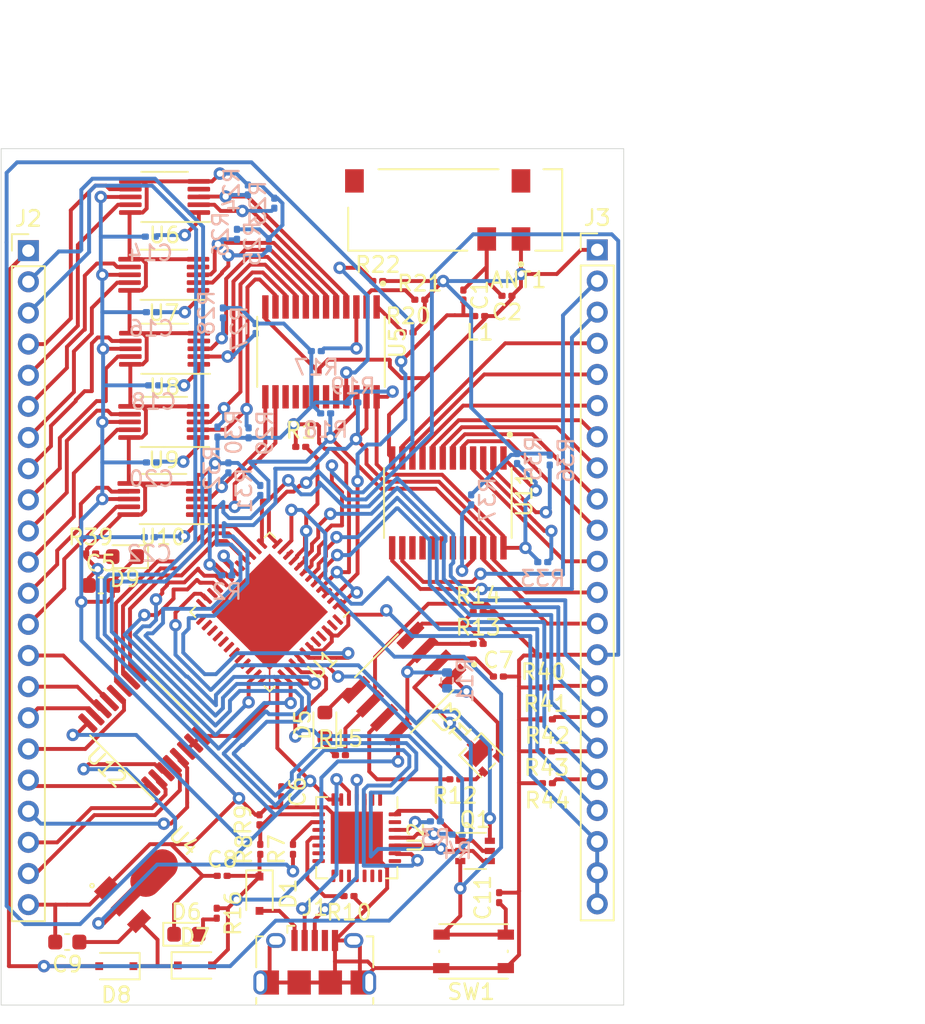
<source format=kicad_pcb>
(kicad_pcb (version 20171130) (host pcbnew "(5.1.10)-1")
  (layers (0 F.Cu signal) (31 B.Cu signal) (34 B.Paste user) (35 F.Paste user) (36 B.SilkS user) (37 F.SilkS user) (38 B.Mask user) (39 F.Mask user) (44 Edge.Cuts user))
  (net 0 "")
  (net 1 "Net-(ANT1-Pad2)")
  (net 2 GND)
  (net 3 /LNA_IN)
  (net 4 /EN)
  (net 5 /VDD3.3)
  (net 6 /BAT)
  (net 7 /EXT5V)
  (net 8 "Net-(C9-Pad1)")
  (net 9 "Net-(C14-Pad2)")
  (net 10 "Net-(C16-Pad2)")
  (net 11 "Net-(C18-Pad2)")
  (net 12 "Net-(C20-Pad2)")
  (net 13 "Net-(C22-Pad2)")
  (net 14 "Net-(D1-Pad2)")
  (net 15 /D+)
  (net 16 /D-)
  (net 17 "Net-(D5-Pad2)")
  (net 18 "Net-(D5-Pad1)")
  (net 19 "Net-(D6-Pad2)")
  (net 20 "Net-(D9-Pad2)")
  (net 21 "Net-(J1-Pad4)")
  (net 22 /H0+)
  (net 23 /H0-)
  (net 24 /H1+)
  (net 25 /H1-)
  (net 26 /H2+)
  (net 27 /H2-)
  (net 28 /H3+)
  (net 29 /H3-)
  (net 30 /H4+)
  (net 31 /H4-)
  (net 32 /IO38)
  (net 33 /IO39)
  (net 34 /SCL)
  (net 35 /SDA)
  (net 36 /IO37)
  (net 37 /IO36)
  (net 38 /IO35)
  (net 39 /IO34)
  (net 40 /IO33)
  (net 41 /IO32)
  (net 42 /HSD4)
  (net 43 /HSC4)
  (net 44 /HSD3)
  (net 45 /HSC3)
  (net 46 /HSD2)
  (net 47 /HSC2)
  (net 48 /HSD1)
  (net 49 /HSC1)
  (net 50 /HSD0)
  (net 51 /MSC0)
  (net 52 /DTR)
  (net 53 /IO0)
  (net 54 /SNS)
  (net 55 /IO12)
  (net 56 /TXD)
  (net 57 /RXD0)
  (net 58 /TXD0)
  (net 59 /RXD)
  (net 60 "Net-(R7-Pad2)")
  (net 61 "Net-(R8-Pad2)")
  (net 62 "Net-(R10-Pad2)")
  (net 63 /CC)
  (net 64 "Net-(R13-Pad2)")
  (net 65 "Net-(R17-Pad2)")
  (net 66 "Net-(R20-Pad1)")
  (net 67 "Net-(R21-Pad1)")
  (net 68 "Net-(R22-Pad1)")
  (net 69 /HSC0)
  (net 70 "Net-(R33-Pad2)")
  (net 71 "Net-(R36-Pad1)")
  (net 72 "Net-(R37-Pad1)")
  (net 73 /IO25)
  (net 74 /IO26)
  (net 75 /IO27)
  (net 76 /IO14)
  (net 77 /IO13)
  (net 78 /IO15)
  (net 79 /IO2)
  (net 80 /IO4)
  (net 81 /FLASH_CS)
  (net 82 "Net-(U1-Pad26)")
  (net 83 /FLASH_SD0)
  (net 84 /IO9)
  (net 85 /IO10)
  (net 86 /FLASH_SD2)
  (net 87 /FLASH_CLK)
  (net 88 /FLASH_SD3)
  (net 89 /FLASH_SD1)
  (net 90 /IO5)
  (net 91 /IO23)
  (net 92 "Net-(U1-Pad44)")
  (net 93 "Net-(U1-Pad45)")
  (net 94 "Net-(U1-Pad47)")
  (net 95 "Net-(U1-Pad48)")
  (net 96 "Net-(U2-Pad1)")
  (net 97 "Net-(U2-Pad2)")
  (net 98 "Net-(U2-Pad10)")
  (net 99 "Net-(U2-Pad12)")
  (net 100 "Net-(U2-Pad13)")
  (net 101 "Net-(U2-Pad14)")
  (net 102 "Net-(U2-Pad15)")
  (net 103 "Net-(U2-Pad16)")
  (net 104 "Net-(U2-Pad17)")
  (net 105 "Net-(U2-Pad18)")
  (net 106 "Net-(U2-Pad19)")
  (net 107 "Net-(U2-Pad20)")
  (net 108 "Net-(U2-Pad21)")
  (net 109 "Net-(U2-Pad22)")
  (net 110 "Net-(U2-Pad27)")
  (net 111 "Net-(U5-Pad15)")
  (net 112 "Net-(U5-Pad16)")
  (net 113 "Net-(U5-Pad17)")
  (net 114 "Net-(U5-Pad18)")
  (net 115 "Net-(U5-Pad19)")
  (net 116 "Net-(U5-Pad20)")
  (net 117 "Net-(U6-Pad4)")
  (net 118 "Net-(U7-Pad4)")
  (net 119 "Net-(U8-Pad4)")
  (net 120 "Net-(U9-Pad4)")
  (net 121 "Net-(U10-Pad4)")
  (net 122 "Net-(U11-Pad20)")
  (net 123 "Net-(U11-Pad19)")
  (net 124 "Net-(U11-Pad18)")
  (net 125 "Net-(U11-Pad17)")
  (net 126 "Net-(U11-Pad16)")
  (net 127 "Net-(U11-Pad15)")
  (net 128 /MSC4)
  (net 129 /MSD4)
  (net 130 /MSC3)
  (net 131 /MSD3)
  (net 132 /MSC2)
  (net 133 /MSD2)
  (net 134 /MSC1)
  (net 135 /MSD1)
  (net 136 /MSD0)
  (net 137 "Net-(R12-Pad1)")
  (net 138 /A7)
  (net 139 /A6)
  (net 140 /A5)
  (net 141 /A4)
  (net 142 /A3)
  (net 143 /A2)
  (net 144 /A1)
  (net 145 /A0)
  (net 146 /Servo1)
  (net 147 /Servo0)
  (module Diode_SMD:D_0603_1608Metric (layer F.Cu) (at 142.95 51.2 180)
    (fp_text reference D9 (at 0 -1.43) (layer F.SilkS))
    (fp_text value "RED LED")
    (pad 2 smd roundrect (at 0.7875 0 180) (size 0.875 0.95) (layers F.Cu F.Paste F.Mask) (net 20 "Net-(D9-Pad2)"))
    (pad 1 smd roundrect (at -0.7875 0 180) (size 0.875 0.95) (layers F.Cu F.Paste F.Mask) (net 2 GND))
  )
  (module Diode_SMD:D_0603_1608Metric (layer F.Cu) (at 146.9 75.45)
    (fp_text reference D6 (at 0 -1.43) (layer F.SilkS))
    (fp_text value "RED LED")
    (pad 2 smd roundrect (at 0.7875 0) (size 0.875 0.95) (layers F.Cu F.Paste F.Mask) (net 19 "Net-(D6-Pad2)"))
    (pad 1 smd roundrect (at -0.7875 0) (size 0.875 0.95) (layers F.Cu F.Paste F.Mask) (net 2 GND))
  )
  (module Diode_SMD:D_0603_1608Metric (layer F.Cu) (at 155.8 62 90)
    (fp_text reference D5 (at 0 -1.43 90) (layer F.SilkS))
    (fp_text value "RED LED")
    (pad 2 smd roundrect (at 0.7875 0 90) (size 0.875 0.95) (layers F.Cu F.Paste F.Mask) (net 17 "Net-(D5-Pad2)"))
    (pad 1 smd roundrect (at -0.7875 0 90) (size 0.875 0.95) (layers F.Cu F.Paste F.Mask) (net 18 "Net-(D5-Pad1)"))
  )
  (module Resistor_SMD:R_0402_1005Metric (layer B.Cu) (at 163.65 59.15 90)
    (fp_text reference R11 (at 0 1.17 90) (layer B.SilkS) (effects (justify mirror)))
    (fp_text value 0.078)
    (pad 2 smd roundrect (at 0.51 0 90) (size 0.54 0.64) (layers B.Cu B.Paste B.Mask) (net 7 /EXT5V))
    (pad 1 smd roundrect (at -0.51 0 90) (size 0.54 0.64) (layers B.Cu B.Paste B.Mask) (net 54 /SNS))
  )
  (module Capacitor_SMD:C_0603_1608Metric (layer F.Cu) (at 139.25 75.95 180)
    (fp_text reference C9 (at 0 -1.43) (layer F.SilkS))
    (fp_text value 10uF)
    (pad 2 smd roundrect (at 0.775 0 180) (size 0.9 0.95) (layers F.Cu F.Paste F.Mask) (net 2 GND))
    (pad 1 smd roundrect (at -0.775 0 180) (size 0.9 0.95) (layers F.Cu F.Paste F.Mask) (net 8 "Net-(C9-Pad1)"))
  )
  (module Capacitor_SMD:C_0603_1608Metric (layer F.Cu) (at 141.4 53.05)
    (fp_text reference C5 (at 0 -1.43) (layer F.SilkS))
    (fp_text value 10uF)
    (pad 2 smd roundrect (at 0.775 0) (size 0.9 0.95) (layers F.Cu F.Paste F.Mask) (net 2 GND))
    (pad 1 smd roundrect (at -0.775 0) (size 0.9 0.95) (layers F.Cu F.Paste F.Mask) (net 5 /VDD3.3))
  )
  (module Package_DFN_QFN:QFN-48-1EP_7x7mm_P0.5mm_EP5.3x5.3mm (layer F.Cu) (at 152.25 54.75 225)
    (fp_text reference U1 (at 0 -4.8 45) (layer F.SilkS))
    (fp_text value ESP32-PICO-D4)
    (pad 1 smd roundrect (at -3.45 -2.75 225) (size 0.8 0.25) (layers F.Cu F.Paste F.Mask) (net 5 /VDD3.3))
    (pad 2 smd roundrect (at -3.45 -2.25 225) (size 0.8 0.25) (layers F.Cu F.Paste F.Mask) (net 3 /LNA_IN))
    (pad 3 smd roundrect (at -3.45 -1.75 225) (size 0.8 0.25) (layers F.Cu F.Paste F.Mask) (net 5 /VDD3.3))
    (pad 4 smd roundrect (at -3.45 -1.25 225) (size 0.8 0.25) (layers F.Cu F.Paste F.Mask) (net 5 /VDD3.3))
    (pad 5 smd roundrect (at -3.45 -0.75 225) (size 0.8 0.25) (layers F.Cu F.Paste F.Mask) (net 37 /IO36))
    (pad 6 smd roundrect (at -3.45 -0.25 225) (size 0.8 0.25) (layers F.Cu F.Paste F.Mask) (net 36 /IO37))
    (pad 7 smd roundrect (at -3.45 0.25 225) (size 0.8 0.25) (layers F.Cu F.Paste F.Mask) (net 32 /IO38))
    (pad 8 smd roundrect (at -3.45 0.75 225) (size 0.8 0.25) (layers F.Cu F.Paste F.Mask) (net 33 /IO39))
    (pad 9 smd roundrect (at -3.45 1.25 225) (size 0.8 0.25) (layers F.Cu F.Paste F.Mask) (net 4 /EN))
    (pad 10 smd roundrect (at -3.45 1.75 225) (size 0.8 0.25) (layers F.Cu F.Paste F.Mask) (net 39 /IO34))
    (pad 11 smd roundrect (at -3.45 2.25 225) (size 0.8 0.25) (layers F.Cu F.Paste F.Mask) (net 38 /IO35))
    (pad 12 smd roundrect (at -3.45 2.75 225) (size 0.8 0.25) (layers F.Cu F.Paste F.Mask) (net 41 /IO32))
    (pad 13 smd roundrect (at -2.75 3.45 225) (size 0.25 0.8) (layers F.Cu F.Paste F.Mask) (net 40 /IO33))
    (pad 14 smd roundrect (at -2.25 3.45 225) (size 0.25 0.8) (layers F.Cu F.Paste F.Mask) (net 73 /IO25))
    (pad 15 smd roundrect (at -1.75 3.45 225) (size 0.25 0.8) (layers F.Cu F.Paste F.Mask) (net 74 /IO26))
    (pad 16 smd roundrect (at -1.25 3.45 225) (size 0.25 0.8) (layers F.Cu F.Paste F.Mask) (net 75 /IO27))
    (pad 17 smd roundrect (at -0.75 3.45 225) (size 0.25 0.8) (layers F.Cu F.Paste F.Mask) (net 76 /IO14))
    (pad 18 smd roundrect (at -0.25 3.45 225) (size 0.25 0.8) (layers F.Cu F.Paste F.Mask) (net 55 /IO12))
    (pad 19 smd roundrect (at 0.25 3.45 225) (size 0.25 0.8) (layers F.Cu F.Paste F.Mask) (net 5 /VDD3.3))
    (pad 20 smd roundrect (at 0.75 3.45 225) (size 0.25 0.8) (layers F.Cu F.Paste F.Mask) (net 77 /IO13))
    (pad 21 smd roundrect (at 1.25 3.45 225) (size 0.25 0.8) (layers F.Cu F.Paste F.Mask) (net 78 /IO15))
    (pad 22 smd roundrect (at 1.75 3.45 225) (size 0.25 0.8) (layers F.Cu F.Paste F.Mask) (net 79 /IO2))
    (pad 23 smd roundrect (at 2.25 3.45 225) (size 0.25 0.8) (layers F.Cu F.Paste F.Mask) (net 53 /IO0))
    (pad 24 smd roundrect (at 2.75 3.45 225) (size 0.25 0.8) (layers F.Cu F.Paste F.Mask) (net 80 /IO4))
    (pad 25 smd roundrect (at 3.45 2.75 225) (size 0.8 0.25) (layers F.Cu F.Paste F.Mask) (net 81 /FLASH_CS))
    (pad 26 smd roundrect (at 3.45 2.25 225) (size 0.8 0.25) (layers F.Cu F.Paste F.Mask) (net 82 "Net-(U1-Pad26)"))
    (pad 27 smd roundrect (at 3.45 1.75 225) (size 0.8 0.25) (layers F.Cu F.Paste F.Mask) (net 83 /FLASH_SD0))
    (pad 28 smd roundrect (at 3.45 1.25 225) (size 0.8 0.25) (layers F.Cu F.Paste F.Mask) (net 84 /IO9))
    (pad 29 smd roundrect (at 3.45 0.75 225) (size 0.8 0.25) (layers F.Cu F.Paste F.Mask) (net 85 /IO10))
    (pad 30 smd roundrect (at 3.45 0.25 225) (size 0.8 0.25) (layers F.Cu F.Paste F.Mask) (net 86 /FLASH_SD2))
    (pad 31 smd roundrect (at 3.45 -0.25 225) (size 0.8 0.25) (layers F.Cu F.Paste F.Mask) (net 87 /FLASH_CLK))
    (pad 32 smd roundrect (at 3.45 -0.75 225) (size 0.8 0.25) (layers F.Cu F.Paste F.Mask) (net 88 /FLASH_SD3))
    (pad 33 smd roundrect (at 3.45 -1.25 225) (size 0.8 0.25) (layers F.Cu F.Paste F.Mask) (net 89 /FLASH_SD1))
    (pad 34 smd roundrect (at 3.45 -1.75 225) (size 0.8 0.25) (layers F.Cu F.Paste F.Mask) (net 90 /IO5))
    (pad 35 smd roundrect (at 3.45 -2.25 225) (size 0.8 0.25) (layers F.Cu F.Paste F.Mask) (net 147 /Servo0))
    (pad 36 smd roundrect (at 3.45 -2.75 225) (size 0.8 0.25) (layers F.Cu F.Paste F.Mask) (net 91 /IO23))
    (pad 37 smd roundrect (at 2.75 -3.45 225) (size 0.25 0.8) (layers F.Cu F.Paste F.Mask) (net 5 /VDD3.3))
    (pad 38 smd roundrect (at 2.25 -3.45 225) (size 0.25 0.8) (layers F.Cu F.Paste F.Mask) (net 146 /Servo1))
    (pad 39 smd roundrect (at 1.75 -3.45 225) (size 0.25 0.8) (layers F.Cu F.Paste F.Mask) (net 34 /SCL))
    (pad 40 smd roundrect (at 1.25 -3.45 225) (size 0.25 0.8) (layers F.Cu F.Paste F.Mask) (net 57 /RXD0))
    (pad 41 smd roundrect (at 0.75 -3.45 225) (size 0.25 0.8) (layers F.Cu F.Paste F.Mask) (net 58 /TXD0))
    (pad 42 smd roundrect (at 0.25 -3.45 225) (size 0.25 0.8) (layers F.Cu F.Paste F.Mask) (net 35 /SDA))
    (pad 43 smd roundrect (at -0.25 -3.45 225) (size 0.25 0.8) (layers F.Cu F.Paste F.Mask) (net 5 /VDD3.3))
    (pad 44 smd roundrect (at -0.75 -3.45 225) (size 0.25 0.8) (layers F.Cu F.Paste F.Mask) (net 92 "Net-(U1-Pad44)"))
    (pad 45 smd roundrect (at -1.25 -3.45 225) (size 0.25 0.8) (layers F.Cu F.Paste F.Mask) (net 93 "Net-(U1-Pad45)"))
    (pad 46 smd roundrect (at -1.75 -3.45 225) (size 0.25 0.8) (layers F.Cu F.Paste F.Mask) (net 5 /VDD3.3))
    (pad 47 smd roundrect (at -2.25 -3.45 225) (size 0.25 0.8) (layers F.Cu F.Paste F.Mask) (net 94 "Net-(U1-Pad47)"))
    (pad 48 smd roundrect (at -2.75 -3.45 225) (size 0.25 0.8) (layers F.Cu F.Paste F.Mask) (net 95 "Net-(U1-Pad48)"))
    (pad 49 smd rect (at 0 0 225) (size 5.3 5.3) (layers F.Cu F.Mask) (net 2 GND))
  )
  (module "KICAD Third Party Scehma and Footprints:SOT150P410X160-3N" (layer F.Cu) (at 144.2 72.15 315)
    (fp_text reference U4 (at -0.1 -3.7 135) (layer F.SilkS))
    (fp_text value AZ1117-3.3CR-3.3TRG1)
    (pad 1 smd rect (at -1.499 1.981 315) (size 0.8 1.4) (layers F.Cu F.Paste F.Mask) (net 2 GND))
    (pad 3 smd rect (at 1.499 1.981 315) (size 0.8 1.4) (layers F.Cu F.Paste F.Mask) (net 8 "Net-(C9-Pad1)"))
    (pad 2 smd rect (at 0 1.727 315) (size 0.8 1.9) (layers F.Cu F.Paste F.Mask) (net 5 /VDD3.3))
    (pad 4 smd roundrect (at 0 -0.889 315) (size 2 3.5) (layers F.Cu F.Mask) (roundrect_rratio 0.5))
  )
  (module Connector_PinHeader_2.00mm:PinHeader_1x22_P2.00mm_Vertical (layer F.Cu) (at 173.3 31.5)
    (fp_text reference J3 (at 0 -2.06) (layer F.SilkS))
    (fp_text value Conn_01x22)
    (pad 22 thru_hole oval (at 0 42) (size 1.35 1.35) (drill 0.8) (layers *.Cu *.Mask) (net 5 /VDD3.3))
    (pad 21 thru_hole oval (at 0 40) (size 1.35 1.35) (drill 0.8) (layers *.Cu *.Mask) (net 5 /VDD3.3))
    (pad 20 thru_hole oval (at 0 38) (size 1.35 1.35) (drill 0.8) (layers *.Cu *.Mask) (net 5 /VDD3.3))
    (pad 19 thru_hole oval (at 0 36) (size 1.35 1.35) (drill 0.8) (layers *.Cu *.Mask) (net 38 /IO35))
    (pad 18 thru_hole oval (at 0 34) (size 1.35 1.35) (drill 0.8) (layers *.Cu *.Mask) (net 37 /IO36))
    (pad 17 thru_hole oval (at 0 32) (size 1.35 1.35) (drill 0.8) (layers *.Cu *.Mask) (net 36 /IO37))
    (pad 16 thru_hole oval (at 0 30) (size 1.35 1.35) (drill 0.8) (layers *.Cu *.Mask) (net 33 /IO39))
    (pad 15 thru_hole oval (at 0 28) (size 1.35 1.35) (drill 0.8) (layers *.Cu *.Mask) (net 40 /IO33))
    (pad 14 thru_hole oval (at 0 26) (size 1.35 1.35) (drill 0.8) (layers *.Cu *.Mask) (net 41 /IO32))
    (pad 13 thru_hole oval (at 0 24) (size 1.35 1.35) (drill 0.8) (layers *.Cu *.Mask) (net 34 /SCL))
    (pad 12 thru_hole oval (at 0 22) (size 1.35 1.35) (drill 0.8) (layers *.Cu *.Mask) (net 35 /SDA))
    (pad 11 thru_hole oval (at 0 20) (size 1.35 1.35) (drill 0.8) (layers *.Cu *.Mask) (net 136 /MSD0))
    (pad 10 thru_hole oval (at 0 18) (size 1.35 1.35) (drill 0.8) (layers *.Cu *.Mask) (net 51 /MSC0))
    (pad 9 thru_hole oval (at 0 16) (size 1.35 1.35) (drill 0.8) (layers *.Cu *.Mask) (net 135 /MSD1))
    (pad 8 thru_hole oval (at 0 14) (size 1.35 1.35) (drill 0.8) (layers *.Cu *.Mask) (net 134 /MSC1))
    (pad 7 thru_hole oval (at 0 12) (size 1.35 1.35) (drill 0.8) (layers *.Cu *.Mask) (net 133 /MSD2))
    (pad 6 thru_hole oval (at 0 10) (size 1.35 1.35) (drill 0.8) (layers *.Cu *.Mask) (net 132 /MSC2))
    (pad 5 thru_hole oval (at 0 8) (size 1.35 1.35) (drill 0.8) (layers *.Cu *.Mask) (net 131 /MSD3))
    (pad 4 thru_hole oval (at 0 6) (size 1.35 1.35) (drill 0.8) (layers *.Cu *.Mask) (net 130 /MSC3))
    (pad 3 thru_hole oval (at 0 4) (size 1.35 1.35) (drill 0.8) (layers *.Cu *.Mask) (net 129 /MSD4))
    (pad 2 thru_hole oval (at 0 2) (size 1.35 1.35) (drill 0.8) (layers *.Cu *.Mask) (net 128 /MSC4))
    (pad 1 thru_hole rect (at 0 0) (size 1.35 1.35) (drill 0.8) (layers *.Cu *.Mask) (net 2 GND))
  )
  (module Connector_PinHeader_2.00mm:PinHeader_1x22_P2.00mm_Vertical (layer F.Cu) (at 136.75 31.55)
    (fp_text reference J2 (at 0 -2.06) (layer F.SilkS))
    (fp_text value Conn_01x22)
    (pad 22 thru_hole oval (at 0 42) (size 1.35 1.35) (drill 0.8) (layers *.Cu *.Mask) (net 2 GND))
    (pad 21 thru_hole oval (at 0 40) (size 1.35 1.35) (drill 0.8) (layers *.Cu *.Mask) (net 138 /A7))
    (pad 20 thru_hole oval (at 0 38) (size 1.35 1.35) (drill 0.8) (layers *.Cu *.Mask) (net 139 /A6))
    (pad 19 thru_hole oval (at 0 36) (size 1.35 1.35) (drill 0.8) (layers *.Cu *.Mask) (net 140 /A5))
    (pad 18 thru_hole oval (at 0 34) (size 1.35 1.35) (drill 0.8) (layers *.Cu *.Mask) (net 141 /A4))
    (pad 17 thru_hole oval (at 0 32) (size 1.35 1.35) (drill 0.8) (layers *.Cu *.Mask) (net 142 /A3))
    (pad 16 thru_hole oval (at 0 30) (size 1.35 1.35) (drill 0.8) (layers *.Cu *.Mask) (net 143 /A2))
    (pad 15 thru_hole oval (at 0 28) (size 1.35 1.35) (drill 0.8) (layers *.Cu *.Mask) (net 144 /A1))
    (pad 14 thru_hole oval (at 0 26) (size 1.35 1.35) (drill 0.8) (layers *.Cu *.Mask) (net 145 /A0))
    (pad 13 thru_hole oval (at 0 24) (size 1.35 1.35) (drill 0.8) (layers *.Cu *.Mask) (net 31 /H4-))
    (pad 12 thru_hole oval (at 0 22) (size 1.35 1.35) (drill 0.8) (layers *.Cu *.Mask) (net 30 /H4+))
    (pad 11 thru_hole oval (at 0 20) (size 1.35 1.35) (drill 0.8) (layers *.Cu *.Mask) (net 29 /H3-))
    (pad 10 thru_hole oval (at 0 18) (size 1.35 1.35) (drill 0.8) (layers *.Cu *.Mask) (net 28 /H3+))
    (pad 9 thru_hole oval (at 0 16) (size 1.35 1.35) (drill 0.8) (layers *.Cu *.Mask) (net 27 /H2-))
    (pad 8 thru_hole oval (at 0 14) (size 1.35 1.35) (drill 0.8) (layers *.Cu *.Mask) (net 26 /H2+))
    (pad 7 thru_hole oval (at 0 12) (size 1.35 1.35) (drill 0.8) (layers *.Cu *.Mask) (net 25 /H1-))
    (pad 6 thru_hole oval (at 0 10) (size 1.35 1.35) (drill 0.8) (layers *.Cu *.Mask) (net 24 /H1+))
    (pad 5 thru_hole oval (at 0 8) (size 1.35 1.35) (drill 0.8) (layers *.Cu *.Mask) (net 23 /H0-))
    (pad 4 thru_hole oval (at 0 6) (size 1.35 1.35) (drill 0.8) (layers *.Cu *.Mask) (net 22 /H0+))
    (pad 3 thru_hole oval (at 0 4) (size 1.35 1.35) (drill 0.8) (layers *.Cu *.Mask) (net 146 /Servo1))
    (pad 2 thru_hole oval (at 0 2) (size 1.35 1.35) (drill 0.8) (layers *.Cu *.Mask) (net 147 /Servo0))
    (pad 1 thru_hole rect (at 0 0) (size 1.35 1.35) (drill 0.8) (layers *.Cu *.Mask) (net 6 /BAT))
  )
  (module "KICAD Third Party Scehma and Footprints:ANT_PRO-OB-440" (layer F.Cu) (at 168.4 30.8 180)
    (fp_text reference ANT1 (at 0.175 -2.635) (layer F.SilkS))
    (fp_text value PRO-OB-440)
    (pad 3 smd rect (at 0 3.73 270) (size 1.5 1.2) (layers F.Cu F.Paste F.Mask))
    (pad 4 smd rect (at 10.7 3.73 270) (size 1.5 1.2) (layers F.Cu F.Paste F.Mask))
    (pad 2 smd rect (at 2.2 0 270) (size 1.5 1.2) (layers F.Cu F.Paste F.Mask) (net 1 "Net-(ANT1-Pad2)"))
    (pad 1 smd rect (at 0 0 270) (size 1.5 1.2) (layers F.Cu F.Paste F.Mask) (net 2 GND))
  )
  (module Capacitor_SMD:C_0201_0603Metric (layer F.Cu) (at 164.7 34.4 270)
    (fp_text reference C1 (at 0 -1.05 90) (layer F.SilkS))
    (fp_text value 4.7pF)
    (pad 2 smd roundrect (at 0.32 0 270) (size 0.46 0.4) (layers F.Cu F.Mask) (net 3 /LNA_IN))
    (pad 1 smd roundrect (at -0.32 0 270) (size 0.46 0.4) (layers F.Cu F.Mask) (net 1 "Net-(ANT1-Pad2)"))
  )
  (module Capacitor_SMD:C_0201_0603Metric (layer F.Cu) (at 167.5 34.45 180)
    (fp_text reference C2 (at 0 -1.05) (layer F.SilkS))
    (fp_text value 2.7pF)
    (pad 1 smd roundrect (at -0.32 0 180) (size 0.46 0.4) (layers F.Cu F.Mask) (net 2 GND))
    (pad 2 smd roundrect (at 0.32 0 180) (size 0.46 0.4) (layers F.Cu F.Mask) (net 1 "Net-(ANT1-Pad2)"))
  )
  (module Capacitor_SMD:C_0201_0603Metric (layer F.Cu) (at 153 66.3 270)
    (fp_text reference C6 (at 0 -1.05 90) (layer F.SilkS))
    (fp_text value 0.1uF)
    (pad 2 smd roundrect (at 0.32 0 270) (size 0.46 0.4) (layers F.Cu F.Mask) (net 2 GND))
    (pad 1 smd roundrect (at -0.32 0 270) (size 0.46 0.4) (layers F.Cu F.Mask) (net 5 /VDD3.3))
  )
  (module Capacitor_SMD:C_0201_0603Metric (layer F.Cu) (at 166.95 58.9)
    (fp_text reference C7 (at 0 -1.05) (layer F.SilkS))
    (fp_text value 0.1uF)
    (pad 1 smd roundrect (at -0.32 0) (size 0.46 0.4) (layers F.Cu F.Mask) (net 6 /BAT))
    (pad 2 smd roundrect (at 0.32 0) (size 0.46 0.4) (layers F.Cu F.Mask) (net 2 GND))
  )
  (module Capacitor_SMD:C_0201_0603Metric (layer F.Cu) (at 149.2 71.7)
    (fp_text reference C8 (at 0 -1.05) (layer F.SilkS))
    (fp_text value 0.1uF)
    (pad 1 smd roundrect (at -0.32 0) (size 0.46 0.4) (layers F.Cu F.Mask) (net 2 GND))
    (pad 2 smd roundrect (at 0.32 0) (size 0.46 0.4) (layers F.Cu F.Mask) (net 7 /EXT5V))
  )
  (module Capacitor_SMD:C_0201_0603Metric (layer F.Cu) (at 167 73.1 90)
    (fp_text reference C11 (at 0 -1.05 90) (layer F.SilkS))
    (fp_text value 0.1uF)
    (pad 1 smd roundrect (at -0.32 0 90) (size 0.46 0.4) (layers F.Cu F.Mask) (net 4 /EN))
    (pad 2 smd roundrect (at 0.32 0 90) (size 0.46 0.4) (layers F.Cu F.Mask) (net 2 GND))
  )
  (module Capacitor_SMD:C_0201_0603Metric (layer B.Cu) (at 144.58 30.65)
    (fp_text reference C14 (at 0 1.05) (layer B.SilkS) (effects (justify mirror)))
    (fp_text value 1uF)
    (pad 1 smd roundrect (at -0.32 0) (size 0.46 0.4) (layers B.Cu B.Mask) (net 2 GND))
    (pad 2 smd roundrect (at 0.32 0) (size 0.46 0.4) (layers B.Cu B.Mask) (net 9 "Net-(C14-Pad2)"))
  )
  (module Capacitor_SMD:C_0201_0603Metric (layer B.Cu) (at 144.65 35.5)
    (fp_text reference C16 (at 0 1.05) (layer B.SilkS) (effects (justify mirror)))
    (fp_text value 1uF)
    (pad 2 smd roundrect (at 0.32 0) (size 0.46 0.4) (layers B.Cu B.Mask) (net 10 "Net-(C16-Pad2)"))
    (pad 1 smd roundrect (at -0.32 0) (size 0.46 0.4) (layers B.Cu B.Mask) (net 2 GND))
  )
  (module Capacitor_SMD:C_0201_0603Metric (layer B.Cu) (at 144.8 40.2)
    (fp_text reference C18 (at 0 1.05) (layer B.SilkS) (effects (justify mirror)))
    (fp_text value 1uF)
    (pad 2 smd roundrect (at 0.32 0) (size 0.46 0.4) (layers B.Cu B.Mask) (net 11 "Net-(C18-Pad2)"))
    (pad 1 smd roundrect (at -0.32 0) (size 0.46 0.4) (layers B.Cu B.Mask) (net 2 GND))
  )
  (module Capacitor_SMD:C_0201_0603Metric (layer B.Cu) (at 144.655 45.15)
    (fp_text reference C20 (at 0 1.05) (layer B.SilkS) (effects (justify mirror)))
    (fp_text value 1uF)
    (pad 1 smd roundrect (at -0.32 0) (size 0.46 0.4) (layers B.Cu B.Mask) (net 2 GND))
    (pad 2 smd roundrect (at 0.32 0) (size 0.46 0.4) (layers B.Cu B.Mask) (net 12 "Net-(C20-Pad2)"))
  )
  (module Capacitor_SMD:C_0201_0603Metric (layer B.Cu) (at 144.52 49.95)
    (fp_text reference C22 (at 0 1.05) (layer B.SilkS) (effects (justify mirror)))
    (fp_text value 1uF)
    (pad 2 smd roundrect (at 0.32 0) (size 0.46 0.4) (layers B.Cu B.Mask) (net 13 "Net-(C22-Pad2)"))
    (pad 1 smd roundrect (at -0.32 0) (size 0.46 0.4) (layers B.Cu B.Mask) (net 2 GND))
  )
  (module Diode_SMD:D_SOD-323F (layer F.Cu) (at 151.6 72.85 270)
    (fp_text reference D1 (at 0 -1.85 90) (layer F.SilkS))
    (fp_text value PMEG3010EJ)
    (pad 1 smd rect (at -1.1 0 270) (size 0.5 0.5) (layers F.Cu F.Paste F.Mask) (net 7 /EXT5V))
    (pad 2 smd rect (at 1.1 0 270) (size 0.5 0.5) (layers F.Cu F.Paste F.Mask) (net 14 "Net-(D1-Pad2)"))
  )
  (module Diode_SMD:D_SOD-323F (layer F.Cu) (at 147.45 77.45)
    (fp_text reference D7 (at 0 -1.85) (layer F.SilkS))
    (fp_text value PMEG3010EJ)
    (pad 2 smd rect (at 1.1 0) (size 0.5 0.5) (layers F.Cu F.Paste F.Mask) (net 7 /EXT5V))
    (pad 1 smd rect (at -1.1 0) (size 0.5 0.5) (layers F.Cu F.Paste F.Mask) (net 8 "Net-(C9-Pad1)"))
  )
  (module Diode_SMD:D_SOD-323F (layer F.Cu) (at 142.4 77.5 180)
    (fp_text reference D8 (at 0 -1.85) (layer F.SilkS))
    (fp_text value PMEG3010EJ)
    (pad 1 smd rect (at -1.1 0 180) (size 0.5 0.5) (layers F.Cu F.Paste F.Mask) (net 8 "Net-(C9-Pad1)"))
    (pad 2 smd rect (at 1.1 0 180) (size 0.5 0.5) (layers F.Cu F.Paste F.Mask) (net 6 /BAT))
  )
  (module Connector_USB:USB_Micro-B_Amphenol_10118194_Horizontal (layer F.Cu) (at 155.15 77.25)
    (fp_text reference J1 (at 0 -3.5) (layer F.SilkS))
    (fp_text value USB_B_Micro)
    (pad 1 smd rect (at -1.3 -1.4) (size 0.4 1.35) (layers F.Cu F.Paste F.Mask) (net 14 "Net-(D1-Pad2)"))
    (pad 2 smd rect (at -0.65 -1.4) (size 0.4 1.35) (layers F.Cu F.Paste F.Mask) (net 16 /D-))
    (pad 3 smd rect (at 0 -1.4) (size 0.4 1.35) (layers F.Cu F.Paste F.Mask) (net 15 /D+))
    (pad 4 smd rect (at 0.65 -1.4) (size 0.4 1.35) (layers F.Cu F.Paste F.Mask) (net 21 "Net-(J1-Pad4)"))
    (pad 5 smd rect (at 1.3 -1.4) (size 0.4 1.35) (layers F.Cu F.Paste F.Mask) (net 2 GND))
    (pad 6 thru_hole oval (at -2.5 -1.4) (size 1.25 0.95) (drill oval 0.85 0.55) (layers *.Cu *.Mask) (net 2 GND))
    (pad 6 thru_hole oval (at 2.5 -1.4) (size 1.25 0.95) (drill oval 0.85 0.55) (layers *.Cu *.Mask) (net 2 GND))
    (pad 6 smd rect (at -1 1.3) (size 1.5 1.55) (layers F.Cu F.Paste F.Mask) (net 2 GND))
    (pad 6 smd rect (at 1 1.3) (size 1.5 1.55) (layers F.Cu F.Paste F.Mask) (net 2 GND))
    (pad 6 smd rect (at -2.9 1.3) (size 1.2 1.55) (layers F.Cu F.Paste F.Mask) (net 2 GND))
    (pad 6 smd rect (at 2.9 1.3) (size 1.2 1.55) (layers F.Cu F.Paste F.Mask) (net 2 GND))
    (pad 6 thru_hole oval (at -3.5 1.3) (size 0.89 1.55) (drill oval 0.5 1.15) (layers *.Cu *.Mask) (net 2 GND))
    (pad 6 thru_hole oval (at 3.5 1.3) (size 0.89 1.55) (drill oval 0.5 1.15) (layers *.Cu *.Mask) (net 2 GND))
  )
  (module Inductor_SMD:L_0201_0603Metric (layer F.Cu) (at 165.75 35.75 180)
    (fp_text reference L1 (at 0 -1.05) (layer F.SilkS))
    (fp_text value 1.6nH)
    (pad 1 smd roundrect (at -0.32 0 180) (size 0.46 0.4) (layers F.Cu F.Mask) (net 2 GND))
    (pad 2 smd roundrect (at 0.32 0 180) (size 0.46 0.4) (layers F.Cu F.Mask) (net 3 /LNA_IN))
  )
  (module Package_TO_SOT_SMD:SOT-363_SC-70-6 (layer F.Cu) (at 165.45 70.1)
    (fp_text reference Q1 (at 0 -2) (layer F.SilkS))
    (fp_text value MUN5211DW1)
    (pad 1 smd rect (at -0.95 -0.65) (size 0.65 0.4) (layers F.Cu F.Paste F.Mask) (net 52 /DTR))
    (pad 3 smd rect (at -0.95 0.65) (size 0.65 0.4) (layers F.Cu F.Paste F.Mask) (net 4 /EN))
    (pad 5 smd rect (at 0.95 0) (size 0.65 0.4) (layers F.Cu F.Paste F.Mask) (net 52 /DTR))
    (pad 2 smd rect (at -0.95 0) (size 0.65 0.4) (layers F.Cu F.Paste F.Mask) (net 77 /IO13))
    (pad 4 smd rect (at 0.95 0.65) (size 0.65 0.4) (layers F.Cu F.Paste F.Mask) (net 77 /IO13))
    (pad 6 smd rect (at 0.95 -0.65) (size 0.65 0.4) (layers F.Cu F.Paste F.Mask) (net 53 /IO0))
  )
  (module Resistor_SMD:R_0201_0603Metric (layer F.Cu) (at 154.25 44.15)
    (fp_text reference R1 (at 0 -1.05) (layer F.SilkS))
    (fp_text value 10k)
    (pad 1 smd roundrect (at -0.32 0) (size 0.46 0.4) (layers F.Cu F.Mask) (net 5 /VDD3.3))
    (pad 2 smd roundrect (at 0.32 0) (size 0.46 0.4) (layers F.Cu F.Mask) (net 4 /EN))
  )
  (module Resistor_SMD:R_0201_0603Metric (layer B.Cu) (at 149.5 52.4)
    (fp_text reference R2 (at 0 1.05) (layer B.SilkS) (effects (justify mirror)))
    (fp_text value 10k)
    (pad 2 smd roundrect (at 0.32 0) (size 0.46 0.4) (layers B.Cu B.Mask) (net 55 /IO12))
    (pad 1 smd roundrect (at -0.32 0) (size 0.46 0.4) (layers B.Cu B.Mask) (net 5 /VDD3.3))
  )
  (module Resistor_SMD:R_0201_0603Metric (layer B.Cu) (at 162.9 68.2)
    (fp_text reference R3 (at 0 1.05) (layer B.SilkS) (effects (justify mirror)))
    (fp_text value 1k)
    (pad 2 smd roundrect (at 0.32 0) (size 0.46 0.4) (layers B.Cu B.Mask) (net 57 /RXD0))
    (pad 1 smd roundrect (at -0.32 0) (size 0.46 0.4) (layers B.Cu B.Mask) (net 56 /TXD))
  )
  (module Resistor_SMD:R_0201_0603Metric (layer B.Cu) (at 164.3 69.05)
    (fp_text reference R4 (at 0 1.05) (layer B.SilkS) (effects (justify mirror)))
    (fp_text value 1k)
    (pad 1 smd roundrect (at -0.32 0) (size 0.46 0.4) (layers B.Cu B.Mask) (net 59 /RXD))
    (pad 2 smd roundrect (at 0.32 0) (size 0.46 0.4) (layers B.Cu B.Mask) (net 58 /TXD0))
  )
  (module Resistor_SMD:R_0201_0603Metric (layer F.Cu) (at 153.75 70 90)
    (fp_text reference R7 (at 0 -1.05 90) (layer F.SilkS))
    (fp_text value 2k)
    (pad 2 smd roundrect (at 0.32 0 90) (size 0.46 0.4) (layers F.Cu F.Mask) (net 60 "Net-(R7-Pad2)"))
    (pad 1 smd roundrect (at -0.32 0 90) (size 0.46 0.4) (layers F.Cu F.Mask) (net 5 /VDD3.3))
  )
  (module Resistor_SMD:R_0201_0603Metric (layer F.Cu) (at 151.65 70 90)
    (fp_text reference R8 (at 0 -1.05 90) (layer F.SilkS))
    (fp_text value 22.1k)
    (pad 1 smd roundrect (at -0.32 0 90) (size 0.46 0.4) (layers F.Cu F.Mask) (net 7 /EXT5V))
    (pad 2 smd roundrect (at 0.32 0 90) (size 0.46 0.4) (layers F.Cu F.Mask) (net 61 "Net-(R8-Pad2)"))
  )
  (module Resistor_SMD:R_0201_0603Metric (layer F.Cu) (at 151.6 68.1 90)
    (fp_text reference R9 (at 0 -1.05 90) (layer F.SilkS))
    (fp_text value 47.5k)
    (pad 2 smd roundrect (at 0.32 0 90) (size 0.46 0.4) (layers F.Cu F.Mask) (net 2 GND))
    (pad 1 smd roundrect (at -0.32 0 90) (size 0.46 0.4) (layers F.Cu F.Mask) (net 61 "Net-(R8-Pad2)"))
  )
  (module Resistor_SMD:R_0201_0603Metric (layer F.Cu) (at 157.35 73 180)
    (fp_text reference R10 (at 0 -1.05) (layer F.SilkS))
    (fp_text value 10k)
    (pad 1 smd roundrect (at -0.32 0 180) (size 0.46 0.4) (layers F.Cu F.Mask) (net 2 GND))
    (pad 2 smd roundrect (at 0.32 0 180) (size 0.46 0.4) (layers F.Cu F.Mask) (net 62 "Net-(R10-Pad2)"))
  )
  (module Resistor_SMD:R_0201_0603Metric (layer F.Cu) (at 164.15 65.5 180)
    (fp_text reference R12 (at 0 -1.05) (layer F.SilkS))
    (fp_text value 1k)
    (pad 2 smd roundrect (at 0.32 0 180) (size 0.46 0.4) (layers F.Cu F.Mask) (net 63 /CC))
    (pad 1 smd roundrect (at -0.32 0 180) (size 0.46 0.4) (layers F.Cu F.Mask) (net 137 "Net-(R12-Pad1)"))
  )
  (module Resistor_SMD:R_0201_0603Metric (layer F.Cu) (at 165.65 56.8)
    (fp_text reference R13 (at 0 -1.05) (layer F.SilkS))
    (fp_text value 1k)
    (pad 1 smd roundrect (at -0.32 0) (size 0.46 0.4) (layers F.Cu F.Mask) (net 7 /EXT5V))
    (pad 2 smd roundrect (at 0.32 0) (size 0.46 0.4) (layers F.Cu F.Mask) (net 64 "Net-(R13-Pad2)"))
  )
  (module Resistor_SMD:R_0201_0603Metric (layer F.Cu) (at 165.65 54.75)
    (fp_text reference R14 (at 0 -1.05) (layer F.SilkS))
    (fp_text value 1k)
    (pad 2 smd roundrect (at 0.32 0) (size 0.46 0.4) (layers F.Cu F.Mask) (net 2 GND))
    (pad 1 smd roundrect (at -0.32 0) (size 0.46 0.4) (layers F.Cu F.Mask) (net 64 "Net-(R13-Pad2)"))
  )
  (module Resistor_SMD:R_0201_0603Metric (layer F.Cu) (at 156.8 63.95)
    (fp_text reference R15 (at 0 -1.05) (layer F.SilkS))
    (fp_text value 2k)
    (pad 2 smd roundrect (at 0.32 0) (size 0.46 0.4) (layers F.Cu F.Mask) (net 2 GND))
    (pad 1 smd roundrect (at -0.32 0) (size 0.46 0.4) (layers F.Cu F.Mask) (net 18 "Net-(D5-Pad1)"))
  )
  (module Resistor_SMD:R_0201_0603Metric (layer F.Cu) (at 148.85 74.1 270)
    (fp_text reference R16 (at 0 -1.05 90) (layer F.SilkS))
    (fp_text value 2k)
    (pad 1 smd roundrect (at -0.32 0 270) (size 0.46 0.4) (layers F.Cu F.Mask) (net 7 /EXT5V))
    (pad 2 smd roundrect (at 0.32 0 270) (size 0.46 0.4) (layers F.Cu F.Mask) (net 19 "Net-(D6-Pad2)"))
  )
  (module Resistor_SMD:R_0201_0603Metric (layer B.Cu) (at 155.25 38)
    (fp_text reference R17 (at 0 1.05) (layer B.SilkS) (effects (justify mirror)))
    (fp_text value 10k)
    (pad 2 smd roundrect (at 0.32 0) (size 0.46 0.4) (layers B.Cu B.Mask) (net 65 "Net-(R17-Pad2)"))
    (pad 1 smd roundrect (at -0.32 0) (size 0.46 0.4) (layers B.Cu B.Mask) (net 5 /VDD3.3))
  )
  (module Resistor_SMD:R_0201_0603Metric (layer B.Cu) (at 155.85 42)
    (fp_text reference R18 (at 0 1.05) (layer B.SilkS) (effects (justify mirror)))
    (fp_text value 10k)
    (pad 1 smd roundrect (at -0.32 0) (size 0.46 0.4) (layers B.Cu B.Mask) (net 5 /VDD3.3))
    (pad 2 smd roundrect (at 0.32 0) (size 0.46 0.4) (layers B.Cu B.Mask) (net 34 /SCL))
  )
  (module Resistor_SMD:R_0201_0603Metric (layer B.Cu) (at 157.6 41.3 180)
    (fp_text reference R19 (at 0 1.05) (layer B.SilkS) (effects (justify mirror)))
    (fp_text value 10k)
    (pad 2 smd roundrect (at 0.32 0 180) (size 0.46 0.4) (layers B.Cu B.Mask) (net 5 /VDD3.3))
    (pad 1 smd roundrect (at -0.32 0 180) (size 0.46 0.4) (layers B.Cu B.Mask) (net 35 /SDA))
  )
  (module Resistor_SMD:R_0201_0603Metric (layer F.Cu) (at 161.15 36.8)
    (fp_text reference R20 (at 0 -1.05) (layer F.SilkS))
    (fp_text value 10k)
    (pad 1 smd roundrect (at -0.32 0) (size 0.46 0.4) (layers F.Cu F.Mask) (net 66 "Net-(R20-Pad1)"))
    (pad 2 smd roundrect (at 0.32 0) (size 0.46 0.4) (layers F.Cu F.Mask) (net 2 GND))
  )
  (module Resistor_SMD:R_0201_0603Metric (layer F.Cu) (at 161.9 34.7)
    (fp_text reference R21 (at 0 -1.05) (layer F.SilkS))
    (fp_text value 10k)
    (pad 1 smd roundrect (at -0.32 0) (size 0.46 0.4) (layers F.Cu F.Mask) (net 67 "Net-(R21-Pad1)"))
    (pad 2 smd roundrect (at 0.32 0) (size 0.46 0.4) (layers F.Cu F.Mask) (net 2 GND))
  )
  (module Resistor_SMD:R_0201_0603Metric (layer F.Cu) (at 159.2 33.5)
    (fp_text reference R22 (at 0 -1.05) (layer F.SilkS))
    (fp_text value 10k)
    (pad 2 smd roundrect (at 0.32 0) (size 0.46 0.4) (layers F.Cu F.Mask) (net 2 GND))
    (pad 1 smd roundrect (at -0.32 0) (size 0.46 0.4) (layers F.Cu F.Mask) (net 68 "Net-(R22-Pad1)"))
  )
  (module Resistor_SMD:R_0201_0603Metric (layer B.Cu) (at 152.55 28.5 270)
    (fp_text reference R23 (at 0 1.05 90) (layer B.SilkS) (effects (justify mirror)))
    (fp_text value 10k)
    (pad 1 smd roundrect (at -0.32 0 270) (size 0.46 0.4) (layers B.Cu B.Mask) (net 5 /VDD3.3))
    (pad 2 smd roundrect (at 0.32 0 270) (size 0.46 0.4) (layers B.Cu B.Mask) (net 69 /HSC0))
  )
  (module Resistor_SMD:R_0201_0603Metric (layer B.Cu) (at 150.85 27.65 270)
    (fp_text reference R24 (at 0 1.05 90) (layer B.SilkS) (effects (justify mirror)))
    (fp_text value 10k)
    (pad 2 smd roundrect (at 0.32 0 270) (size 0.46 0.4) (layers B.Cu B.Mask) (net 50 /HSD0))
    (pad 1 smd roundrect (at -0.32 0 270) (size 0.46 0.4) (layers B.Cu B.Mask) (net 5 /VDD3.3))
  )
  (module Resistor_SMD:R_0201_0603Metric (layer B.Cu) (at 152.2 31.1 270)
    (fp_text reference R25 (at 0 1.05 90) (layer B.SilkS) (effects (justify mirror)))
    (fp_text value 10k)
    (pad 2 smd roundrect (at 0.32 0 270) (size 0.46 0.4) (layers B.Cu B.Mask) (net 49 /HSC1))
    (pad 1 smd roundrect (at -0.32 0 270) (size 0.46 0.4) (layers B.Cu B.Mask) (net 5 /VDD3.3))
  )
  (module Resistor_SMD:R_0201_0603Metric (layer B.Cu) (at 150.15 30.5 270)
    (fp_text reference R26 (at 0 1.05 90) (layer B.SilkS) (effects (justify mirror)))
    (fp_text value 10k)
    (pad 1 smd roundrect (at -0.32 0 270) (size 0.46 0.4) (layers B.Cu B.Mask) (net 5 /VDD3.3))
    (pad 2 smd roundrect (at 0.32 0 270) (size 0.46 0.4) (layers B.Cu B.Mask) (net 48 /HSD1))
  )
  (module Resistor_SMD:R_0201_0603Metric (layer B.Cu) (at 151.35 36.55 270)
    (fp_text reference R27 (at 0 1.05 90) (layer B.SilkS) (effects (justify mirror)))
    (fp_text value 10k)
    (pad 1 smd roundrect (at -0.32 0 270) (size 0.46 0.4) (layers B.Cu B.Mask) (net 5 /VDD3.3))
    (pad 2 smd roundrect (at 0.32 0 270) (size 0.46 0.4) (layers B.Cu B.Mask) (net 47 /HSC2))
  )
  (module Resistor_SMD:R_0201_0603Metric (layer B.Cu) (at 149.25 35.55 270)
    (fp_text reference R28 (at 0 1.05 90) (layer B.SilkS) (effects (justify mirror)))
    (fp_text value 10k)
    (pad 2 smd roundrect (at 0.32 0 270) (size 0.46 0.4) (layers B.Cu B.Mask) (net 46 /HSD2))
    (pad 1 smd roundrect (at -0.32 0 270) (size 0.46 0.4) (layers B.Cu B.Mask) (net 5 /VDD3.3))
  )
  (module Resistor_SMD:R_0201_0603Metric (layer B.Cu) (at 150.9 43.25 90)
    (fp_text reference R29 (at 0 1.05 90) (layer B.SilkS) (effects (justify mirror)))
    (fp_text value 10k)
    (pad 2 smd roundrect (at 0.32 0 90) (size 0.46 0.4) (layers B.Cu B.Mask) (net 45 /HSC3))
    (pad 1 smd roundrect (at -0.32 0 90) (size 0.46 0.4) (layers B.Cu B.Mask) (net 5 /VDD3.3))
  )
  (module Resistor_SMD:R_0201_0603Metric (layer B.Cu) (at 148.9 43.2 90)
    (fp_text reference R30 (at 0 1.05 90) (layer B.SilkS) (effects (justify mirror)))
    (fp_text value 10k)
    (pad 1 smd roundrect (at -0.32 0 90) (size 0.46 0.4) (layers B.Cu B.Mask) (net 5 /VDD3.3))
    (pad 2 smd roundrect (at 0.32 0 90) (size 0.46 0.4) (layers B.Cu B.Mask) (net 44 /HSD3))
  )
  (module Resistor_SMD:R_0201_0603Metric (layer B.Cu) (at 151.65 46.95 270)
    (fp_text reference R31 (at 0 1.05 270) (layer B.SilkS) (effects (justify mirror)))
    (fp_text value 10k)
    (pad 1 smd roundrect (at -0.32 0 270) (size 0.46 0.4) (layers B.Cu B.Mask) (net 5 /VDD3.3))
    (pad 2 smd roundrect (at 0.32 0 270) (size 0.46 0.4) (layers B.Cu B.Mask) (net 43 /HSC4))
  )
  (module Resistor_SMD:R_0201_0603Metric (layer B.Cu) (at 149.6 45.5 270)
    (fp_text reference R32 (at 0 1.05 270) (layer B.SilkS) (effects (justify mirror)))
    (fp_text value 10k)
    (pad 1 smd roundrect (at -0.32 0 270) (size 0.46 0.4) (layers B.Cu B.Mask) (net 5 /VDD3.3))
    (pad 2 smd roundrect (at 0.32 0 270) (size 0.46 0.4) (layers B.Cu B.Mask) (net 42 /HSD4))
  )
  (module Resistor_SMD:R_0201_0603Metric (layer B.Cu) (at 169.8 51.55)
    (fp_text reference R33 (at 0 1.05) (layer B.SilkS) (effects (justify mirror)))
    (fp_text value 10k)
    (pad 1 smd roundrect (at -0.32 0) (size 0.46 0.4) (layers B.Cu B.Mask) (net 5 /VDD3.3))
    (pad 2 smd roundrect (at 0.32 0) (size 0.46 0.4) (layers B.Cu B.Mask) (net 70 "Net-(R33-Pad2)"))
  )
  (module Resistor_SMD:R_0201_0603Metric (layer B.Cu) (at 168.15 44.9 90)
    (fp_text reference R35 (at 0 1.05 90) (layer B.SilkS) (effects (justify mirror)))
    (fp_text value 10k)
    (pad 1 smd roundrect (at -0.32 0 90) (size 0.46 0.4) (layers B.Cu B.Mask) (net 5 /VDD3.3))
    (pad 2 smd roundrect (at 0.32 0 90) (size 0.46 0.4) (layers B.Cu B.Mask) (net 2 GND))
  )
  (module Resistor_SMD:R_0201_0603Metric (layer B.Cu) (at 170.25 45 90)
    (fp_text reference R36 (at 0 1.05 270) (layer B.SilkS) (effects (justify mirror)))
    (fp_text value 10k)
    (pad 2 smd roundrect (at 0.32 0 90) (size 0.46 0.4) (layers B.Cu B.Mask) (net 2 GND))
    (pad 1 smd roundrect (at -0.32 0 90) (size 0.46 0.4) (layers B.Cu B.Mask) (net 71 "Net-(R36-Pad1)"))
  )
  (module Resistor_SMD:R_0201_0603Metric (layer B.Cu) (at 165.2 47.55 90)
    (fp_text reference R37 (at 0 1.05 90) (layer B.SilkS) (effects (justify mirror)))
    (fp_text value 10k)
    (pad 1 smd roundrect (at -0.32 0 90) (size 0.46 0.4) (layers B.Cu B.Mask) (net 72 "Net-(R37-Pad1)"))
    (pad 2 smd roundrect (at 0.32 0 90) (size 0.46 0.4) (layers B.Cu B.Mask) (net 2 GND))
  )
  (module Resistor_SMD:R_0201_0603Metric (layer F.Cu) (at 140.75 51)
    (fp_text reference R39 (at 0 -1.05) (layer F.SilkS))
    (fp_text value 2k)
    (pad 2 smd roundrect (at 0.32 0) (size 0.46 0.4) (layers F.Cu F.Mask) (net 20 "Net-(D9-Pad2)"))
    (pad 1 smd roundrect (at -0.32 0) (size 0.46 0.4) (layers F.Cu F.Mask) (net 5 /VDD3.3))
  )
  (module Resistor_SMD:R_0201_0603Metric (layer F.Cu) (at 169.85 57.55 180)
    (fp_text reference R40 (at 0 -1.05) (layer F.SilkS))
    (fp_text value 100)
    (pad 2 smd roundrect (at 0.32 0 180) (size 0.46 0.4) (layers F.Cu F.Mask) (net 2 GND))
    (pad 1 smd roundrect (at -0.32 0 180) (size 0.46 0.4) (layers F.Cu F.Mask) (net 41 /IO32))
  )
  (module Resistor_SMD:R_0201_0603Metric (layer F.Cu) (at 170 59.6 180)
    (fp_text reference R41 (at 0 -1.05) (layer F.SilkS))
    (fp_text value 100)
    (pad 1 smd roundrect (at -0.32 0 180) (size 0.46 0.4) (layers F.Cu F.Mask) (net 40 /IO33))
    (pad 2 smd roundrect (at 0.32 0 180) (size 0.46 0.4) (layers F.Cu F.Mask) (net 2 GND))
  )
  (module Resistor_SMD:R_0201_0603Metric (layer F.Cu) (at 170.1 61.65 180)
    (fp_text reference R42 (at 0 -1.05) (layer F.SilkS))
    (fp_text value 100)
    (pad 2 smd roundrect (at 0.32 0 180) (size 0.46 0.4) (layers F.Cu F.Mask) (net 2 GND))
    (pad 1 smd roundrect (at -0.32 0 180) (size 0.46 0.4) (layers F.Cu F.Mask) (net 33 /IO39))
  )
  (module Resistor_SMD:R_0201_0603Metric (layer F.Cu) (at 170.05 63.7 180)
    (fp_text reference R43 (at 0 -1.05) (layer F.SilkS))
    (fp_text value 100)
    (pad 1 smd roundrect (at -0.32 0 180) (size 0.46 0.4) (layers F.Cu F.Mask) (net 36 /IO37))
    (pad 2 smd roundrect (at 0.32 0 180) (size 0.46 0.4) (layers F.Cu F.Mask) (net 2 GND))
  )
  (module Resistor_SMD:R_0201_0603Metric (layer F.Cu) (at 170.1 65.75 180)
    (fp_text reference R44 (at 0 -1.1) (layer F.SilkS))
    (fp_text value 100)
    (pad 2 smd roundrect (at 0.32 0 180) (size 0.46 0.4) (layers F.Cu F.Mask) (net 2 GND))
    (pad 1 smd roundrect (at -0.32 0 180) (size 0.46 0.4) (layers F.Cu F.Mask) (net 37 /IO36))
  )
  (module Button_Switch_SMD:SW_Push_1P1T_NO_Vertical_Wuerth_434133025816 (layer F.Cu) (at 165.35 76.55 180)
    (fp_text reference SW1 (at 0.15 -2.6) (layer F.SilkS))
    (fp_text value SW_Push)
    (pad 1 smd rect (at -2.075 -1.075 180) (size 1.05 0.65) (layers F.Cu F.Paste F.Mask) (net 2 GND))
    (pad 2 smd rect (at -2.075 1.075 180) (size 1.05 0.65) (layers F.Cu F.Paste F.Mask) (net 4 /EN))
    (pad 1 smd rect (at 2.075 -1.075 180) (size 1.05 0.65) (layers F.Cu F.Paste F.Mask) (net 2 GND))
    (pad 2 smd rect (at 2.05 1.075 180) (size 1.05 0.65) (layers F.Cu F.Paste F.Mask) (net 4 /EN))
  )
  (module "KICAD Third Party Scehma and Footprints:SOT1061D" (layer F.Cu) (at 165.85 63.95 45)
    (fp_text reference T1 (at 0.15 -2 45) (layer F.SilkS) (effects (font (size 0.787402 0.787402))))
    (fp_text value PBSS5330PAS)
    (fp_poly (pts (xy 0.8 0.3) (xy -0.8 0.3) (xy -0.8 -0.8) (xy -0.2 -0.8) (xy -0.2 -1.15) (xy 0.2 -1.15) (xy 0.2 -0.8) (xy 0.8 -0.8)) (layer F.Cu) (width 0))
    (pad 1 smd rect (at -0.65 0.85 225) (size 0.4 0.6) (layers F.Cu) (net 137 "Net-(R12-Pad1)"))
    (pad 2 smd rect (at 0.65 0.85 225) (size 0.4 0.6) (layers F.Cu) (net 54 /SNS))
    (pad 3 smd rect (at 0 -0.975 225) (size 0 0) (layers F.Cu) (net 6 /BAT))
  )
  (module Package_DFN_QFN:QFN-28-1EP_5x5mm_P0.5mm_EP3.35x3.35mm (layer F.Cu) (at 157.85 69.25 270)
    (fp_text reference U2 (at 0 -3.8 90) (layer F.SilkS))
    (fp_text value CP2102N-A01-GQFN28)
    (pad 1 smd roundrect (at -2.45 -1.5 270) (size 0.8 0.25) (layers F.Cu F.Paste F.Mask) (net 96 "Net-(U2-Pad1)"))
    (pad 2 smd roundrect (at -2.45 -1 270) (size 0.8 0.25) (layers F.Cu F.Paste F.Mask) (net 97 "Net-(U2-Pad2)"))
    (pad 3 smd roundrect (at -2.45 -0.5 270) (size 0.8 0.25) (layers F.Cu F.Paste F.Mask) (net 2 GND))
    (pad 4 smd roundrect (at -2.45 0 270) (size 0.8 0.25) (layers F.Cu F.Paste F.Mask) (net 15 /D+))
    (pad 5 smd roundrect (at -2.45 0.5 270) (size 0.8 0.25) (layers F.Cu F.Paste F.Mask) (net 16 /D-))
    (pad 6 smd roundrect (at -2.45 1 270) (size 0.8 0.25) (layers F.Cu F.Paste F.Mask) (net 5 /VDD3.3))
    (pad 7 smd roundrect (at -2.45 1.5 270) (size 0.8 0.25) (layers F.Cu F.Paste F.Mask) (net 5 /VDD3.3))
    (pad 8 smd roundrect (at -1.5 2.45 270) (size 0.25 0.8) (layers F.Cu F.Paste F.Mask) (net 61 "Net-(R8-Pad2)"))
    (pad 9 smd roundrect (at -1 2.45 270) (size 0.25 0.8) (layers F.Cu F.Paste F.Mask) (net 60 "Net-(R7-Pad2)"))
    (pad 10 smd roundrect (at -0.5 2.45 270) (size 0.25 0.8) (layers F.Cu F.Paste F.Mask) (net 98 "Net-(U2-Pad10)"))
    (pad 11 smd roundrect (at 0 2.45 270) (size 0.25 0.8) (layers F.Cu F.Paste F.Mask) (net 62 "Net-(R10-Pad2)"))
    (pad 12 smd roundrect (at 0.5 2.45 270) (size 0.25 0.8) (layers F.Cu F.Paste F.Mask) (net 99 "Net-(U2-Pad12)"))
    (pad 13 smd roundrect (at 1 2.45 270) (size 0.25 0.8) (layers F.Cu F.Paste F.Mask) (net 100 "Net-(U2-Pad13)"))
    (pad 14 smd roundrect (at 1.5 2.45 270) (size 0.25 0.8) (layers F.Cu F.Paste F.Mask) (net 101 "Net-(U2-Pad14)"))
    (pad 15 smd roundrect (at 2.45 1.5 270) (size 0.8 0.25) (layers F.Cu F.Paste F.Mask) (net 102 "Net-(U2-Pad15)"))
    (pad 16 smd roundrect (at 2.45 1 270) (size 0.8 0.25) (layers F.Cu F.Paste F.Mask) (net 103 "Net-(U2-Pad16)"))
    (pad 17 smd roundrect (at 2.45 0.5 270) (size 0.8 0.25) (layers F.Cu F.Paste F.Mask) (net 104 "Net-(U2-Pad17)"))
    (pad 18 smd roundrect (at 2.45 0 270) (size 0.8 0.25) (layers F.Cu F.Paste F.Mask) (net 105 "Net-(U2-Pad18)"))
    (pad 19 smd roundrect (at 2.45 -0.5 270) (size 0.8 0.25) (layers F.Cu F.Paste F.Mask) (net 106 "Net-(U2-Pad19)"))
    (pad 20 smd roundrect (at 2.45 -1 270) (size 0.8 0.25) (layers F.Cu F.Paste F.Mask) (net 107 "Net-(U2-Pad20)"))
    (pad 21 smd roundrect (at 2.45 -1.5 270) (size 0.8 0.25) (layers F.Cu F.Paste F.Mask) (net 108 "Net-(U2-Pad21)"))
    (pad 22 smd roundrect (at 1.5 -2.45 270) (size 0.25 0.8) (layers F.Cu F.Paste F.Mask) (net 109 "Net-(U2-Pad22)"))
    (pad 23 smd roundrect (at 1 -2.45 270) (size 0.25 0.8) (layers F.Cu F.Paste F.Mask) (net 78 /IO15))
    (pad 24 smd roundrect (at 0.5 -2.45 270) (size 0.25 0.8) (layers F.Cu F.Paste F.Mask) (net 77 /IO13))
    (pad 25 smd roundrect (at 0 -2.45 270) (size 0.25 0.8) (layers F.Cu F.Paste F.Mask) (net 59 /RXD))
    (pad 26 smd roundrect (at -0.5 -2.45 270) (size 0.25 0.8) (layers F.Cu F.Paste F.Mask) (net 56 /TXD))
    (pad 27 smd roundrect (at -1 -2.45 270) (size 0.25 0.8) (layers F.Cu F.Paste F.Mask) (net 110 "Net-(U2-Pad27)"))
    (pad 28 smd roundrect (at -1.5 -2.45 270) (size 0.25 0.8) (layers F.Cu F.Paste F.Mask) (net 52 /DTR))
    (pad 29 smd rect (at 0 0 270) (size 3.35 3.35) (layers F.Cu F.Mask) (net 2 GND))
  )
  (module "KICAD Third Party Scehma and Footprints:SOIC127P599X175-8N" (layer F.Cu) (at 160.9 59.35 225)
    (fp_text reference U3 (at -0.385 -3.537 45) (layer F.SilkS))
    (fp_text value BQ2057WSNTR)
    (pad 1 smd roundrect (at -2.47 -1.905 225) (size 1.97 0.6) (layers F.Cu F.Paste F.Mask) (roundrect_rratio 0.07000000000000001) (net 54 /SNS))
    (pad 2 smd roundrect (at -2.47 -0.635 225) (size 1.97 0.6) (layers F.Cu F.Paste F.Mask) (roundrect_rratio 0.07000000000000001) (net 6 /BAT))
    (pad 3 smd roundrect (at -2.47 0.635 225) (size 1.97 0.6) (layers F.Cu F.Paste F.Mask) (roundrect_rratio 0.07000000000000001) (net 7 /EXT5V))
    (pad 4 smd roundrect (at -2.47 1.905 225) (size 1.97 0.6) (layers F.Cu F.Paste F.Mask) (roundrect_rratio 0.07000000000000001) (net 64 "Net-(R13-Pad2)"))
    (pad 5 smd roundrect (at 2.47 1.905 225) (size 1.97 0.6) (layers F.Cu F.Paste F.Mask) (roundrect_rratio 0.07000000000000001) (net 17 "Net-(D5-Pad2)"))
    (pad 6 smd roundrect (at 2.47 0.635 225) (size 1.97 0.6) (layers F.Cu F.Paste F.Mask) (roundrect_rratio 0.07000000000000001) (net 2 GND))
    (pad 7 smd roundrect (at 2.47 -0.635 225) (size 1.97 0.6) (layers F.Cu F.Paste F.Mask) (roundrect_rratio 0.07000000000000001) (net 63 /CC))
    (pad 8 smd roundrect (at 2.47 -1.905 225) (size 1.97 0.6) (layers F.Cu F.Paste F.Mask) (roundrect_rratio 0.07000000000000001) (net 7 /EXT5V))
  )
  (module "KICAD Third Party Scehma and Footprints:SOP65P640X110-24N" (layer F.Cu) (at 155.55 38.05 270)
    (fp_text reference U5 (at -0.575 -4.912 90) (layer F.SilkS))
    (fp_text value MAX7358EUGT)
    (pad 1 smd roundrect (at -2.885 -3.575 270) (size 1.5 0.41) (layers F.Cu F.Paste F.Mask) (roundrect_rratio 0.05) (net 66 "Net-(R20-Pad1)"))
    (pad 2 smd roundrect (at -2.885 -2.925 270) (size 1.5 0.41) (layers F.Cu F.Paste F.Mask) (roundrect_rratio 0.05) (net 67 "Net-(R21-Pad1)"))
    (pad 3 smd roundrect (at -2.885 -2.275 270) (size 1.5 0.41) (layers F.Cu F.Paste F.Mask) (roundrect_rratio 0.05) (net 65 "Net-(R17-Pad2)"))
    (pad 4 smd roundrect (at -2.885 -1.625 270) (size 1.5 0.41) (layers F.Cu F.Paste F.Mask) (roundrect_rratio 0.05) (net 50 /HSD0))
    (pad 5 smd roundrect (at -2.885 -0.975 270) (size 1.5 0.41) (layers F.Cu F.Paste F.Mask) (roundrect_rratio 0.05) (net 69 /HSC0))
    (pad 6 smd roundrect (at -2.885 -0.325 270) (size 1.5 0.41) (layers F.Cu F.Paste F.Mask) (roundrect_rratio 0.05) (net 48 /HSD1))
    (pad 7 smd roundrect (at -2.885 0.325 270) (size 1.5 0.41) (layers F.Cu F.Paste F.Mask) (roundrect_rratio 0.05) (net 49 /HSC1))
    (pad 8 smd roundrect (at -2.885 0.975 270) (size 1.5 0.41) (layers F.Cu F.Paste F.Mask) (roundrect_rratio 0.05) (net 46 /HSD2))
    (pad 9 smd roundrect (at -2.885 1.625 270) (size 1.5 0.41) (layers F.Cu F.Paste F.Mask) (roundrect_rratio 0.05) (net 47 /HSC2))
    (pad 10 smd roundrect (at -2.885 2.275 270) (size 1.5 0.41) (layers F.Cu F.Paste F.Mask) (roundrect_rratio 0.05) (net 44 /HSD3))
    (pad 11 smd roundrect (at -2.885 2.925 270) (size 1.5 0.41) (layers F.Cu F.Paste F.Mask) (roundrect_rratio 0.05) (net 45 /HSC3))
    (pad 12 smd roundrect (at -2.885 3.575 270) (size 1.5 0.41) (layers F.Cu F.Paste F.Mask) (roundrect_rratio 0.05) (net 2 GND))
    (pad 13 smd roundrect (at 2.885 3.575 270) (size 1.5 0.41) (layers F.Cu F.Paste F.Mask) (roundrect_rratio 0.05) (net 42 /HSD4))
    (pad 14 smd roundrect (at 2.885 2.925 270) (size 1.5 0.41) (layers F.Cu F.Paste F.Mask) (roundrect_rratio 0.05) (net 43 /HSC4))
    (pad 15 smd roundrect (at 2.885 2.275 270) (size 1.5 0.41) (layers F.Cu F.Paste F.Mask) (roundrect_rratio 0.05) (net 111 "Net-(U5-Pad15)"))
    (pad 16 smd roundrect (at 2.885 1.625 270) (size 1.5 0.41) (layers F.Cu F.Paste F.Mask) (roundrect_rratio 0.05) (net 112 "Net-(U5-Pad16)"))
    (pad 17 smd roundrect (at 2.885 0.975 270) (size 1.5 0.41) (layers F.Cu F.Paste F.Mask) (roundrect_rratio 0.05) (net 113 "Net-(U5-Pad17)"))
    (pad 18 smd roundrect (at 2.885 0.325 270) (size 1.5 0.41) (layers F.Cu F.Paste F.Mask) (roundrect_rratio 0.05) (net 114 "Net-(U5-Pad18)"))
    (pad 19 smd roundrect (at 2.885 -0.325 270) (size 1.5 0.41) (layers F.Cu F.Paste F.Mask) (roundrect_rratio 0.05) (net 115 "Net-(U5-Pad19)"))
    (pad 20 smd roundrect (at 2.885 -0.975 270) (size 1.5 0.41) (layers F.Cu F.Paste F.Mask) (roundrect_rratio 0.05) (net 116 "Net-(U5-Pad20)"))
    (pad 21 smd roundrect (at 2.885 -1.625 270) (size 1.5 0.41) (layers F.Cu F.Paste F.Mask) (roundrect_rratio 0.05) (net 68 "Net-(R22-Pad1)"))
    (pad 22 smd roundrect (at 2.885 -2.275 270) (size 1.5 0.41) (layers F.Cu F.Paste F.Mask) (roundrect_rratio 0.05) (net 34 /SCL))
    (pad 23 smd roundrect (at 2.885 -2.925 270) (size 1.5 0.41) (layers F.Cu F.Paste F.Mask) (roundrect_rratio 0.05) (net 35 /SDA))
    (pad 24 smd roundrect (at 2.885 -3.575 270) (size 1.5 0.41) (layers F.Cu F.Paste F.Mask) (roundrect_rratio 0.05) (net 5 /VDD3.3))
  )
  (module Package_SO:VSSOP-10_3x3mm_P0.5mm (layer F.Cu) (at 145.5 28.1 180)
    (fp_text reference U6 (at 0 -2.45) (layer F.SilkS))
    (fp_text value DRV2605LDGS)
    (pad 1 smd roundrect (at -2.2 -1 180) (size 1.45 0.3) (layers F.Cu F.Paste F.Mask) (net 9 "Net-(C14-Pad2)"))
    (pad 2 smd roundrect (at -2.2 -0.5 180) (size 1.45 0.3) (layers F.Cu F.Paste F.Mask) (net 69 /HSC0))
    (pad 3 smd roundrect (at -2.2 0 180) (size 1.45 0.3) (layers F.Cu F.Paste F.Mask) (net 50 /HSD0))
    (pad 4 smd roundrect (at -2.2 0.5 180) (size 1.45 0.3) (layers F.Cu F.Paste F.Mask) (net 117 "Net-(U6-Pad4)"))
    (pad 5 smd roundrect (at -2.2 1 180) (size 1.45 0.3) (layers F.Cu F.Paste F.Mask) (net 5 /VDD3.3))
    (pad 6 smd roundrect (at 2.2 1 180) (size 1.45 0.3) (layers F.Cu F.Paste F.Mask) (net 5 /VDD3.3))
    (pad 7 smd roundrect (at 2.2 0.5 180) (size 1.45 0.3) (layers F.Cu F.Paste F.Mask) (net 22 /H0+))
    (pad 8 smd roundrect (at 2.2 0 180) (size 1.45 0.3) (layers F.Cu F.Paste F.Mask) (net 2 GND))
    (pad 9 smd roundrect (at 2.2 -0.5 180) (size 1.45 0.3) (layers F.Cu F.Paste F.Mask) (net 23 /H0-))
    (pad 10 smd roundrect (at 2.2 -1 180) (size 1.45 0.3) (layers F.Cu F.Paste F.Mask) (net 5 /VDD3.3))
  )
  (module Package_SO:VSSOP-10_3x3mm_P0.5mm (layer F.Cu) (at 145.45 33.1 180)
    (fp_text reference U7 (at 0 -2.45) (layer F.SilkS))
    (fp_text value DRV2605LDGS)
    (pad 10 smd roundrect (at 2.2 -1 180) (size 1.45 0.3) (layers F.Cu F.Paste F.Mask) (net 5 /VDD3.3))
    (pad 9 smd roundrect (at 2.2 -0.5 180) (size 1.45 0.3) (layers F.Cu F.Paste F.Mask) (net 25 /H1-))
    (pad 8 smd roundrect (at 2.2 0 180) (size 1.45 0.3) (layers F.Cu F.Paste F.Mask) (net 2 GND))
    (pad 7 smd roundrect (at 2.2 0.5 180) (size 1.45 0.3) (layers F.Cu F.Paste F.Mask) (net 24 /H1+))
    (pad 6 smd roundrect (at 2.2 1 180) (size 1.45 0.3) (layers F.Cu F.Paste F.Mask) (net 5 /VDD3.3))
    (pad 5 smd roundrect (at -2.2 1 180) (size 1.45 0.3) (layers F.Cu F.Paste F.Mask) (net 5 /VDD3.3))
    (pad 4 smd roundrect (at -2.2 0.5 180) (size 1.45 0.3) (layers F.Cu F.Paste F.Mask) (net 118 "Net-(U7-Pad4)"))
    (pad 3 smd roundrect (at -2.2 0 180) (size 1.45 0.3) (layers F.Cu F.Paste F.Mask) (net 48 /HSD1))
    (pad 2 smd roundrect (at -2.2 -0.5 180) (size 1.45 0.3) (layers F.Cu F.Paste F.Mask) (net 49 /HSC1))
    (pad 1 smd roundrect (at -2.2 -1 180) (size 1.45 0.3) (layers F.Cu F.Paste F.Mask) (net 10 "Net-(C16-Pad2)"))
  )
  (module Package_SO:VSSOP-10_3x3mm_P0.5mm (layer F.Cu) (at 145.5 37.85 180)
    (fp_text reference U8 (at 0 -2.45) (layer F.SilkS))
    (fp_text value DRV2605LDGS)
    (pad 1 smd roundrect (at -2.2 -1 180) (size 1.45 0.3) (layers F.Cu F.Paste F.Mask) (net 11 "Net-(C18-Pad2)"))
    (pad 2 smd roundrect (at -2.2 -0.5 180) (size 1.45 0.3) (layers F.Cu F.Paste F.Mask) (net 47 /HSC2))
    (pad 3 smd roundrect (at -2.2 0 180) (size 1.45 0.3) (layers F.Cu F.Paste F.Mask) (net 46 /HSD2))
    (pad 4 smd roundrect (at -2.2 0.5 180) (size 1.45 0.3) (layers F.Cu F.Paste F.Mask) (net 119 "Net-(U8-Pad4)"))
    (pad 5 smd roundrect (at -2.2 1 180) (size 1.45 0.3) (layers F.Cu F.Paste F.Mask) (net 5 /VDD3.3))
    (pad 6 smd roundrect (at 2.2 1 180) (size 1.45 0.3) (layers F.Cu F.Paste F.Mask) (net 5 /VDD3.3))
    (pad 7 smd roundrect (at 2.2 0.5 180) (size 1.45 0.3) (layers F.Cu F.Paste F.Mask) (net 26 /H2+))
    (pad 8 smd roundrect (at 2.2 0 180) (size 1.45 0.3) (layers F.Cu F.Paste F.Mask) (net 2 GND))
    (pad 9 smd roundrect (at 2.2 -0.5 180) (size 1.45 0.3) (layers F.Cu F.Paste F.Mask) (net 27 /H2-))
    (pad 10 smd roundrect (at 2.2 -1 180) (size 1.45 0.3) (layers F.Cu F.Paste F.Mask) (net 5 /VDD3.3))
  )
  (module Package_SO:VSSOP-10_3x3mm_P0.5mm (layer F.Cu) (at 145.45 42.55 180)
    (fp_text reference U9 (at 0 -2.45) (layer F.SilkS))
    (fp_text value DRV2605LDGS)
    (pad 10 smd roundrect (at 2.2 -1 180) (size 1.45 0.3) (layers F.Cu F.Paste F.Mask) (net 5 /VDD3.3))
    (pad 9 smd roundrect (at 2.2 -0.5 180) (size 1.45 0.3) (layers F.Cu F.Paste F.Mask) (net 29 /H3-))
    (pad 8 smd roundrect (at 2.2 0 180) (size 1.45 0.3) (layers F.Cu F.Paste F.Mask) (net 2 GND))
    (pad 7 smd roundrect (at 2.2 0.5 180) (size 1.45 0.3) (layers F.Cu F.Paste F.Mask) (net 28 /H3+))
    (pad 6 smd roundrect (at 2.2 1 180) (size 1.45 0.3) (layers F.Cu F.Paste F.Mask) (net 5 /VDD3.3))
    (pad 5 smd roundrect (at -2.2 1 180) (size 1.45 0.3) (layers F.Cu F.Paste F.Mask) (net 5 /VDD3.3))
    (pad 4 smd roundrect (at -2.2 0.5 180) (size 1.45 0.3) (layers F.Cu F.Paste F.Mask) (net 120 "Net-(U9-Pad4)"))
    (pad 3 smd roundrect (at -2.2 0 180) (size 1.45 0.3) (layers F.Cu F.Paste F.Mask) (net 44 /HSD3))
    (pad 2 smd roundrect (at -2.2 -0.5 180) (size 1.45 0.3) (layers F.Cu F.Paste F.Mask) (net 45 /HSC3))
    (pad 1 smd roundrect (at -2.2 -1 180) (size 1.45 0.3) (layers F.Cu F.Paste F.Mask) (net 12 "Net-(C20-Pad2)"))
  )
  (module Package_SO:VSSOP-10_3x3mm_P0.5mm (layer F.Cu) (at 145.4 47.5 180)
    (fp_text reference U10 (at 0 -2.45) (layer F.SilkS))
    (fp_text value DRV2605LDGS)
    (pad 1 smd roundrect (at -2.2 -1 180) (size 1.45 0.3) (layers F.Cu F.Paste F.Mask) (net 13 "Net-(C22-Pad2)"))
    (pad 2 smd roundrect (at -2.2 -0.5 180) (size 1.45 0.3) (layers F.Cu F.Paste F.Mask) (net 43 /HSC4))
    (pad 3 smd roundrect (at -2.2 0 180) (size 1.45 0.3) (layers F.Cu F.Paste F.Mask) (net 42 /HSD4))
    (pad 4 smd roundrect (at -2.2 0.5 180) (size 1.45 0.3) (layers F.Cu F.Paste F.Mask) (net 121 "Net-(U10-Pad4)"))
    (pad 5 smd roundrect (at -2.2 1 180) (size 1.45 0.3) (layers F.Cu F.Paste F.Mask) (net 5 /VDD3.3))
    (pad 6 smd roundrect (at 2.2 1 180) (size 1.45 0.3) (layers F.Cu F.Paste F.Mask) (net 5 /VDD3.3))
    (pad 7 smd roundrect (at 2.2 0.5 180) (size 1.45 0.3) (layers F.Cu F.Paste F.Mask) (net 30 /H4+))
    (pad 8 smd roundrect (at 2.2 0 180) (size 1.45 0.3) (layers F.Cu F.Paste F.Mask) (net 2 GND))
    (pad 9 smd roundrect (at 2.2 -0.5 180) (size 1.45 0.3) (layers F.Cu F.Paste F.Mask) (net 31 /H4-))
    (pad 10 smd roundrect (at 2.2 -1 180) (size 1.45 0.3) (layers F.Cu F.Paste F.Mask) (net 5 /VDD3.3))
  )
  (module "KICAD Third Party Scehma and Footprints:SOP65P640X110-24N" (layer F.Cu) (at 163.7 47.75 270)
    (fp_text reference U11 (at -0.575 -4.912 90) (layer F.SilkS))
    (fp_text value MAX7358EUGT)
    (pad 24 smd roundrect (at 2.885 -3.575 270) (size 1.5 0.41) (layers F.Cu F.Paste F.Mask) (roundrect_rratio 0.05) (net 5 /VDD3.3))
    (pad 23 smd roundrect (at 2.885 -2.925 270) (size 1.5 0.41) (layers F.Cu F.Paste F.Mask) (roundrect_rratio 0.05) (net 35 /SDA))
    (pad 22 smd roundrect (at 2.885 -2.275 270) (size 1.5 0.41) (layers F.Cu F.Paste F.Mask) (roundrect_rratio 0.05) (net 34 /SCL))
    (pad 21 smd roundrect (at 2.885 -1.625 270) (size 1.5 0.41) (layers F.Cu F.Paste F.Mask) (roundrect_rratio 0.05) (net 72 "Net-(R37-Pad1)"))
    (pad 20 smd roundrect (at 2.885 -0.975 270) (size 1.5 0.41) (layers F.Cu F.Paste F.Mask) (roundrect_rratio 0.05) (net 122 "Net-(U11-Pad20)"))
    (pad 19 smd roundrect (at 2.885 -0.325 270) (size 1.5 0.41) (layers F.Cu F.Paste F.Mask) (roundrect_rratio 0.05) (net 123 "Net-(U11-Pad19)"))
    (pad 18 smd roundrect (at 2.885 0.325 270) (size 1.5 0.41) (layers F.Cu F.Paste F.Mask) (roundrect_rratio 0.05) (net 124 "Net-(U11-Pad18)"))
    (pad 17 smd roundrect (at 2.885 0.975 270) (size 1.5 0.41) (layers F.Cu F.Paste F.Mask) (roundrect_rratio 0.05) (net 125 "Net-(U11-Pad17)"))
    (pad 16 smd roundrect (at 2.885 1.625 270) (size 1.5 0.41) (layers F.Cu F.Paste F.Mask) (roundrect_rratio 0.05) (net 126 "Net-(U11-Pad16)"))
    (pad 15 smd roundrect (at 2.885 2.275 270) (size 1.5 0.41) (layers F.Cu F.Paste F.Mask) (roundrect_rratio 0.05) (net 127 "Net-(U11-Pad15)"))
    (pad 14 smd roundrect (at 2.885 2.925 270) (size 1.5 0.41) (layers F.Cu F.Paste F.Mask) (roundrect_rratio 0.05) (net 128 /MSC4))
    (pad 13 smd roundrect (at 2.885 3.575 270) (size 1.5 0.41) (layers F.Cu F.Paste F.Mask) (roundrect_rratio 0.05) (net 129 /MSD4))
    (pad 12 smd roundrect (at -2.885 3.575 270) (size 1.5 0.41) (layers F.Cu F.Paste F.Mask) (roundrect_rratio 0.05) (net 2 GND))
    (pad 11 smd roundrect (at -2.885 2.925 270) (size 1.5 0.41) (layers F.Cu F.Paste F.Mask) (roundrect_rratio 0.05) (net 130 /MSC3))
    (pad 10 smd roundrect (at -2.885 2.275 270) (size 1.5 0.41) (layers F.Cu F.Paste F.Mask) (roundrect_rratio 0.05) (net 131 /MSD3))
    (pad 9 smd roundrect (at -2.885 1.625 270) (size 1.5 0.41) (layers F.Cu F.Paste F.Mask) (roundrect_rratio 0.05) (net 132 /MSC2))
    (pad 8 smd roundrect (at -2.885 0.975 270) (size 1.5 0.41) (layers F.Cu F.Paste F.Mask) (roundrect_rratio 0.05) (net 133 /MSD2))
    (pad 7 smd roundrect (at -2.885 0.325 270) (size 1.5 0.41) (layers F.Cu F.Paste F.Mask) (roundrect_rratio 0.05) (net 134 /MSC1))
    (pad 6 smd roundrect (at -2.885 -0.325 270) (size 1.5 0.41) (layers F.Cu F.Paste F.Mask) (roundrect_rratio 0.05) (net 135 /MSD1))
    (pad 5 smd roundrect (at -2.885 -0.975 270) (size 1.5 0.41) (layers F.Cu F.Paste F.Mask) (roundrect_rratio 0.05) (net 51 /MSC0))
    (pad 4 smd roundrect (at -2.885 -1.625 270) (size 1.5 0.41) (layers F.Cu F.Paste F.Mask) (roundrect_rratio 0.05) (net 136 /MSD0))
    (pad 3 smd roundrect (at -2.885 -2.275 270) (size 1.5 0.41) (layers F.Cu F.Paste F.Mask) (roundrect_rratio 0.05) (net 70 "Net-(R33-Pad2)"))
    (pad 2 smd roundrect (at -2.885 -2.925 270) (size 1.5 0.41) (layers F.Cu F.Paste F.Mask) (roundrect_rratio 0.05) (net 71 "Net-(R36-Pad1)"))
    (pad 1 smd roundrect (at -2.885 -3.575 270) (size 1.5 0.41) (layers F.Cu F.Paste F.Mask) (roundrect_rratio 0.05) (net 5 /VDD3.3))
  )
  (module Package_SO:TSSOP-16_4.4x5mm_P0.65mm (layer F.Cu) (at 144.2 62.3 135)
    (fp_text reference U12 (at 0 -3.45 135) (layer F.SilkS))
    (fp_text value CD4051B)
    (pad 1 smd roundrect (at -2.8625 -2.275 135) (size 1.475 0.4) (layers F.Cu F.Paste F.Mask) (net 141 /A4))
    (pad 2 smd roundrect (at -2.8625 -1.625 135) (size 1.475 0.4) (layers F.Cu F.Paste F.Mask) (net 139 /A6))
    (pad 3 smd roundrect (at -2.8625 -0.975 135) (size 1.475 0.4) (layers F.Cu F.Paste F.Mask) (net 32 /IO38))
    (pad 4 smd roundrect (at -2.8625 -0.325 135) (size 1.475 0.4) (layers F.Cu F.Paste F.Mask) (net 138 /A7))
    (pad 5 smd roundrect (at -2.8625 0.325 135) (size 1.475 0.4) (layers F.Cu F.Paste F.Mask) (net 140 /A5))
    (pad 6 smd roundrect (at -2.8625 0.975 135) (size 1.475 0.4) (layers F.Cu F.Paste F.Mask) (net 2 GND))
    (pad 7 smd roundrect (at -2.8625 1.625 135) (size 1.475 0.4) (layers F.Cu F.Paste F.Mask) (net 2 GND))
    (pad 8 smd roundrect (at -2.8625 2.275 135) (size 1.475 0.4) (layers F.Cu F.Paste F.Mask) (net 2 GND))
    (pad 9 smd roundrect (at 2.8625 2.275 135) (size 1.475 0.4) (layers F.Cu F.Paste F.Mask) (net 75 /IO27))
    (pad 10 smd roundrect (at 2.8625 1.625 135) (size 1.475 0.4) (layers F.Cu F.Paste F.Mask) (net 74 /IO26))
    (pad 11 smd roundrect (at 2.8625 0.975 135) (size 1.475 0.4) (layers F.Cu F.Paste F.Mask) (net 73 /IO25))
    (pad 12 smd roundrect (at 2.8625 0.325 135) (size 1.475 0.4) (layers F.Cu F.Paste F.Mask) (net 142 /A3))
    (pad 13 smd roundrect (at 2.8625 -0.325 135) (size 1.475 0.4) (layers F.Cu F.Paste F.Mask) (net 145 /A0))
    (pad 14 smd roundrect (at 2.8625 -0.975 135) (size 1.475 0.4) (layers F.Cu F.Paste F.Mask) (net 144 /A1))
    (pad 15 smd roundrect (at 2.8625 -1.625 135) (size 1.475 0.4) (layers F.Cu F.Paste F.Mask) (net 143 /A2))
    (pad 16 smd roundrect (at 2.8625 -2.275 135) (size 1.475 0.4) (layers F.Cu F.Paste F.Mask) (net 5 /VDD3.3))
  )
  (gr_line (start 135 25) (end 175 25) (layer Edge.Cuts) (width 0.05))
  (gr_line (start 135 80) (end 135 25) (layer Edge.Cuts) (width 0.05))
  (gr_line (start 175 80) (end 135 80) (layer Edge.Cuts) (width 0.05))
  (gr_line (start 175 25) (end 175 80) (layer Edge.Cuts) (width 0.05))
  (segment (start 166.2 32.58) (end 164.7 34.08) (width 0.25) (layer F.Cu) (net 1))
  (segment (start 166.2 30.8) (end 166.2 32.58) (width 0.25) (layer F.Cu) (net 1))
  (segment (start 166.2 33.47) (end 167.18 34.45) (width 0.25) (layer F.Cu) (net 1))
  (segment (start 166.2 30.8) (end 166.2 33.47) (width 0.25) (layer F.Cu) (net 1))
  (segment (start 152.25 78.55) (end 151.65 78.55) (width 0.25) (layer F.Cu) (net 2))
  (segment (start 152.25 76.25) (end 152.65 75.85) (width 0.25) (layer F.Cu) (net 2))
  (segment (start 152.25 78.55) (end 152.25 76.25) (width 0.25) (layer F.Cu) (net 2))
  (segment (start 152.25 78.55) (end 154.15 78.55) (width 0.25) (layer F.Cu) (net 2))
  (segment (start 154.15 78.55) (end 156.15 78.55) (width 0.25) (layer F.Cu) (net 2))
  (segment (start 156.15 78.55) (end 158.05 78.55) (width 0.25) (layer F.Cu) (net 2))
  (segment (start 158.05 78.55) (end 158.65 78.55) (width 0.25) (layer F.Cu) (net 2))
  (segment (start 158.05 76.25) (end 157.65 75.85) (width 0.25) (layer F.Cu) (net 2))
  (segment (start 158.05 78.55) (end 158.05 76.25) (width 0.25) (layer F.Cu) (net 2))
  (segment (start 156.45 75.85) (end 157.65 75.85) (width 0.25) (layer F.Cu) (net 2))
  (segment (start 140.680093 73.55) (end 141.739268 72.490825) (width 0.25) (layer F.Cu) (net 2))
  (segment (start 139.23 73.55) (end 140.680093 73.55) (width 0.25) (layer F.Cu) (net 2))
  (segment (start 144.564052 69.666041) (end 141.739268 72.490825) (width 0.25) (layer F.Cu) (net 2))
  (segment (start 145.907785 69.666041) (end 144.564052 69.666041) (width 0.25) (layer F.Cu) (net 2))
  (segment (start 147.33 71.088256) (end 145.907785 69.666041) (width 0.25) (layer F.Cu) (net 2))
  (segment (start 157.12 62.231974) (end 158.704433 60.647541) (width 0.25) (layer F.Cu) (net 2))
  (segment (start 157.12 62.55) (end 157.12 62.231974) (width 0.25) (layer F.Cu) (net 2))
  (segment (start 147.941744 71.7) (end 147.941744 71.7) (width 0.25) (layer F.Cu) (net 2))
  (segment (start 163.275 77.625) (end 158.975 77.625) (width 0.25) (layer F.Cu) (net 2))
  (segment (start 147.941744 71.7) (end 147.33 71.088256) (width 0.25) (layer F.Cu) (net 2))
  (segment (start 159.80001 71.201988) (end 159.80001 72.49999) (width 0.25) (layer F.Cu) (net 2))
  (segment (start 157.85 69.251978) (end 159.80001 71.201988) (width 0.25) (layer F.Cu) (net 2))
  (segment (start 157.85 69.25) (end 157.85 69.251978) (width 0.25) (layer F.Cu) (net 2))
  (segment (start 158.225 74.075) (end 156.45 75.85) (width 0.25) (layer F.Cu) (net 2))
  (segment (start 167.425 77.625) (end 163.275 77.625) (width 0.25) (layer F.Cu) (net 2))
  (segment (start 158.29 73.7) (end 158.6 73.7) (width 0.25) (layer F.Cu) (net 2))
  (segment (start 157.67 73.08) (end 158.29 73.7) (width 0.25) (layer F.Cu) (net 2))
  (segment (start 157.67 73) (end 157.67 73.08) (width 0.25) (layer F.Cu) (net 2))
  (segment (start 158.6 73.7) (end 158.225 74.075) (width 0.25) (layer F.Cu) (net 2))
  (segment (start 159.80001 72.49999) (end 158.6 73.7) (width 0.25) (layer F.Cu) (net 2))
  (segment (start 155.89999 67.29999) (end 157.85 69.25) (width 0.25) (layer F.Cu) (net 2))
  (segment (start 151.6 67.78) (end 152.08001 67.29999) (width 0.25) (layer F.Cu) (net 2))
  (segment (start 158.35 68.75) (end 157.85 69.25) (width 0.25) (layer F.Cu) (net 2))
  (segment (start 158.35 66.8) (end 158.35 68.75) (width 0.25) (layer F.Cu) (net 2))
  (segment (start 153 67.29998) (end 153.00001 67.29999) (width 0.25) (layer F.Cu) (net 2))
  (segment (start 153 66.62) (end 153 67.29998) (width 0.25) (layer F.Cu) (net 2))
  (segment (start 153.00001 67.29999) (end 155.89999 67.29999) (width 0.25) (layer F.Cu) (net 2))
  (segment (start 152.08001 67.29999) (end 153.00001 67.29999) (width 0.25) (layer F.Cu) (net 2))
  (segment (start 157.12 62.55) (end 157.12 63.95) (width 0.25) (layer F.Cu) (net 2))
  (segment (start 148.88 71.7) (end 147.941744 71.7) (width 0.25) (layer F.Cu) (net 2))
  (segment (start 146.913523 63.634664) (end 147.373142 63.175045) (width 0.25) (layer F.Cu) (net 2))
  (segment (start 146.913522 63.634664) (end 146.913523 63.634664) (width 0.25) (layer F.Cu) (net 2))
  (segment (start 147.832761 62.715426) (end 147.373142 63.175045) (width 0.25) (layer F.Cu) (net 2))
  (segment (start 147.832761 62.715425) (end 147.832761 62.715426) (width 0.25) (layer F.Cu) (net 2))
  (segment (start 151.341701 67.78) (end 151.6 67.78) (width 0.25) (layer F.Cu) (net 2))
  (segment (start 146.913522 63.634664) (end 147.196365 63.634664) (width 0.25) (layer F.Cu) (net 2))
  (segment (start 147.283959 69.666041) (end 150.25585 66.69415) (width 0.25) (layer F.Cu) (net 2))
  (segment (start 145.907785 69.666041) (end 147.283959 69.666041) (width 0.25) (layer F.Cu) (net 2))
  (segment (start 150.25585 66.69415) (end 150.280851 66.719149) (width 0.25) (layer F.Cu) (net 2))
  (segment (start 147.196365 63.634664) (end 150.25585 66.69415) (width 0.25) (layer F.Cu) (net 2))
  (segment (start 150.084575 62.715425) (end 152.25 60.55) (width 0.25) (layer F.Cu) (net 2))
  (segment (start 147.832761 62.715425) (end 150.084575 62.715425) (width 0.25) (layer F.Cu) (net 2))
  (segment (start 152.25 60.55) (end 152.25 60.65) (width 0.1) (layer F.Cu) (net 2))
  (segment (start 152.25 54.75) (end 152.25 60.55) (width 0.1) (layer F.Cu) (net 2))
  (segment (start 143.2 47.5) (end 143.05 47.5) (width 0.25) (layer F.Cu) (net 2))
  (segment (start 143.05 47.5) (end 141.5 47.5) (width 0.25) (layer F.Cu) (net 2))
  (segment (start 141.5 47.5) (end 141.5 47.5) (width 0.25) (layer F.Cu) (net 2))
  (via (at 141.5 47.5) (size 0.8) (drill 0.4) (layers F.Cu B.Cu) (net 2))
  (segment (start 143.25 42.55) (end 142.8 42.55) (width 0.25) (layer F.Cu) (net 2))
  (segment (start 142.8 42.55) (end 141.5 42.55) (width 0.25) (layer F.Cu) (net 2))
  (segment (start 141.5 42.55) (end 141.5 42.55) (width 0.25) (layer F.Cu) (net 2))
  (via (at 141.5 42.55) (size 0.8) (drill 0.4) (layers F.Cu B.Cu) (net 2))
  (segment (start 143.3 37.85) (end 143.2 37.85) (width 0.25) (layer F.Cu) (net 2))
  (segment (start 143.2 37.85) (end 141.55 37.85) (width 0.25) (layer F.Cu) (net 2))
  (segment (start 141.55 37.85) (end 141.55 37.85) (width 0.25) (layer F.Cu) (net 2))
  (via (at 141.55 37.85) (size 0.8) (drill 0.4) (layers F.Cu B.Cu) (net 2))
  (segment (start 143.25 33.1) (end 143.2 33.1) (width 0.25) (layer F.Cu) (net 2))
  (segment (start 143.2 33.1) (end 141.5 33.1) (width 0.25) (layer F.Cu) (net 2))
  (segment (start 141.5 33.1) (end 141.5 33.1) (width 0.25) (layer F.Cu) (net 2))
  (via (at 141.5 33.1) (size 0.8) (drill 0.4) (layers F.Cu B.Cu) (net 2))
  (segment (start 143.3 28.1) (end 143.25 28.1) (width 0.25) (layer F.Cu) (net 2))
  (segment (start 143.25 28.1) (end 141.4 28.1) (width 0.25) (layer F.Cu) (net 2))
  (segment (start 141.4 28.1) (end 141.4 28.1) (width 0.25) (layer F.Cu) (net 2))
  (via (at 141.4 28.1) (size 0.8) (drill 0.4) (layers F.Cu B.Cu) (net 2))
  (segment (start 142.52 53.2) (end 142.52 53.4) (width 0.25) (layer F.Cu) (net 2))
  (segment (start 141.82 54.1) (end 140.15 54.1) (width 0.25) (layer F.Cu) (net 2))
  (segment (start 140.15 54.1) (end 140.15 54.1) (width 0.25) (layer F.Cu) (net 2))
  (via (at 140.15 54.1) (size 0.8) (drill 0.4) (layers F.Cu B.Cu) (net 2))
  (segment (start 150.280851 66.719149) (end 151.341701 67.78) (width 0.25) (layer F.Cu) (net 2))
  (via (at 150.280851 66.719149) (size 0.8) (drill 0.4) (layers F.Cu B.Cu) (net 2))
  (segment (start 141.4 33) (end 141.5 33.1) (width 0.25) (layer B.Cu) (net 2))
  (segment (start 141.5 37.8) (end 141.55 37.85) (width 0.25) (layer B.Cu) (net 2))
  (segment (start 141.55 42.5) (end 141.5 42.55) (width 0.25) (layer B.Cu) (net 2))
  (segment (start 140.15 48.85) (end 141.5 47.5) (width 0.25) (layer B.Cu) (net 2))
  (segment (start 140.2 49.95) (end 140.15 50) (width 0.25) (layer B.Cu) (net 2))
  (segment (start 144.2 49.95) (end 140.2 49.95) (width 0.25) (layer B.Cu) (net 2))
  (segment (start 140.15 50) (end 140.15 48.85) (width 0.25) (layer B.Cu) (net 2))
  (segment (start 140.15 54.1) (end 140.15 50) (width 0.25) (layer B.Cu) (net 2))
  (segment (start 144.335 45.15) (end 141.5 45.15) (width 0.25) (layer B.Cu) (net 2))
  (segment (start 141.5 45.15) (end 141.5 47.5) (width 0.25) (layer B.Cu) (net 2))
  (segment (start 141.5 42.55) (end 141.5 45.15) (width 0.25) (layer B.Cu) (net 2))
  (segment (start 144.48 40.2) (end 141.55 40.2) (width 0.25) (layer B.Cu) (net 2))
  (segment (start 141.55 40.2) (end 141.55 42.5) (width 0.25) (layer B.Cu) (net 2))
  (segment (start 141.55 37.85) (end 141.55 40.2) (width 0.25) (layer B.Cu) (net 2))
  (segment (start 144.33 35.5) (end 141.5 35.5) (width 0.25) (layer B.Cu) (net 2))
  (segment (start 141.5 35.5) (end 141.5 37.8) (width 0.25) (layer B.Cu) (net 2))
  (segment (start 141.5 33.1) (end 141.5 35.5) (width 0.25) (layer B.Cu) (net 2))
  (segment (start 144.26 30.65) (end 141.4 30.65) (width 0.25) (layer B.Cu) (net 2))
  (segment (start 141.4 30.65) (end 141.4 33) (width 0.25) (layer B.Cu) (net 2))
  (segment (start 141.4 28.1) (end 141.4 30.65) (width 0.25) (layer B.Cu) (net 2))
  (segment (start 140.15 56.588298) (end 150.280851 66.719149) (width 0.25) (layer B.Cu) (net 2))
  (segment (start 140.15 54.1) (end 140.15 56.588298) (width 0.25) (layer B.Cu) (net 2))
  (segment (start 167.425 77.625) (end 168.275001 76.774999) (width 0.25) (layer F.Cu) (net 2))
  (segment (start 166.72 35.75) (end 166.07 35.75) (width 0.25) (layer F.Cu) (net 2))
  (segment (start 167.82 34.65) (end 166.72 35.75) (width 0.25) (layer F.Cu) (net 2))
  (segment (start 167.82 34.45) (end 167.82 34.65) (width 0.25) (layer F.Cu) (net 2))
  (segment (start 168.4 33.87) (end 167.82 34.45) (width 0.25) (layer F.Cu) (net 2))
  (segment (start 168.4 30.8) (end 168.4 33.05) (width 0.25) (layer F.Cu) (net 2))
  (segment (start 168.580002 57.55) (end 168.275001 57.855001) (width 0.25) (layer F.Cu) (net 2))
  (segment (start 169.53 57.55) (end 168.580002 57.55) (width 0.25) (layer F.Cu) (net 2))
  (segment (start 168.35 59.6) (end 168.275001 59.525001) (width 0.25) (layer F.Cu) (net 2))
  (segment (start 169.68 59.6) (end 168.35 59.6) (width 0.25) (layer F.Cu) (net 2))
  (segment (start 168.3 61.65) (end 168.275001 61.674999) (width 0.25) (layer F.Cu) (net 2))
  (segment (start 169.78 61.65) (end 168.3 61.65) (width 0.25) (layer F.Cu) (net 2))
  (segment (start 168.275001 61.674999) (end 168.275001 59.525001) (width 0.25) (layer F.Cu) (net 2))
  (segment (start 168.300002 65.75) (end 168.275001 65.724999) (width 0.25) (layer F.Cu) (net 2))
  (segment (start 169.78 65.75) (end 168.300002 65.75) (width 0.25) (layer F.Cu) (net 2))
  (segment (start 168.3 63.7) (end 168.275001 63.675001) (width 0.25) (layer F.Cu) (net 2))
  (segment (start 169.73 63.7) (end 168.3 63.7) (width 0.25) (layer F.Cu) (net 2))
  (segment (start 168.275001 63.675001) (end 168.275001 61.674999) (width 0.25) (layer F.Cu) (net 2))
  (segment (start 168.275001 65.724999) (end 168.275001 63.675001) (width 0.25) (layer F.Cu) (net 2))
  (segment (start 168.170002 72.78) (end 168.275001 72.675001) (width 0.25) (layer F.Cu) (net 2))
  (segment (start 167 72.78) (end 168.170002 72.78) (width 0.25) (layer F.Cu) (net 2))
  (segment (start 168.275001 72.675001) (end 168.275001 65.724999) (width 0.25) (layer F.Cu) (net 2))
  (segment (start 168.275001 76.774999) (end 168.275001 72.675001) (width 0.25) (layer F.Cu) (net 2))
  (segment (start 168.250002 58.9) (end 168.275001 58.924999) (width 0.25) (layer F.Cu) (net 2))
  (segment (start 168.275001 58.924999) (end 168.275001 57.855001) (width 0.25) (layer F.Cu) (net 2))
  (segment (start 167.27 58.9) (end 168.250002 58.9) (width 0.25) (layer F.Cu) (net 2))
  (segment (start 168.275001 59.525001) (end 168.275001 58.924999) (width 0.25) (layer F.Cu) (net 2))
  (segment (start 166.07 35.95) (end 166.07 35.75) (width 0.25) (layer F.Cu) (net 2))
  (segment (start 159.92 44.66) (end 159.92 42.1) (width 0.25) (layer F.Cu) (net 2))
  (segment (start 160.125 44.865) (end 159.92 44.66) (width 0.25) (layer F.Cu) (net 2))
  (segment (start 151.975 35.165) (end 151.975 35.917628) (width 0.25) (layer F.Cu) (net 2))
  (segment (start 151.975 35.917628) (end 155.467372 39.41) (width 0.25) (layer F.Cu) (net 2))
  (segment (start 162.61 39.41) (end 166.07 35.95) (width 0.25) (layer F.Cu) (net 2))
  (segment (start 155.467372 39.41) (end 155.467372 39.082628) (width 0.25) (layer F.Cu) (net 2))
  (segment (start 159.950001 38.550001) (end 159.974999 38.574999) (width 0.25) (layer F.Cu) (net 2))
  (segment (start 155.999999 38.550001) (end 159.950001 38.550001) (width 0.25) (layer F.Cu) (net 2))
  (segment (start 155.467372 39.082628) (end 155.999999 38.550001) (width 0.25) (layer F.Cu) (net 2))
  (segment (start 160.711998 39.735) (end 162.285 39.735) (width 0.25) (layer F.Cu) (net 2))
  (segment (start 159.974999 38.998001) (end 160.711998 39.735) (width 0.25) (layer F.Cu) (net 2))
  (segment (start 159.974999 38.574999) (end 159.974999 38.998001) (width 0.25) (layer F.Cu) (net 2))
  (segment (start 162.285 39.735) (end 162.61 39.41) (width 0.25) (layer F.Cu) (net 2))
  (segment (start 159.92 42.1) (end 162.285 39.735) (width 0.25) (layer F.Cu) (net 2))
  (segment (start 159.52 33.5) (end 163.4 33.5) (width 0.25) (layer F.Cu) (net 2))
  (segment (start 162.22 34.68) (end 163.4 33.5) (width 0.25) (layer F.Cu) (net 2))
  (segment (start 162.22 34.7) (end 162.22 34.68) (width 0.25) (layer F.Cu) (net 2))
  (segment (start 162.22 36.05) (end 162.22 34.7) (width 0.25) (layer F.Cu) (net 2))
  (segment (start 161.47 36.8) (end 162.22 36.05) (width 0.25) (layer F.Cu) (net 2))
  (segment (start 163.4 33.5) (end 163.4 33.5) (width 0.25) (layer F.Cu) (net 2))
  (via (at 163.4 33.5) (size 0.8) (drill 0.4) (layers F.Cu B.Cu) (net 2))
  (segment (start 168.4 33.05) (end 168.4 33.87) (width 0.25) (layer F.Cu) (net 2))
  (via (at 168.4 33.05) (size 0.8) (drill 0.4) (layers F.Cu B.Cu) (net 2))
  (segment (start 167.95 33.5) (end 168.4 33.05) (width 0.25) (layer B.Cu) (net 2))
  (segment (start 163.4 33.5) (end 167.95 33.5) (width 0.25) (layer B.Cu) (net 2))
  (segment (start 165.2 35.3) (end 163.4 33.5) (width 0.25) (layer B.Cu) (net 2))
  (segment (start 167.76501 44.66499) (end 165.2 47.23) (width 0.25) (layer B.Cu) (net 2))
  (segment (start 168.13501 44.66499) (end 167.76501 44.66499) (width 0.25) (layer B.Cu) (net 2))
  (segment (start 168.15 44.65) (end 168.13501 44.66499) (width 0.25) (layer B.Cu) (net 2))
  (segment (start 168.15 44.58) (end 168.15 44.65) (width 0.25) (layer B.Cu) (net 2))
  (segment (start 170.15 44.58) (end 168.15 44.58) (width 0.25) (layer B.Cu) (net 2))
  (segment (start 170.25 44.68) (end 170.15 44.58) (width 0.25) (layer B.Cu) (net 2))
  (segment (start 158.05 78.55) (end 158.975 77.625) (width 0.25) (layer F.Cu) (net 2))
  (segment (start 165.2 41.63) (end 168.15 44.58) (width 0.25) (layer B.Cu) (net 2))
  (segment (start 165.2 35.3) (end 165.2 41.63) (width 0.25) (layer B.Cu) (net 2))
  (segment (start 166.73 54.75) (end 169.53 57.55) (width 0.25) (layer F.Cu) (net 2))
  (segment (start 165.97 54.75) (end 166.73 54.75) (width 0.25) (layer F.Cu) (net 2))
  (segment (start 159.022653 57.649372) (end 162.447035 54.22499) (width 0.25) (layer F.Cu) (net 2))
  (segment (start 159.022653 60.329321) (end 159.022653 57.649372) (width 0.25) (layer F.Cu) (net 2))
  (segment (start 158.704433 60.647541) (end 159.022653 60.329321) (width 0.25) (layer F.Cu) (net 2))
  (segment (start 166.20499 54.22499) (end 169.53 57.55) (width 0.25) (layer F.Cu) (net 2))
  (segment (start 162.447035 54.22499) (end 166.20499 54.22499) (width 0.25) (layer F.Cu) (net 2))
  (segment (start 173.3 31.5) (end 172.25 31.5) (width 0.25) (layer F.Cu) (net 2))
  (segment (start 170.7 33.05) (end 168.4 33.05) (width 0.25) (layer F.Cu) (net 2))
  (segment (start 172.25 31.5) (end 170.7 33.05) (width 0.25) (layer F.Cu) (net 2))
  (segment (start 156.45 78.25) (end 156.15 78.55) (width 0.25) (layer F.Cu) (net 2))
  (segment (start 158.55 77.2) (end 158.975 77.625) (width 0.25) (layer F.Cu) (net 2))
  (segment (start 156.45 75.85) (end 156.45 77.2) (width 0.25) (layer F.Cu) (net 2))
  (segment (start 156.45 77.2) (end 158.55 77.2) (width 0.25) (layer F.Cu) (net 2))
  (segment (start 156.45 77.2) (end 156.45 78.25) (width 0.25) (layer F.Cu) (net 2))
  (segment (start 142.175 53.745) (end 141.82 54.1) (width 0.25) (layer F.Cu) (net 2))
  (segment (start 142.175 53.05) (end 142.175 53.745) (width 0.25) (layer F.Cu) (net 2))
  (segment (start 138.475 73.575) (end 138.5 73.55) (width 0.25) (layer F.Cu) (net 2))
  (segment (start 138.475 75.95) (end 138.475 73.575) (width 0.25) (layer F.Cu) (net 2))
  (segment (start 138.5 73.55) (end 139.23 73.55) (width 0.25) (layer F.Cu) (net 2))
  (segment (start 136.75 73.55) (end 138.5 73.55) (width 0.25) (layer F.Cu) (net 2))
  (segment (start 146.1125 73.529244) (end 147.941744 71.7) (width 0.25) (layer F.Cu) (net 2))
  (segment (start 146.1125 75.45) (end 146.1125 73.529244) (width 0.25) (layer F.Cu) (net 2))
  (segment (start 142.175 52.7625) (end 143.7375 51.2) (width 0.25) (layer F.Cu) (net 2))
  (segment (start 142.175 53.05) (end 142.175 52.7625) (width 0.25) (layer F.Cu) (net 2))
  (segment (start 164.7 34.72) (end 164.7 35.7) (width 0.25) (layer F.Cu) (net 3))
  (segment (start 165.38 35.7) (end 165.43 35.75) (width 0.25) (layer F.Cu) (net 3))
  (segment (start 164.7 35.7) (end 165.38 35.7) (width 0.25) (layer F.Cu) (net 3))
  (segment (start 164.7 35.7) (end 164.15 35.7) (width 0.25) (layer F.Cu) (net 3))
  (segment (start 164.15 35.7) (end 164.15 35.7) (width 0.25) (layer F.Cu) (net 3))
  (segment (start 156.280509 53.901472) (end 157.9 52.281981) (width 0.25) (layer F.Cu) (net 3))
  (segment (start 157.9 52.281981) (end 157.9 46.35) (width 0.25) (layer F.Cu) (net 3))
  (segment (start 157.9 46.35) (end 157.9 46.35) (width 0.25) (layer F.Cu) (net 3))
  (via (at 157.9 46.35) (size 0.8) (drill 0.4) (layers F.Cu B.Cu) (net 3))
  (segment (start 164.15 35.7) (end 163.65 35.7) (width 0.25) (layer F.Cu) (net 3))
  (segment (start 163.65 35.7) (end 160.7 38.65) (width 0.25) (layer F.Cu) (net 3))
  (segment (start 160.7 38.65) (end 160.7 38.65) (width 0.25) (layer F.Cu) (net 3))
  (via (at 160.7 38.65) (size 0.8) (drill 0.4) (layers F.Cu B.Cu) (net 3))
  (segment (start 158.525001 43.998001) (end 157.9 44.623002) (width 0.25) (layer B.Cu) (net 3))
  (segment (start 159.351999 43.998001) (end 158.525001 43.998001) (width 0.25) (layer B.Cu) (net 3))
  (segment (start 160.974991 42.375009) (end 159.351999 43.998001) (width 0.25) (layer B.Cu) (net 3))
  (segment (start 160.974991 39.490676) (end 160.974991 42.375009) (width 0.25) (layer B.Cu) (net 3))
  (segment (start 160.7 39.215685) (end 160.974991 39.490676) (width 0.25) (layer B.Cu) (net 3))
  (segment (start 157.9 44.623002) (end 157.9 46.35) (width 0.25) (layer B.Cu) (net 3))
  (segment (start 160.7 38.65) (end 160.7 39.215685) (width 0.25) (layer B.Cu) (net 3))
  (segment (start 163.3 75.475) (end 167.425 75.475) (width 0.25) (layer F.Cu) (net 4))
  (segment (start 164.5 74.275) (end 163.3 75.475) (width 0.25) (layer F.Cu) (net 4))
  (segment (start 164.5 70.75) (end 164.5 72.5) (width 0.25) (layer F.Cu) (net 4))
  (segment (start 167.425 73.845) (end 167 73.42) (width 0.25) (layer F.Cu) (net 4))
  (segment (start 167.425 75.475) (end 167.425 73.845) (width 0.25) (layer F.Cu) (net 4))
  (segment (start 164.5 72.5) (end 164.5 74.275) (width 0.25) (layer F.Cu) (net 4))
  (via (at 164.5 72.5) (size 0.8) (drill 0.4) (layers F.Cu B.Cu) (net 4))
  (segment (start 154 51.232233) (end 153.805635 51.426598) (width 0.25) (layer F.Cu) (net 4))
  (segment (start 154 51.161539) (end 154 51.232233) (width 0.25) (layer F.Cu) (net 4))
  (segment (start 154.122435 51.039104) (end 154 51.161539) (width 0.25) (layer F.Cu) (net 4))
  (segment (start 154.122435 51.02669) (end 154.122435 51.039104) (width 0.25) (layer F.Cu) (net 4))
  (segment (start 154.519736 50.629389) (end 154.122435 51.02669) (width 0.25) (layer F.Cu) (net 4))
  (segment (start 154.519736 49.680264) (end 154.519736 50.629389) (width 0.25) (layer F.Cu) (net 4))
  (segment (start 154.519736 49.680264) (end 154.519736 49.630264) (width 0.25) (layer F.Cu) (net 4))
  (segment (start 154.519736 49.630264) (end 154.6 49.55) (width 0.25) (layer F.Cu) (net 4))
  (segment (start 154.6 49.55) (end 154.6 49.55) (width 0.25) (layer F.Cu) (net 4))
  (via (at 154.6 49.55) (size 0.8) (drill 0.4) (layers F.Cu B.Cu) (net 4))
  (segment (start 155.325001 47.815982) (end 155.325001 44.905001) (width 0.25) (layer F.Cu) (net 4))
  (segment (start 154.6 48.540983) (end 155.325001 47.815982) (width 0.25) (layer F.Cu) (net 4))
  (segment (start 155.325001 44.905001) (end 154.57 44.15) (width 0.25) (layer F.Cu) (net 4))
  (segment (start 154.6 49.55) (end 154.6 48.540983) (width 0.25) (layer F.Cu) (net 4))
  (segment (start 167.125001 69.874999) (end 164.5 72.5) (width 0.25) (layer B.Cu) (net 4))
  (segment (start 154.6 49.55) (end 154.6 49.723878) (width 0.25) (layer B.Cu) (net 4))
  (segment (start 167.125001 60.023943) (end 167.125001 69.874999) (width 0.25) (layer B.Cu) (net 4))
  (segment (start 164.726048 57.62499) (end 167.125001 60.023943) (width 0.25) (layer B.Cu) (net 4))
  (segment (start 160.265578 57.62499) (end 164.726048 57.62499) (width 0.25) (layer B.Cu) (net 4))
  (segment (start 154.6 51.959412) (end 160.265578 57.62499) (width 0.25) (layer B.Cu) (net 4))
  (segment (start 154.6 49.55) (end 154.6 51.959412) (width 0.25) (layer B.Cu) (net 4))
  (segment (start 142.978827 73.371173) (end 141.6 74.75) (width 0.25) (layer F.Cu) (net 5))
  (segment (start 141.6 74.75) (end 141.25 74.75) (width 0.25) (layer F.Cu) (net 5))
  (segment (start 141.25 74.75) (end 141.25 74.75) (width 0.25) (layer F.Cu) (net 5))
  (via (at 141.25 74.75) (size 0.8) (drill 0.4) (layers F.Cu B.Cu) (net 5))
  (segment (start 153.75 70.32) (end 153.75 71.4) (width 0.25) (layer F.Cu) (net 5))
  (segment (start 153.75 71.4) (end 153.75 71.4) (width 0.25) (layer F.Cu) (net 5))
  (via (at 153.75 71.4) (size 0.8) (drill 0.4) (layers F.Cu B.Cu) (net 5))
  (segment (start 156.85 66.8) (end 156.35 66.8) (width 0.25) (layer F.Cu) (net 5))
  (segment (start 156.35 66.8) (end 156.05 66.8) (width 0.25) (layer F.Cu) (net 5))
  (segment (start 156.05 66.8) (end 154.85 65.6) (width 0.25) (layer F.Cu) (net 5))
  (segment (start 153.324999 70.974999) (end 153.75 71.4) (width 0.25) (layer B.Cu) (net 5))
  (segment (start 141.25 74.75) (end 145.025001 70.974999) (width 0.25) (layer B.Cu) (net 5))
  (segment (start 154.85 65.6) (end 154.85 65.6) (width 0.25) (layer F.Cu) (net 5))
  (via (at 154.85 65.6) (size 0.8) (drill 0.4) (layers F.Cu B.Cu) (net 5))
  (segment (start 154.47 65.98) (end 154.85 65.6) (width 0.25) (layer F.Cu) (net 5))
  (segment (start 153 65.98) (end 154.47 65.98) (width 0.25) (layer F.Cu) (net 5))
  (segment (start 152.744975 63.494975) (end 154.85 65.6) (width 0.25) (layer F.Cu) (net 5))
  (segment (start 152.744975 59.134062) (end 152.744975 63.494975) (width 0.25) (layer F.Cu) (net 5))
  (segment (start 149.475001 70.974999) (end 149.425001 70.974999) (width 0.25) (layer B.Cu) (net 5))
  (segment (start 149.425001 70.974999) (end 153.324999 70.974999) (width 0.25) (layer B.Cu) (net 5))
  (segment (start 145.025001 70.974999) (end 149.425001 70.974999) (width 0.25) (layer B.Cu) (net 5))
  (segment (start 143.990702 46.5) (end 143.2 46.5) (width 0.25) (layer F.Cu) (net 5))
  (segment (start 144.25001 46.759308) (end 143.990702 46.5) (width 0.25) (layer F.Cu) (net 5))
  (segment (start 144.25001 48.240692) (end 144.25001 46.759308) (width 0.25) (layer F.Cu) (net 5))
  (segment (start 143.990702 48.5) (end 144.25001 48.240692) (width 0.25) (layer F.Cu) (net 5))
  (segment (start 143.2 48.5) (end 143.990702 48.5) (width 0.25) (layer F.Cu) (net 5))
  (segment (start 147.6 46.5) (end 143.2 46.5) (width 0.25) (layer F.Cu) (net 5))
  (segment (start 143.2 43.6) (end 143.25 43.55) (width 0.25) (layer F.Cu) (net 5))
  (segment (start 143.2 46.5) (end 143.2 43.6) (width 0.25) (layer F.Cu) (net 5))
  (segment (start 144.040702 43.55) (end 143.25 43.55) (width 0.25) (layer F.Cu) (net 5))
  (segment (start 144.30001 41.809308) (end 144.30001 43.290692) (width 0.25) (layer F.Cu) (net 5))
  (segment (start 144.040702 41.55) (end 144.30001 41.809308) (width 0.25) (layer F.Cu) (net 5))
  (segment (start 144.30001 43.290692) (end 144.040702 43.55) (width 0.25) (layer F.Cu) (net 5))
  (segment (start 143.25 41.55) (end 144.040702 41.55) (width 0.25) (layer F.Cu) (net 5))
  (segment (start 147.65 41.55) (end 143.25 41.55) (width 0.25) (layer F.Cu) (net 5))
  (segment (start 143.3 41.5) (end 143.25 41.55) (width 0.25) (layer F.Cu) (net 5))
  (segment (start 143.3 38.85) (end 143.3 41.5) (width 0.25) (layer F.Cu) (net 5))
  (segment (start 144.090702 38.85) (end 143.3 38.85) (width 0.25) (layer F.Cu) (net 5))
  (segment (start 144.35001 38.590692) (end 144.090702 38.85) (width 0.25) (layer F.Cu) (net 5))
  (segment (start 144.090702 36.85) (end 144.35001 37.109308) (width 0.25) (layer F.Cu) (net 5))
  (segment (start 144.35001 37.109308) (end 144.35001 38.590692) (width 0.25) (layer F.Cu) (net 5))
  (segment (start 143.3 36.85) (end 144.090702 36.85) (width 0.25) (layer F.Cu) (net 5))
  (segment (start 147.7 36.85) (end 143.3 36.85) (width 0.25) (layer F.Cu) (net 5))
  (segment (start 143.25 36.8) (end 143.3 36.85) (width 0.25) (layer F.Cu) (net 5))
  (segment (start 143.25 34.1) (end 143.25 36.8) (width 0.25) (layer F.Cu) (net 5))
  (segment (start 144.30001 32.359308) (end 144.040702 32.1) (width 0.25) (layer F.Cu) (net 5))
  (segment (start 144.040702 32.1) (end 143.25 32.1) (width 0.25) (layer F.Cu) (net 5))
  (segment (start 144.30001 33.840692) (end 144.30001 32.359308) (width 0.25) (layer F.Cu) (net 5))
  (segment (start 144.040702 34.1) (end 144.30001 33.840692) (width 0.25) (layer F.Cu) (net 5))
  (segment (start 143.25 34.1) (end 144.040702 34.1) (width 0.25) (layer F.Cu) (net 5))
  (segment (start 143.25 32.1) (end 147.65 32.1) (width 0.25) (layer F.Cu) (net 5))
  (segment (start 143.25 29.15) (end 143.3 29.1) (width 0.25) (layer F.Cu) (net 5))
  (segment (start 143.25 32.1) (end 143.25 29.15) (width 0.25) (layer F.Cu) (net 5))
  (segment (start 144.35001 27.359308) (end 144.090702 27.1) (width 0.25) (layer F.Cu) (net 5))
  (segment (start 144.35001 28.840692) (end 144.35001 27.359308) (width 0.25) (layer F.Cu) (net 5))
  (segment (start 144.090702 27.1) (end 143.3 27.1) (width 0.25) (layer F.Cu) (net 5))
  (segment (start 144.090702 29.1) (end 144.35001 28.840692) (width 0.25) (layer F.Cu) (net 5))
  (segment (start 143.3 29.1) (end 144.090702 29.1) (width 0.25) (layer F.Cu) (net 5))
  (segment (start 143.3 27.1) (end 147.7 27.1) (width 0.25) (layer F.Cu) (net 5))
  (segment (start 159.125 45.267628) (end 159.125 40.935) (width 0.25) (layer F.Cu) (net 5))
  (segment (start 159.797382 45.94001) (end 159.125 45.267628) (width 0.25) (layer F.Cu) (net 5))
  (segment (start 163.332638 45.94001) (end 159.797382 45.94001) (width 0.25) (layer F.Cu) (net 5))
  (segment (start 167.275 49.882372) (end 163.332638 45.94001) (width 0.25) (layer F.Cu) (net 5))
  (segment (start 167.275 50.635) (end 167.275 49.882372) (width 0.25) (layer F.Cu) (net 5))
  (segment (start 147.7 27.1) (end 148.55 27.1) (width 0.25) (layer F.Cu) (net 5))
  (segment (start 148.55 27.1) (end 149.05 26.6) (width 0.25) (layer F.Cu) (net 5))
  (segment (start 149.05 26.6) (end 149.05 26.6) (width 0.25) (layer F.Cu) (net 5))
  (via (at 149.05 26.6) (size 0.8) (drill 0.4) (layers F.Cu B.Cu) (net 5))
  (segment (start 147.7 36.85) (end 147.7 36.5) (width 0.25) (layer F.Cu) (net 5))
  (segment (start 147.6 46.5) (end 147.6 45.95) (width 0.25) (layer F.Cu) (net 5))
  (segment (start 149.56301 52.487258) (end 148.775752 51.7) (width 0.25) (layer F.Cu) (net 5))
  (segment (start 149.633705 52.487258) (end 149.56301 52.487258) (width 0.25) (layer F.Cu) (net 5))
  (segment (start 148.775752 51.7) (end 148.4 51.7) (width 0.25) (layer F.Cu) (net 5))
  (segment (start 148.4 51.7) (end 148.4 51.7) (width 0.25) (layer F.Cu) (net 5))
  (segment (start 140.567239 61.884575) (end 139.801814 62.65) (width 0.25) (layer F.Cu) (net 5))
  (segment (start 139.801814 62.65) (end 139.6 62.65) (width 0.25) (layer F.Cu) (net 5))
  (segment (start 139.6 62.65) (end 139.6 62.65) (width 0.25) (layer F.Cu) (net 5))
  (via (at 139.6 62.65) (size 0.8) (drill 0.4) (layers F.Cu B.Cu) (net 5))
  (segment (start 150.323002 69.3) (end 151.15 69.3) (width 0.25) (layer B.Cu) (net 5))
  (segment (start 143.673002 62.65) (end 150.323002 69.3) (width 0.25) (layer B.Cu) (net 5))
  (segment (start 139.6 62.65) (end 143.673002 62.65) (width 0.25) (layer B.Cu) (net 5))
  (segment (start 151.15 69.3) (end 149.475001 70.974999) (width 0.25) (layer B.Cu) (net 5))
  (segment (start 152.625 67.825) (end 141.201898 56.401898) (width 0.25) (layer B.Cu) (net 5))
  (segment (start 154.85 65.6) (end 152.625 67.825) (width 0.25) (layer B.Cu) (net 5))
  (segment (start 152.625 67.825) (end 151.15 69.3) (width 0.25) (layer B.Cu) (net 5))
  (segment (start 141.201898 56.401898) (end 141.201898 52.001898) (width 0.25) (layer B.Cu) (net 5))
  (segment (start 141.201898 52.001898) (end 141.201898 52.001898) (width 0.25) (layer B.Cu) (net 5))
  (via (at 141.201898 52.001898) (size 0.8) (drill 0.4) (layers F.Cu B.Cu) (net 5))
  (segment (start 150.12 26.6) (end 150.85 27.33) (width 0.25) (layer B.Cu) (net 5))
  (segment (start 149.05 26.6) (end 150.12 26.6) (width 0.25) (layer B.Cu) (net 5))
  (segment (start 151.7 27.33) (end 150.85 27.33) (width 0.25) (layer B.Cu) (net 5))
  (segment (start 152.55 28.18) (end 151.7 27.33) (width 0.25) (layer B.Cu) (net 5))
  (segment (start 153.07501 29.90499) (end 152.2 30.78) (width 0.25) (layer B.Cu) (net 5))
  (segment (start 153.07501 28.50501) (end 153.07501 29.90499) (width 0.25) (layer B.Cu) (net 5))
  (segment (start 152.75 28.18) (end 153.07501 28.50501) (width 0.25) (layer B.Cu) (net 5))
  (segment (start 152.55 28.18) (end 152.75 28.18) (width 0.25) (layer B.Cu) (net 5))
  (segment (start 151.6 30.18) (end 150.15 30.18) (width 0.25) (layer B.Cu) (net 5))
  (segment (start 152.2 30.78) (end 151.6 30.18) (width 0.25) (layer B.Cu) (net 5))
  (segment (start 150.35 35.23) (end 151.35 36.23) (width 0.25) (layer B.Cu) (net 5))
  (segment (start 149.25 35.23) (end 150.35 35.23) (width 0.25) (layer B.Cu) (net 5))
  (segment (start 148.95 43.57) (end 148.9 43.52) (width 0.25) (layer B.Cu) (net 5))
  (segment (start 150.9 43.57) (end 148.95 43.57) (width 0.25) (layer B.Cu) (net 5))
  (segment (start 150.2 45.18) (end 151.65 46.63) (width 0.25) (layer B.Cu) (net 5))
  (segment (start 149.6 45.18) (end 150.2 45.18) (width 0.25) (layer B.Cu) (net 5))
  (segment (start 147.6 45.95) (end 148 45.95) (width 0.25) (layer F.Cu) (net 5))
  (segment (start 148 45.95) (end 148.75 45.2) (width 0.25) (layer F.Cu) (net 5))
  (segment (start 148.75 45.2) (end 148.75 45.2) (width 0.25) (layer F.Cu) (net 5))
  (via (at 148.75 45.2) (size 0.8) (drill 0.4) (layers F.Cu B.Cu) (net 5))
  (segment (start 148.9 45.05) (end 148.75 45.2) (width 0.25) (layer B.Cu) (net 5))
  (segment (start 148.9 43.52) (end 148.9 45.05) (width 0.25) (layer B.Cu) (net 5))
  (segment (start 149.58 45.2) (end 149.6 45.18) (width 0.25) (layer B.Cu) (net 5))
  (segment (start 148.75 45.2) (end 149.58 45.2) (width 0.25) (layer B.Cu) (net 5))
  (segment (start 148.4 51.7) (end 148.4 51.7) (width 0.25) (layer F.Cu) (net 5))
  (via (at 148.4 51.7) (size 0.8) (drill 0.4) (layers F.Cu B.Cu) (net 5))
  (segment (start 148.4 45.55) (end 148.75 45.2) (width 0.25) (layer B.Cu) (net 5))
  (segment (start 148.4 51.7) (end 148.4 45.55) (width 0.25) (layer B.Cu) (net 5))
  (segment (start 149.1 52.4) (end 148.4 51.7) (width 0.25) (layer B.Cu) (net 5))
  (segment (start 149.18 52.4) (end 149.1 52.4) (width 0.25) (layer B.Cu) (net 5))
  (segment (start 153.93 44.15) (end 153.93 43.958942) (width 0.25) (layer F.Cu) (net 5))
  (segment (start 155.926955 53.547918) (end 155.573402 53.194365) (width 0.25) (layer F.Cu) (net 5))
  (segment (start 153.93 42.83) (end 153.93 44.15) (width 0.25) (layer F.Cu) (net 5))
  (segment (start 153.8 42.7) (end 153.8 42.7) (width 0.25) (layer F.Cu) (net 5))
  (segment (start 155.424999 43.898001) (end 155.424999 42.825001) (width 0.25) (layer F.Cu) (net 5))
  (segment (start 156.238591 44.275001) (end 155.801999 44.275001) (width 0.25) (layer F.Cu) (net 5))
  (segment (start 157.174999 45.211409) (end 156.238591 44.275001) (width 0.25) (layer F.Cu) (net 5))
  (segment (start 155.801999 44.275001) (end 155.424999 43.898001) (width 0.25) (layer F.Cu) (net 5))
  (segment (start 157.174999 46.698001) (end 157.174999 45.211409) (width 0.25) (layer F.Cu) (net 5))
  (segment (start 157.35 46.873002) (end 157.174999 46.698001) (width 0.25) (layer F.Cu) (net 5))
  (segment (start 157.35 52.195569) (end 157.35 46.873002) (width 0.25) (layer F.Cu) (net 5))
  (segment (start 155.299998 42.7) (end 153.8 42.7) (width 0.25) (layer F.Cu) (net 5))
  (segment (start 155.424999 42.825001) (end 155.299998 42.7) (width 0.25) (layer F.Cu) (net 5))
  (segment (start 155.926955 53.547918) (end 155.997651 53.547918) (width 0.25) (layer F.Cu) (net 5))
  (segment (start 156.572198 52.195569) (end 156.572198 52.195569) (width 0.25) (layer F.Cu) (net 5))
  (segment (start 157.35 52.195569) (end 156.572198 52.195569) (width 0.25) (layer F.Cu) (net 5))
  (segment (start 156.572198 52.195569) (end 155.573402 53.194365) (width 0.25) (layer F.Cu) (net 5))
  (via (at 156.572198 52.195569) (size 0.8) (drill 0.4) (layers F.Cu B.Cu) (net 5))
  (segment (start 156.243755 56.268882) (end 155.926955 55.952082) (width 0.25) (layer F.Cu) (net 5))
  (segment (start 156.243755 56.660602) (end 156.243755 56.268882) (width 0.25) (layer F.Cu) (net 5))
  (segment (start 154.866295 57.012742) (end 154.93699 57.012742) (width 0.25) (layer F.Cu) (net 5))
  (segment (start 157.304415 54.925378) (end 156.634062 54.255025) (width 0.25) (layer F.Cu) (net 5))
  (segment (start 157.304415 55.599942) (end 157.304415 54.925378) (width 0.25) (layer F.Cu) (net 5))
  (segment (start 156.635476 56.268881) (end 157.304415 55.599942) (width 0.25) (layer F.Cu) (net 5))
  (segment (start 156.31445 56.268881) (end 156.635476 56.268881) (width 0.25) (layer F.Cu) (net 5))
  (segment (start 155.997651 55.952082) (end 156.31445 56.268881) (width 0.25) (layer F.Cu) (net 5))
  (segment (start 155.926955 55.952082) (end 155.997651 55.952082) (width 0.25) (layer F.Cu) (net 5))
  (segment (start 156.634062 54.255025) (end 156.894975 54.255025) (width 0.25) (layer F.Cu) (net 5))
  (segment (start 156.894975 54.255025) (end 157.65 53.5) (width 0.25) (layer F.Cu) (net 5))
  (segment (start 157.65 53.5) (end 157.85 53.5) (width 0.25) (layer F.Cu) (net 5))
  (segment (start 157.85 53.5) (end 157.85 53.5) (width 0.25) (layer F.Cu) (net 5))
  (via (at 157.85 53.5) (size 0.8) (drill 0.4) (layers F.Cu B.Cu) (net 5))
  (segment (start 156.572198 52.222198) (end 157.85 53.5) (width 0.25) (layer B.Cu) (net 5))
  (segment (start 156.572198 52.195569) (end 156.572198 52.222198) (width 0.25) (layer B.Cu) (net 5))
  (segment (start 155.674816 57.229541) (end 156.243755 56.660602) (width 0.25) (layer F.Cu) (net 5))
  (segment (start 155.083094 57.229541) (end 155.674816 57.229541) (width 0.25) (layer F.Cu) (net 5))
  (segment (start 154.866295 57.012742) (end 155.083094 57.229541) (width 0.25) (layer F.Cu) (net 5))
  (segment (start 153.8 42.7) (end 153.93 42.83) (width 0.25) (layer F.Cu) (net 5))
  (via (at 153.8 42.7) (size 0.8) (drill 0.4) (layers F.Cu B.Cu) (net 5))
  (segment (start 152.93 43.57) (end 150.9 43.57) (width 0.25) (layer B.Cu) (net 5))
  (segment (start 153.8 42.7) (end 152.93 43.57) (width 0.25) (layer B.Cu) (net 5))
  (segment (start 154.93 41.57) (end 153.8 42.7) (width 0.25) (layer B.Cu) (net 5))
  (segment (start 154.93 38) (end 154.93 41.57) (width 0.25) (layer B.Cu) (net 5))
  (segment (start 155.2 41.3) (end 154.93 41.57) (width 0.25) (layer B.Cu) (net 5))
  (segment (start 157.28 41.3) (end 155.2 41.3) (width 0.25) (layer B.Cu) (net 5))
  (segment (start 155.1 41.57) (end 155.53 42) (width 0.25) (layer B.Cu) (net 5))
  (segment (start 154.93 41.57) (end 155.1 41.57) (width 0.25) (layer B.Cu) (net 5))
  (segment (start 167.275 44.865) (end 169.35 46.94) (width 0.25) (layer F.Cu) (net 5))
  (segment (start 169.35 46.94) (end 169.35 46.94) (width 0.25) (layer F.Cu) (net 5))
  (via (at 169.35 46.94) (size 0.8) (drill 0.4) (layers F.Cu B.Cu) (net 5))
  (segment (start 167.275 50.635) (end 168.685 50.635) (width 0.25) (layer F.Cu) (net 5))
  (segment (start 168.685 50.635) (end 168.685 50.635) (width 0.25) (layer F.Cu) (net 5))
  (via (at 168.685 50.635) (size 0.8) (drill 0.4) (layers F.Cu B.Cu) (net 5))
  (segment (start 168.685 47.605) (end 169.35 46.94) (width 0.25) (layer B.Cu) (net 5))
  (segment (start 168.685 50.635) (end 168.685 47.605) (width 0.25) (layer B.Cu) (net 5))
  (segment (start 169.48 51.43) (end 168.685 50.635) (width 0.25) (layer B.Cu) (net 5))
  (segment (start 169.48 51.55) (end 169.48 51.43) (width 0.25) (layer B.Cu) (net 5))
  (segment (start 169.35 46.42) (end 168.15 45.22) (width 0.25) (layer B.Cu) (net 5))
  (segment (start 169.35 46.94) (end 169.35 46.42) (width 0.25) (layer B.Cu) (net 5))
  (segment (start 153.16 36.23) (end 154.93 38) (width 0.25) (layer B.Cu) (net 5))
  (segment (start 151.35 36.23) (end 153.16 36.23) (width 0.25) (layer B.Cu) (net 5))
  (segment (start 159.125 40.935) (end 159.815 40.935) (width 0.25) (layer F.Cu) (net 5))
  (segment (start 159.815 40.935) (end 160.15 40.6) (width 0.25) (layer F.Cu) (net 5))
  (segment (start 160.15 40.6) (end 160.15 40.6) (width 0.25) (layer F.Cu) (net 5))
  (via (at 160.15 40.6) (size 0.8) (drill 0.4) (layers F.Cu B.Cu) (net 5))
  (segment (start 157.28 41.1) (end 157.28 41.3) (width 0.25) (layer B.Cu) (net 5))
  (segment (start 157.78 40.6) (end 157.28 41.1) (width 0.25) (layer B.Cu) (net 5))
  (segment (start 160.15 40.6) (end 157.78 40.6) (width 0.25) (layer B.Cu) (net 5))
  (segment (start 157.304415 54.925378) (end 159.474622 54.925378) (width 0.25) (layer F.Cu) (net 5))
  (segment (start 159.474622 54.925378) (end 159.75 54.65) (width 0.25) (layer F.Cu) (net 5))
  (segment (start 159.75 54.65) (end 159.75 54.65) (width 0.25) (layer F.Cu) (net 5))
  (via (at 159.75 54.65) (size 0.8) (drill 0.4) (layers F.Cu B.Cu) (net 5))
  (segment (start 168.999939 65.199939) (end 173.3 69.5) (width 0.25) (layer B.Cu) (net 5))
  (segment (start 168.999939 56.30002) (end 168.999939 65.199939) (width 0.25) (layer B.Cu) (net 5))
  (segment (start 161.40002 56.30002) (end 168.999939 56.30002) (width 0.25) (layer B.Cu) (net 5))
  (segment (start 159.75 54.65) (end 161.40002 56.30002) (width 0.25) (layer B.Cu) (net 5))
  (segment (start 173.3 69.5) (end 173.3 71.5) (width 0.25) (layer B.Cu) (net 5))
  (segment (start 173.3 71.5) (end 173.3 73.5) (width 0.25) (layer B.Cu) (net 5))
  (segment (start 140.625 52.578796) (end 141.201898 52.001898) (width 0.25) (layer F.Cu) (net 5))
  (segment (start 140.625 53.05) (end 140.625 52.578796) (width 0.25) (layer F.Cu) (net 5))
  (segment (start 142.738942 48.5) (end 143.2 48.5) (width 0.25) (layer F.Cu) (net 5))
  (segment (start 140.51499 50.723952) (end 142.738942 48.5) (width 0.25) (layer F.Cu) (net 5))
  (segment (start 140.51499 50.93501) (end 140.51499 50.723952) (width 0.25) (layer F.Cu) (net 5))
  (segment (start 140.45 51) (end 140.51499 50.93501) (width 0.25) (layer F.Cu) (net 5))
  (segment (start 140.43 51) (end 140.45 51) (width 0.25) (layer F.Cu) (net 5))
  (segment (start 140.43 51.23) (end 141.201898 52.001898) (width 0.25) (layer F.Cu) (net 5))
  (segment (start 140.43 51) (end 140.43 51.23) (width 0.25) (layer F.Cu) (net 5))
  (segment (start 141.3 77.5) (end 137.75 77.5) (width 0.25) (layer F.Cu) (net 6))
  (segment (start 135.5 32.8) (end 136.75 31.55) (width 0.25) (layer F.Cu) (net 6))
  (segment (start 135.5 77.5) (end 135.5 32.8) (width 0.25) (layer F.Cu) (net 6))
  (segment (start 163.095567 58.052459) (end 163.095567 58.054433) (width 0.25) (layer F.Cu) (net 6))
  (segment (start 163.095567 58.054433) (end 161.55 59.6) (width 0.25) (layer F.Cu) (net 6))
  (segment (start 161.55 59.6) (end 163.825 61.875) (width 0.25) (layer F.Cu) (net 6))
  (segment (start 163.825 61.875) (end 165.45 63.5) (width 0.25) (layer F.Cu) (net 6))
  (via (at 163.825 61.875) (size 0.8) (drill 0.4) (layers F.Cu B.Cu) (net 6))
  (segment (start 165.46424 57.73424) (end 166.63 58.9) (width 0.25) (layer F.Cu) (net 6))
  (segment (start 163.413786 57.73424) (end 165.46424 57.73424) (width 0.25) (layer F.Cu) (net 6))
  (segment (start 163.095567 58.052459) (end 163.413786 57.73424) (width 0.25) (layer F.Cu) (net 6))
  (segment (start 137.75 77.5) (end 135.5 77.5) (width 0.25) (layer F.Cu) (net 6))
  (via (at 137.75 77.5) (size 0.8) (drill 0.4) (layers F.Cu B.Cu) (net 6))
  (segment (start 165.17501 63.22501) (end 163.825 61.875) (width 0.25) (layer B.Cu) (net 6))
  (segment (start 165.17501 69.326048) (end 165.17501 63.22501) (width 0.25) (layer B.Cu) (net 6))
  (segment (start 159.926057 74.575001) (end 165.17501 69.326048) (width 0.25) (layer B.Cu) (net 6))
  (segment (start 152.643615 74.575001) (end 159.926057 74.575001) (width 0.25) (layer B.Cu) (net 6))
  (segment (start 149.718616 77.5) (end 152.643615 74.575001) (width 0.25) (layer B.Cu) (net 6))
  (segment (start 137.75 77.5) (end 149.718616 77.5) (width 0.25) (layer B.Cu) (net 6))
  (segment (start 149.57 73.78) (end 150.125 73.225) (width 0.25) (layer F.Cu) (net 7))
  (segment (start 148.85 73.78) (end 149.57 73.78) (width 0.25) (layer F.Cu) (net 7))
  (segment (start 149.57 76.43) (end 148.55 77.45) (width 0.25) (layer F.Cu) (net 7))
  (segment (start 149.57 73.78) (end 149.57 76.43) (width 0.25) (layer F.Cu) (net 7))
  (segment (start 151.6 70.37) (end 151.65 70.32) (width 0.25) (layer F.Cu) (net 7))
  (segment (start 151.6 71.75) (end 151.6 70.37) (width 0.25) (layer F.Cu) (net 7))
  (segment (start 150.125 73.225) (end 151.6 71.75) (width 0.25) (layer F.Cu) (net 7))
  (via (at 150.125 73.225) (size 0.8) (drill 0.4) (layers F.Cu B.Cu) (net 7))
  (segment (start 160.500485 62.443592) (end 160.500485 64.349515) (width 0.25) (layer F.Cu) (net 7))
  (segment (start 160.500485 64.349515) (end 160.500485 64.349515) (width 0.25) (layer F.Cu) (net 7))
  (via (at 160.500485 64.349515) (size 0.8) (drill 0.4) (layers F.Cu B.Cu) (net 7))
  (segment (start 152.998002 73.225) (end 150.125 73.225) (width 0.25) (layer B.Cu) (net 7))
  (segment (start 155.575001 65.401997) (end 155.575001 70.648001) (width 0.25) (layer B.Cu) (net 7))
  (segment (start 156.627483 64.349515) (end 155.575001 65.401997) (width 0.25) (layer B.Cu) (net 7))
  (segment (start 155.575001 70.648001) (end 152.998002 73.225) (width 0.25) (layer B.Cu) (net 7))
  (segment (start 160.500485 64.349515) (end 156.627483 64.349515) (width 0.25) (layer B.Cu) (net 7))
  (segment (start 161.099991 58.251983) (end 162.197541 57.154433) (width 0.25) (layer F.Cu) (net 7))
  (segment (start 161.099991 61.844086) (end 161.099991 58.600009) (width 0.25) (layer F.Cu) (net 7))
  (segment (start 160.500485 62.443592) (end 161.099991 61.844086) (width 0.25) (layer F.Cu) (net 7))
  (segment (start 151.55 71.7) (end 151.6 71.75) (width 0.25) (layer F.Cu) (net 7))
  (segment (start 149.52 71.7) (end 151.55 71.7) (width 0.25) (layer F.Cu) (net 7))
  (segment (start 162.197541 57.154433) (end 162.51576 56.836214) (width 0.25) (layer F.Cu) (net 7))
  (segment (start 162.551974 56.8) (end 164.5 56.8) (width 0.25) (layer F.Cu) (net 7))
  (segment (start 162.197541 57.154433) (end 162.551974 56.8) (width 0.25) (layer F.Cu) (net 7))
  (segment (start 164.5 56.8) (end 165.33 56.8) (width 0.25) (layer F.Cu) (net 7))
  (segment (start 161.099991 58.600009) (end 161.099991 58.251983) (width 0.25) (layer F.Cu) (net 7))
  (via (at 161.099991 58.600009) (size 0.8) (drill 0.4) (layers F.Cu B.Cu) (net 7))
  (segment (start 161.139982 58.64) (end 161.099991 58.600009) (width 0.25) (layer B.Cu) (net 7))
  (segment (start 163.65 58.64) (end 161.139982 58.64) (width 0.25) (layer B.Cu) (net 7))
  (segment (start 146.3 77.5) (end 146.35 77.45) (width 0.25) (layer F.Cu) (net 8))
  (segment (start 143.5 77.5) (end 145.05 77.5) (width 0.25) (layer F.Cu) (net 8))
  (segment (start 145.05 77.5) (end 146.3 77.5) (width 0.25) (layer F.Cu) (net 8))
  (segment (start 145.05 75.801557) (end 143.859175 74.610732) (width 0.25) (layer F.Cu) (net 8))
  (segment (start 145.05 77.5) (end 145.05 75.801557) (width 0.25) (layer F.Cu) (net 8))
  (segment (start 142.519907 75.95) (end 143.859175 74.610732) (width 0.25) (layer F.Cu) (net 8))
  (segment (start 142.519907 75.95) (end 140.025 75.95) (width 0.25) (layer F.Cu) (net 8))
  (segment (start 147.7 29.1) (end 147.7 29.65) (width 0.25) (layer F.Cu) (net 9))
  (segment (start 147.7 29.65) (end 146.8 30.55) (width 0.25) (layer F.Cu) (net 9))
  (segment (start 146.8 30.55) (end 146.8 30.55) (width 0.25) (layer F.Cu) (net 9))
  (via (at 146.8 30.55) (size 0.8) (drill 0.4) (layers F.Cu B.Cu) (net 9))
  (segment (start 145 30.55) (end 144.9 30.65) (width 0.25) (layer B.Cu) (net 9))
  (segment (start 146.8 30.55) (end 145 30.55) (width 0.25) (layer B.Cu) (net 9))
  (segment (start 147.65 34.1) (end 147.65 34.65) (width 0.25) (layer F.Cu) (net 10))
  (segment (start 147.65 34.65) (end 146.8 35.5) (width 0.25) (layer F.Cu) (net 10))
  (segment (start 146.8 35.5) (end 146.8 35.5) (width 0.25) (layer F.Cu) (net 10))
  (via (at 146.8 35.5) (size 0.8) (drill 0.4) (layers F.Cu B.Cu) (net 10))
  (segment (start 146.8 35.5) (end 144.97 35.5) (width 0.25) (layer B.Cu) (net 10))
  (segment (start 147.7 38.85) (end 147.7 39.25) (width 0.25) (layer F.Cu) (net 11))
  (segment (start 147.7 39.25) (end 146.75 40.2) (width 0.25) (layer F.Cu) (net 11))
  (segment (start 146.75 40.2) (end 146.75 40.2) (width 0.25) (layer F.Cu) (net 11))
  (via (at 146.75 40.2) (size 0.8) (drill 0.4) (layers F.Cu B.Cu) (net 11))
  (segment (start 146.75 40.2) (end 145.12 40.2) (width 0.25) (layer B.Cu) (net 11))
  (segment (start 147.65 43.55) (end 147.65 44.15) (width 0.25) (layer F.Cu) (net 12))
  (segment (start 147.65 44.15) (end 146.7 45.1) (width 0.25) (layer F.Cu) (net 12))
  (segment (start 146.7 45.1) (end 146.7 45.1) (width 0.25) (layer F.Cu) (net 12))
  (via (at 146.7 45.1) (size 0.8) (drill 0.4) (layers F.Cu B.Cu) (net 12))
  (segment (start 145.025 45.1) (end 144.975 45.15) (width 0.25) (layer B.Cu) (net 12))
  (segment (start 146.7 45.1) (end 145.025 45.1) (width 0.25) (layer B.Cu) (net 12))
  (segment (start 147.6 48.5) (end 147.6 49.05) (width 0.25) (layer F.Cu) (net 13))
  (segment (start 147.6 49.05) (end 146.75 49.9) (width 0.25) (layer F.Cu) (net 13))
  (segment (start 146.75 49.9) (end 146.75 49.9) (width 0.25) (layer F.Cu) (net 13))
  (via (at 146.75 49.9) (size 0.8) (drill 0.4) (layers F.Cu B.Cu) (net 13))
  (segment (start 144.89 49.9) (end 144.84 49.95) (width 0.25) (layer B.Cu) (net 13))
  (segment (start 146.75 49.9) (end 144.89 49.9) (width 0.25) (layer B.Cu) (net 13))
  (segment (start 152.875 73.95) (end 151.6 73.95) (width 0.25) (layer F.Cu) (net 14))
  (segment (start 153.85 74.925) (end 152.875 73.95) (width 0.25) (layer F.Cu) (net 14))
  (segment (start 153.85 75.85) (end 153.85 74.925) (width 0.25) (layer F.Cu) (net 14))
  (segment (start 155.15 75.85) (end 155.15 74.5) (width 0.25) (layer F.Cu) (net 15))
  (segment (start 155.15 74.5) (end 155.8 73.85) (width 0.25) (layer F.Cu) (net 15))
  (segment (start 155.8 73.85) (end 155.8 73.85) (width 0.25) (layer F.Cu) (net 15))
  (via (at 155.8 73.85) (size 0.8) (drill 0.4) (layers F.Cu B.Cu) (net 15))
  (segment (start 157.85 66.8) (end 157.85 65.55) (width 0.25) (layer F.Cu) (net 15))
  (segment (start 157.85 65.55) (end 157.85 65.55) (width 0.25) (layer F.Cu) (net 15))
  (via (at 157.85 65.55) (size 0.8) (drill 0.4) (layers F.Cu B.Cu) (net 15))
  (segment (start 157.85 71.8) (end 157.85 65.55) (width 0.25) (layer B.Cu) (net 15))
  (segment (start 155.8 73.85) (end 157.85 71.8) (width 0.25) (layer B.Cu) (net 15))
  (segment (start 154.5 75.85) (end 154.5 73.95) (width 0.25) (layer F.Cu) (net 16))
  (segment (start 154.5 73.95) (end 154.35 73.8) (width 0.25) (layer F.Cu) (net 16))
  (segment (start 154.35 73.8) (end 154.35 73.8) (width 0.25) (layer F.Cu) (net 16))
  (via (at 154.35 73.8) (size 0.8) (drill 0.4) (layers F.Cu B.Cu) (net 16))
  (segment (start 157.35 66.8) (end 157.35 66.3) (width 0.25) (layer F.Cu) (net 16))
  (segment (start 157.35 66.3) (end 156.55 65.5) (width 0.25) (layer F.Cu) (net 16))
  (segment (start 156.55 65.5) (end 156.55 65.5) (width 0.25) (layer F.Cu) (net 16))
  (via (at 156.55 65.5) (size 0.8) (drill 0.4) (layers F.Cu B.Cu) (net 16))
  (segment (start 156.55 71.6) (end 154.35 73.8) (width 0.25) (layer B.Cu) (net 16))
  (segment (start 156.55 65.5) (end 156.55 71.6) (width 0.25) (layer B.Cu) (net 16))
  (segment (start 157.262985 59.749515) (end 155.8 61.2125) (width 0.25) (layer F.Cu) (net 17))
  (segment (start 157.806408 59.749515) (end 157.262985 59.749515) (width 0.25) (layer F.Cu) (net 17))
  (segment (start 155.8 63.27) (end 156.48 63.95) (width 0.25) (layer F.Cu) (net 18))
  (segment (start 155.8 62.7875) (end 155.8 63.27) (width 0.25) (layer F.Cu) (net 18))
  (segment (start 148.77 74.5) (end 148.85 74.42) (width 0.25) (layer F.Cu) (net 19))
  (segment (start 147.97 74.5) (end 148.77 74.5) (width 0.25) (layer F.Cu) (net 19))
  (segment (start 147.97 75.1675) (end 147.6875 75.45) (width 0.25) (layer F.Cu) (net 19))
  (segment (start 147.97 74.5) (end 147.97 75.1675) (width 0.25) (layer F.Cu) (net 19))
  (segment (start 141.27 51.2) (end 141.07 51) (width 0.25) (layer F.Cu) (net 20))
  (segment (start 142.1625 51.2) (end 141.27 51.2) (width 0.25) (layer F.Cu) (net 20))
  (segment (start 139.475001 35.898001) (end 137.823002 37.55) (width 0.25) (layer F.Cu) (net 22))
  (segment (start 139.475001 28.951997) (end 139.475001 35.898001) (width 0.25) (layer F.Cu) (net 22))
  (segment (start 137.823002 37.55) (end 136.75 37.55) (width 0.25) (layer F.Cu) (net 22))
  (segment (start 141.051999 27.374999) (end 139.475001 28.951997) (width 0.25) (layer F.Cu) (net 22))
  (segment (start 141.748001 27.374999) (end 141.051999 27.374999) (width 0.25) (layer F.Cu) (net 22))
  (segment (start 141.973002 27.6) (end 141.748001 27.374999) (width 0.25) (layer F.Cu) (net 22))
  (segment (start 143.3 27.6) (end 141.973002 27.6) (width 0.25) (layer F.Cu) (net 22))
  (segment (start 139.925011 36.374989) (end 136.75 39.55) (width 0.25) (layer F.Cu) (net 23))
  (segment (start 139.925011 31.184287) (end 139.925011 36.374989) (width 0.25) (layer F.Cu) (net 23))
  (segment (start 142.509298 28.6) (end 139.925011 31.184287) (width 0.25) (layer F.Cu) (net 23))
  (segment (start 143.3 28.6) (end 142.509298 28.6) (width 0.25) (layer F.Cu) (net 23))
  (segment (start 142.234297 32.374999) (end 142.459298 32.6) (width 0.25) (layer F.Cu) (net 24))
  (segment (start 141.151999 32.374999) (end 142.234297 32.374999) (width 0.25) (layer F.Cu) (net 24))
  (segment (start 140.375021 33.151977) (end 141.151999 32.374999) (width 0.25) (layer F.Cu) (net 24))
  (segment (start 142.459298 32.6) (end 143.25 32.6) (width 0.25) (layer F.Cu) (net 24))
  (segment (start 140.375021 36.624979) (end 140.325021 36.624979) (width 0.25) (layer F.Cu) (net 24))
  (segment (start 140.375021 36.624979) (end 140.375021 33.151977) (width 0.25) (layer F.Cu) (net 24))
  (segment (start 139.225 37.725) (end 139.225 39.075) (width 0.25) (layer F.Cu) (net 24))
  (segment (start 140.325021 36.624979) (end 139.225 37.725) (width 0.25) (layer F.Cu) (net 24))
  (segment (start 136.75 41.55) (end 139.225 39.075) (width 0.25) (layer F.Cu) (net 24))
  (segment (start 142.459298 33.6) (end 140.825031 35.234267) (width 0.25) (layer F.Cu) (net 25))
  (segment (start 143.25 33.6) (end 142.459298 33.6) (width 0.25) (layer F.Cu) (net 25))
  (segment (start 139.67501 40.62499) (end 136.75 43.55) (width 0.25) (layer F.Cu) (net 25))
  (segment (start 139.67501 38.015578) (end 139.67501 40.62499) (width 0.25) (layer F.Cu) (net 25))
  (segment (start 140.825031 36.865557) (end 139.67501 38.015578) (width 0.25) (layer F.Cu) (net 25))
  (segment (start 140.825031 35.234267) (end 140.825031 36.865557) (width 0.25) (layer F.Cu) (net 25))
  (segment (start 141.898001 37.124999) (end 142.123002 37.35) (width 0.25) (layer F.Cu) (net 26))
  (segment (start 141.201999 37.124999) (end 141.898001 37.124999) (width 0.25) (layer F.Cu) (net 26))
  (segment (start 140.824999 37.501999) (end 141.201999 37.124999) (width 0.25) (layer F.Cu) (net 26))
  (segment (start 140.824999 40.574917) (end 140.824999 37.501999) (width 0.25) (layer F.Cu) (net 26))
  (segment (start 140.361493 40.574917) (end 140.824999 40.574917) (width 0.25) (layer F.Cu) (net 26))
  (segment (start 139.795081 41.141329) (end 140.361493 40.574917) (width 0.25) (layer F.Cu) (net 26))
  (segment (start 138.2 42.8) (end 139.795081 41.204919) (width 0.25) (layer F.Cu) (net 26))
  (segment (start 138.2 44.1) (end 138.2 42.8) (width 0.25) (layer F.Cu) (net 26))
  (segment (start 142.123002 37.35) (end 143.3 37.35) (width 0.25) (layer F.Cu) (net 26))
  (segment (start 139.795081 41.204919) (end 139.795081 41.141329) (width 0.25) (layer F.Cu) (net 26))
  (segment (start 136.75 45.55) (end 138.2 44.1) (width 0.25) (layer F.Cu) (net 26))
  (segment (start 138.768205 43.572383) (end 138.768205 45.531795) (width 0.25) (layer F.Cu) (net 27))
  (segment (start 141.129228 41.21136) (end 138.768205 43.572383) (width 0.25) (layer F.Cu) (net 27))
  (segment (start 138.768205 45.531795) (end 136.75 47.55) (width 0.25) (layer F.Cu) (net 27))
  (segment (start 141.72505 41.21136) (end 141.129228 41.21136) (width 0.25) (layer F.Cu) (net 27))
  (segment (start 141.725051 39.124949) (end 141.72505 41.21136) (width 0.25) (layer F.Cu) (net 27))
  (segment (start 142.5 38.35) (end 141.725051 39.124949) (width 0.25) (layer F.Cu) (net 27))
  (segment (start 143.3 38.35) (end 142.5 38.35) (width 0.25) (layer F.Cu) (net 27))
  (segment (start 139.218215 47.081785) (end 136.75 49.55) (width 0.25) (layer F.Cu) (net 28))
  (segment (start 141.151999 41.824999) (end 139.218215 43.758783) (width 0.25) (layer F.Cu) (net 28))
  (segment (start 139.218215 43.758783) (end 139.218215 47.081785) (width 0.25) (layer F.Cu) (net 28))
  (segment (start 141.848001 41.824999) (end 141.151999 41.824999) (width 0.25) (layer F.Cu) (net 28))
  (segment (start 142.073002 42.05) (end 141.848001 41.824999) (width 0.25) (layer F.Cu) (net 28))
  (segment (start 143.25 42.05) (end 142.073002 42.05) (width 0.25) (layer F.Cu) (net 28))
  (segment (start 139.668225 48.631775) (end 136.75 51.55) (width 0.25) (layer F.Cu) (net 29))
  (segment (start 139.668225 45.841073) (end 139.668225 48.631775) (width 0.25) (layer F.Cu) (net 29))
  (segment (start 142.459298 43.05) (end 139.668225 45.841073) (width 0.25) (layer F.Cu) (net 29))
  (segment (start 143.25 43.05) (end 142.459298 43.05) (width 0.25) (layer F.Cu) (net 29))
  (segment (start 138.6 50.809298) (end 138.6 51.7) (width 0.25) (layer F.Cu) (net 30))
  (segment (start 140.118235 49.291063) (end 138.6 50.809298) (width 0.25) (layer F.Cu) (net 30))
  (segment (start 138.6 51.7) (end 136.75 53.55) (width 0.25) (layer F.Cu) (net 30))
  (segment (start 140.118235 47.808763) (end 140.118235 49.291063) (width 0.25) (layer F.Cu) (net 30))
  (segment (start 141.151999 46.774999) (end 140.118235 47.808763) (width 0.25) (layer F.Cu) (net 30))
  (segment (start 141.848001 46.774999) (end 141.151999 46.774999) (width 0.25) (layer F.Cu) (net 30))
  (segment (start 142.097992 47.02499) (end 141.848001 46.774999) (width 0.25) (layer F.Cu) (net 30))
  (segment (start 143.17501 47.02499) (end 142.097992 47.02499) (width 0.25) (layer F.Cu) (net 30))
  (segment (start 143.2 47) (end 143.17501 47.02499) (width 0.25) (layer F.Cu) (net 30))
  (segment (start 139.05001 53.24999) (end 136.75 55.55) (width 0.25) (layer F.Cu) (net 31))
  (segment (start 139.05001 51.359288) (end 139.05001 53.24999) (width 0.25) (layer F.Cu) (net 31))
  (segment (start 142.409298 48) (end 139.05001 51.359288) (width 0.25) (layer F.Cu) (net 31))
  (segment (start 143.2 48) (end 142.409298 48) (width 0.25) (layer F.Cu) (net 31))
  (segment (start 156.25 45.35) (end 156.25 45.25) (width 0.25) (layer F.Cu) (net 32))
  (via (at 156.25 45.35) (size 0.8) (drill 0.4) (layers F.Cu B.Cu) (net 32))
  (segment (start 144.871022 64.526641) (end 140.623359 64.526641) (width 0.25) (layer F.Cu) (net 32))
  (segment (start 145.357903 65.013522) (end 144.871022 64.526641) (width 0.25) (layer F.Cu) (net 32))
  (segment (start 145.534664 65.013522) (end 145.357903 65.013522) (width 0.25) (layer F.Cu) (net 32))
  (segment (start 140.623359 64.526641) (end 140.3 64.85) (width 0.25) (layer F.Cu) (net 32))
  (segment (start 140.3 64.85) (end 140.3 64.85) (width 0.25) (layer F.Cu) (net 32))
  (via (at 140.3 64.85) (size 0.8) (drill 0.4) (layers F.Cu B.Cu) (net 32))
  (segment (start 146.175001 68.698001) (end 140.073002 74.8) (width 0.25) (layer B.Cu) (net 32))
  (segment (start 146.175001 68.001999) (end 146.175001 68.698001) (width 0.25) (layer B.Cu) (net 32))
  (segment (start 143.023002 64.85) (end 146.175001 68.001999) (width 0.25) (layer B.Cu) (net 32))
  (segment (start 140.3 64.85) (end 143.023002 64.85) (width 0.25) (layer B.Cu) (net 32))
  (segment (start 136.519998 74.8) (end 135.35001 73.630012) (width 0.25) (layer B.Cu) (net 32))
  (segment (start 140.073002 74.8) (end 136.519998 74.8) (width 0.25) (layer B.Cu) (net 32))
  (segment (start 135.35001 31.014988) (end 135.35 31.014978) (width 0.25) (layer B.Cu) (net 32))
  (segment (start 135.35001 73.630012) (end 135.35001 31.014988) (width 0.25) (layer B.Cu) (net 32))
  (segment (start 135.35 31.014978) (end 135.35 26.55) (width 0.25) (layer B.Cu) (net 32))
  (segment (start 157.551999 47.075001) (end 156.25 45.773002) (width 0.25) (layer B.Cu) (net 32))
  (segment (start 161.425001 43.898001) (end 158.248001 47.075001) (width 0.25) (layer B.Cu) (net 32))
  (segment (start 161.425001 36.218591) (end 161.425001 43.898001) (width 0.25) (layer B.Cu) (net 32))
  (segment (start 156.25 45.773002) (end 156.25 45.35) (width 0.25) (layer B.Cu) (net 32))
  (segment (start 158.248001 47.075001) (end 157.551999 47.075001) (width 0.25) (layer B.Cu) (net 32))
  (segment (start 151.081409 25.874999) (end 161.425001 36.218591) (width 0.25) (layer B.Cu) (net 32))
  (segment (start 136.025001 25.874999) (end 151.081409 25.874999) (width 0.25) (layer B.Cu) (net 32))
  (segment (start 135.35 26.55) (end 136.025001 25.874999) (width 0.25) (layer B.Cu) (net 32))
  (segment (start 154.512742 52.133705) (end 154.512742 52.087258) (width 0.25) (layer F.Cu) (net 32))
  (segment (start 155.824999 50.160354) (end 155.824999 49.601999) (width 0.25) (layer F.Cu) (net 32))
  (segment (start 156.89999 47.059402) (end 156.25 46.409412) (width 0.25) (layer F.Cu) (net 32))
  (segment (start 155.824999 49.601999) (end 156.226998 49.2) (width 0.25) (layer F.Cu) (net 32))
  (segment (start 155.419755 50.565598) (end 155.824999 50.160354) (width 0.25) (layer F.Cu) (net 32))
  (segment (start 156.89999 49.2) (end 156.89999 47.059402) (width 0.25) (layer F.Cu) (net 32))
  (segment (start 155.419754 51.002191) (end 155.419755 50.565598) (width 0.25) (layer F.Cu) (net 32))
  (segment (start 154.947179 51.474766) (end 155.419754 51.002191) (width 0.25) (layer F.Cu) (net 32))
  (segment (start 154.947178 51.769967) (end 154.947179 51.474766) (width 0.25) (layer F.Cu) (net 32))
  (segment (start 156.25 46.409412) (end 156.25 45.35) (width 0.25) (layer F.Cu) (net 32))
  (segment (start 154.58344 52.133705) (end 154.947178 51.769967) (width 0.25) (layer F.Cu) (net 32))
  (segment (start 156.226998 49.2) (end 156.89999 49.2) (width 0.25) (layer F.Cu) (net 32))
  (segment (start 154.512742 52.133705) (end 154.58344 52.133705) (width 0.25) (layer F.Cu) (net 32))
  (segment (start 154.159188 51.780152) (end 154.159188 51.709457) (width 0.25) (layer F.Cu) (net 33))
  (segment (start 156.15 48.45) (end 156.15 48.45) (width 0.25) (layer F.Cu) (net 33))
  (via (at 156.15 48.45) (size 0.8) (drill 0.4) (layers F.Cu B.Cu) (net 33))
  (segment (start 155.374989 49.225011) (end 156.15 48.45) (width 0.25) (layer F.Cu) (net 33))
  (segment (start 155.374989 49.973954) (end 155.374989 49.225011) (width 0.25) (layer F.Cu) (net 33))
  (segment (start 154.969746 50.379197) (end 155.374989 49.973954) (width 0.25) (layer F.Cu) (net 33))
  (segment (start 154.969745 50.81579) (end 154.969746 50.379197) (width 0.25) (layer F.Cu) (net 33))
  (segment (start 154.49717 51.288365) (end 154.969745 50.81579) (width 0.25) (layer F.Cu) (net 33))
  (segment (start 154.497169 51.466421) (end 154.49717 51.288365) (width 0.25) (layer F.Cu) (net 33))
  (segment (start 154.183438 51.780152) (end 154.497169 51.466421) (width 0.25) (layer F.Cu) (net 33))
  (segment (start 154.159188 51.780152) (end 154.183438 51.780152) (width 0.25) (layer F.Cu) (net 33))
  (segment (start 170.57 61.5) (end 170.42 61.65) (width 0.25) (layer F.Cu) (net 33))
  (segment (start 173.3 61.5) (end 171.4 61.5) (width 0.25) (layer F.Cu) (net 33))
  (segment (start 171.4 61.5) (end 170.57 61.5) (width 0.25) (layer F.Cu) (net 33))
  (segment (start 170.799978 58.999978) (end 173.3 61.5) (width 0.25) (layer B.Cu) (net 33))
  (segment (start 165.253238 54.450022) (end 170.799978 54.450022) (width 0.25) (layer B.Cu) (net 33))
  (segment (start 170.799978 54.450022) (end 170.799978 58.999978) (width 0.25) (layer B.Cu) (net 33))
  (segment (start 163.437617 52.634401) (end 165.253238 54.450022) (width 0.25) (layer B.Cu) (net 33))
  (segment (start 163.437617 50.312383) (end 163.437617 52.634401) (width 0.25) (layer B.Cu) (net 33))
  (segment (start 163.55 50.2) (end 163.437617 50.312383) (width 0.25) (layer B.Cu) (net 33))
  (segment (start 163.55 49.88641) (end 163.55 50.2) (width 0.25) (layer B.Cu) (net 33))
  (segment (start 158.782232 48.45) (end 160.447911 46.784321) (width 0.25) (layer B.Cu) (net 33))
  (segment (start 160.447911 46.784321) (end 163.55 49.88641) (width 0.25) (layer B.Cu) (net 33))
  (segment (start 156.15 48.45) (end 158.782232 48.45) (width 0.25) (layer B.Cu) (net 33))
  (segment (start 170.087372 55.5) (end 173.3 55.5) (width 0.25) (layer F.Cu) (net 34))
  (segment (start 165.975 51.387628) (end 170.087372 55.5) (width 0.25) (layer F.Cu) (net 34))
  (segment (start 165.975 50.635) (end 165.975 51.387628) (width 0.25) (layer F.Cu) (net 34))
  (segment (start 159.424582 46.840028) (end 162.932656 46.840028) (width 0.25) (layer F.Cu) (net 34))
  (segment (start 157.825 45.240448) (end 159.424582 46.840028) (width 0.25) (layer F.Cu) (net 34))
  (segment (start 165.975 49.882372) (end 165.975 50.635) (width 0.25) (layer F.Cu) (net 34))
  (segment (start 162.932656 46.840028) (end 165.975 49.882372) (width 0.25) (layer F.Cu) (net 34))
  (segment (start 153.452082 58.426955) (end 154.375127 59.35) (width 0.25) (layer F.Cu) (net 34))
  (segment (start 154.375127 59.35) (end 154.9 59.35) (width 0.25) (layer F.Cu) (net 34))
  (segment (start 154.9 59.35) (end 155.15 59.35) (width 0.25) (layer F.Cu) (net 34))
  (segment (start 155.15 59.35) (end 155.15 59.35) (width 0.25) (layer F.Cu) (net 34))
  (via (at 155.15 59.35) (size 0.8) (drill 0.4) (layers F.Cu B.Cu) (net 34))
  (segment (start 157.825 45.240448) (end 157.825 45.225) (width 0.25) (layer F.Cu) (net 34))
  (segment (start 157.825 45.225) (end 156.15 43.55) (width 0.25) (layer F.Cu) (net 34))
  (segment (start 157.825 41.875) (end 157.825 40.935) (width 0.25) (layer F.Cu) (net 34))
  (segment (start 156.15 43.55) (end 157.825 41.875) (width 0.25) (layer F.Cu) (net 34))
  (segment (start 156.15 43.55) (end 156.15 43.55) (width 0.25) (layer F.Cu) (net 34))
  (via (at 156.15 43.55) (size 0.8) (drill 0.4) (layers F.Cu B.Cu) (net 34))
  (segment (start 154.6 45.1) (end 156.15 43.55) (width 0.25) (layer B.Cu) (net 34))
  (segment (start 149.651999 48.725001) (end 151.026057 48.725001) (width 0.25) (layer B.Cu) (net 34))
  (segment (start 149.274999 48.348001) (end 149.651999 48.725001) (width 0.25) (layer B.Cu) (net 34))
  (segment (start 149.274999 47.688705) (end 149.274999 48.348001) (width 0.25) (layer B.Cu) (net 34))
  (segment (start 148.85001 48.113694) (end 149.274999 47.688705) (width 0.25) (layer B.Cu) (net 34))
  (segment (start 151.026057 48.725001) (end 152.17501 47.576048) (width 0.25) (layer B.Cu) (net 34))
  (segment (start 148.85001 50.44999) (end 148.85001 48.113694) (width 0.25) (layer B.Cu) (net 34))
  (segment (start 150.951058 45.1) (end 154.6 45.1) (width 0.25) (layer B.Cu) (net 34))
  (segment (start 148.875001 50.424999) (end 148.85001 50.44999) (width 0.25) (layer B.Cu) (net 34))
  (segment (start 152.17501 46.323952) (end 150.951058 45.1) (width 0.25) (layer B.Cu) (net 34))
  (segment (start 149.774999 50.424999) (end 148.875001 50.424999) (width 0.25) (layer B.Cu) (net 34))
  (segment (start 150.37501 51.02501) (end 149.774999 50.424999) (width 0.25) (layer B.Cu) (net 34))
  (segment (start 148.799981 60.077199) (end 148.799981 60.740789) (width 0.25) (layer B.Cu) (net 34))
  (segment (start 154.724979 58.924979) (end 149.9522 58.92498) (width 0.25) (layer B.Cu) (net 34))
  (segment (start 148.799981 60.740789) (end 146.959192 58.9) (width 0.25) (layer B.Cu) (net 34))
  (segment (start 155.15 59.35) (end 154.724979 58.924979) (width 0.25) (layer B.Cu) (net 34))
  (segment (start 144.734402 56.12501) (end 145.40001 55.459402) (width 0.25) (layer B.Cu) (net 34))
  (segment (start 145.40001 54.55) (end 148.501058 54.55) (width 0.25) (layer B.Cu) (net 34))
  (segment (start 148.501058 54.55) (end 150.37501 52.676048) (width 0.25) (layer B.Cu) (net 34))
  (segment (start 152.17501 47.576048) (end 152.17501 46.323952) (width 0.25) (layer B.Cu) (net 34))
  (segment (start 146.89564 58.9) (end 144.27282 56.27718) (width 0.25) (layer B.Cu) (net 34))
  (segment (start 150.37501 52.676048) (end 150.37501 51.02501) (width 0.25) (layer B.Cu) (net 34))
  (segment (start 144.27282 56.27718) (end 144.424989 56.125011) (width 0.25) (layer B.Cu) (net 34))
  (segment (start 146.959192 58.9) (end 146.89564 58.9) (width 0.25) (layer B.Cu) (net 34))
  (segment (start 144.424989 56.125011) (end 144.734402 56.12501) (width 0.25) (layer B.Cu) (net 34))
  (segment (start 149.9522 58.92498) (end 148.799981 60.077199) (width 0.25) (layer B.Cu) (net 34))
  (segment (start 145.40001 55.459402) (end 145.40001 54.55) (width 0.25) (layer B.Cu) (net 34))
  (segment (start 156.15 42.02) (end 156.17 42) (width 0.25) (layer B.Cu) (net 34))
  (segment (start 156.15 43.55) (end 156.15 42.02) (width 0.25) (layer B.Cu) (net 34))
  (segment (start 168.737372 53.5) (end 173.3 53.5) (width 0.25) (layer F.Cu) (net 35))
  (segment (start 166.625 51.387628) (end 168.737372 53.5) (width 0.25) (layer F.Cu) (net 35))
  (segment (start 166.625 50.635) (end 166.625 51.387628) (width 0.25) (layer F.Cu) (net 35))
  (segment (start 159.610981 46.390019) (end 158.475 45.254038) (width 0.25) (layer F.Cu) (net 35))
  (segment (start 163.132648 46.39002) (end 159.610981 46.390019) (width 0.25) (layer F.Cu) (net 35))
  (segment (start 166.625 49.882372) (end 163.132648 46.39002) (width 0.25) (layer F.Cu) (net 35))
  (segment (start 166.625 50.635) (end 166.625 49.882372) (width 0.25) (layer F.Cu) (net 35))
  (segment (start 158.475 45.254038) (end 158.475 44.325) (width 0.25) (layer F.Cu) (net 35))
  (segment (start 158.475 44.325) (end 157.8 43.65) (width 0.25) (layer F.Cu) (net 35))
  (segment (start 158.475 42.975) (end 158.475 40.935) (width 0.25) (layer F.Cu) (net 35))
  (segment (start 157.8 43.65) (end 158.475 42.975) (width 0.25) (layer F.Cu) (net 35))
  (segment (start 157.8 43.65) (end 157.8 43.65) (width 0.25) (layer F.Cu) (net 35))
  (via (at 157.8 43.65) (size 0.8) (drill 0.4) (layers F.Cu B.Cu) (net 35))
  (segment (start 154.512742 57.43699) (end 154.775752 57.7) (width 0.25) (layer F.Cu) (net 35))
  (segment (start 154.512742 57.366295) (end 154.512742 57.43699) (width 0.25) (layer F.Cu) (net 35))
  (segment (start 154.775752 57.7) (end 157.3 57.7) (width 0.25) (layer F.Cu) (net 35))
  (segment (start 157.3 57.7) (end 157.3 57.4) (width 0.25) (layer F.Cu) (net 35))
  (segment (start 157.3 57.4) (end 157.3 57.4) (width 0.25) (layer F.Cu) (net 35))
  (via (at 157.3 57.4) (size 0.8) (drill 0.4) (layers F.Cu B.Cu) (net 35))
  (segment (start 155.95 44.38641) (end 156.061409 44.275001) (width 0.25) (layer B.Cu) (net 35))
  (segment (start 154.89999 45.55001) (end 155.95 44.5) (width 0.25) (layer B.Cu) (net 35))
  (segment (start 151.212458 49.17501) (end 152.62502 47.762448) (width 0.25) (layer B.Cu) (net 35))
  (segment (start 149.465599 49.175011) (end 151.212458 49.17501) (width 0.25) (layer B.Cu) (net 35))
  (segment (start 149.340588 49.05) (end 149.465599 49.175011) (width 0.25) (layer B.Cu) (net 35))
  (segment (start 149.30002 49.05) (end 149.340588 49.05) (width 0.25) (layer B.Cu) (net 35))
  (segment (start 149.30002 49.9) (end 149.30002 49.05) (width 0.25) (layer B.Cu) (net 35))
  (segment (start 152.60005 45.55001) (end 154.89999 45.55001) (width 0.25) (layer B.Cu) (net 35))
  (segment (start 149.88641 49.9) (end 149.30002 49.9) (width 0.25) (layer B.Cu) (net 35))
  (segment (start 155.95 44.5) (end 155.95 44.38641) (width 0.25) (layer B.Cu) (net 35))
  (segment (start 157.3 57.4) (end 150.15 57.4) (width 0.25) (layer B.Cu) (net 35))
  (segment (start 148.8 58.75) (end 148.082012 58.75) (width 0.25) (layer B.Cu) (net 35))
  (segment (start 156.061409 44.275001) (end 157.174999 44.275001) (width 0.25) (layer B.Cu) (net 35))
  (segment (start 146.7 57.367988) (end 146.7 56.173002) (width 0.25) (layer B.Cu) (net 35))
  (segment (start 148.082012 58.75) (end 146.7 57.367988) (width 0.25) (layer B.Cu) (net 35))
  (segment (start 150.82502 52.862448) (end 150.825019 50.838609) (width 0.25) (layer B.Cu) (net 35))
  (segment (start 152.62502 47.762448) (end 152.62502 45.57498) (width 0.25) (layer B.Cu) (net 35))
  (segment (start 150.15 57.4) (end 148.8 58.75) (width 0.25) (layer B.Cu) (net 35))
  (segment (start 150.825019 50.838609) (end 149.88641 49.9) (width 0.25) (layer B.Cu) (net 35))
  (segment (start 152.62502 45.57498) (end 152.60005 45.55001) (width 0.25) (layer B.Cu) (net 35))
  (segment (start 147.05 55.823002) (end 147.05 55.15) (width 0.25) (layer B.Cu) (net 35))
  (segment (start 146.7 56.173002) (end 147.05 55.823002) (width 0.25) (layer B.Cu) (net 35))
  (segment (start 148.687459 55.000009) (end 150.82502 52.862448) (width 0.25) (layer B.Cu) (net 35))
  (segment (start 157.174999 44.275001) (end 157.8 43.65) (width 0.25) (layer B.Cu) (net 35))
  (segment (start 147.05 55.15) (end 147.45 55.15) (width 0.25) (layer B.Cu) (net 35))
  (segment (start 147.45 55.15) (end 147.59999 55.00001) (width 0.25) (layer B.Cu) (net 35))
  (segment (start 147.59999 55.00001) (end 148.687459 55.000009) (width 0.25) (layer B.Cu) (net 35))
  (segment (start 157.92 43.53) (end 157.92 41.3) (width 0.25) (layer B.Cu) (net 35))
  (segment (start 157.8 43.65) (end 157.92 43.53) (width 0.25) (layer B.Cu) (net 35))
  (segment (start 154.866295 52.487258) (end 154.866295 52.483705) (width 0.25) (layer F.Cu) (net 36))
  (segment (start 156.55 49.95) (end 156.55 49.95) (width 0.25) (layer F.Cu) (net 36))
  (via (at 156.55 49.95) (size 0.8) (drill 0.4) (layers F.Cu B.Cu) (net 36))
  (segment (start 154.866295 52.487258) (end 155.397187 51.956368) (width 0.25) (layer F.Cu) (net 36))
  (segment (start 155.397187 51.956368) (end 155.397188 51.661167) (width 0.25) (layer F.Cu) (net 36))
  (segment (start 155.397188 51.661167) (end 155.869764 51.188591) (width 0.25) (layer F.Cu) (net 36))
  (segment (start 156.55 50.071763) (end 156.55 49.95) (width 0.25) (layer F.Cu) (net 36))
  (segment (start 155.869764 50.751999) (end 156.55 50.071763) (width 0.25) (layer F.Cu) (net 36))
  (segment (start 155.869764 51.188591) (end 155.869764 50.751999) (width 0.25) (layer F.Cu) (net 36))
  (segment (start 173.1 63.7) (end 173.3 63.5) (width 0.25) (layer F.Cu) (net 36))
  (segment (start 170.37 63.7) (end 171.5 63.7) (width 0.25) (layer F.Cu) (net 36))
  (segment (start 171.5 63.7) (end 173.1 63.7) (width 0.25) (layer F.Cu) (net 36))
  (segment (start 170.349968 60.549968) (end 173.3 63.5) (width 0.25) (layer B.Cu) (net 36))
  (segment (start 165.116806 54.95) (end 170.349968 54.95) (width 0.25) (layer B.Cu) (net 36))
  (segment (start 162.987608 52.820802) (end 165.116806 54.95) (width 0.25) (layer B.Cu) (net 36))
  (segment (start 160.447911 47.420731) (end 163.070385 50.043205) (width 0.25) (layer B.Cu) (net 36))
  (segment (start 162.987607 50.125983) (end 162.987608 52.820802) (width 0.25) (layer B.Cu) (net 36))
  (segment (start 157.918642 49.95) (end 160.447911 47.420731) (width 0.25) (layer B.Cu) (net 36))
  (segment (start 170.349968 54.95) (end 170.349968 60.549968) (width 0.25) (layer B.Cu) (net 36))
  (segment (start 163.070385 50.043205) (end 162.987607 50.125983) (width 0.25) (layer B.Cu) (net 36))
  (segment (start 156.55 49.95) (end 157.918642 49.95) (width 0.25) (layer B.Cu) (net 36))
  (segment (start 170.67 65.5) (end 170.42 65.75) (width 0.25) (layer F.Cu) (net 37))
  (segment (start 173.3 65.5) (end 171.45 65.5) (width 0.25) (layer F.Cu) (net 37))
  (segment (start 171.45 65.5) (end 170.67 65.5) (width 0.25) (layer F.Cu) (net 37))
  (segment (start 155.847197 51.847568) (end 156.594765 51.1) (width 0.25) (layer F.Cu) (net 37))
  (segment (start 155.219848 52.770117) (end 155.847197 52.142768) (width 0.25) (layer F.Cu) (net 37))
  (segment (start 155.847197 52.142768) (end 155.847197 51.847568) (width 0.25) (layer F.Cu) (net 37))
  (segment (start 155.219848 52.840812) (end 155.219848 52.770117) (width 0.25) (layer F.Cu) (net 37))
  (segment (start 156.594765 51.1) (end 156.594765 51.1) (width 0.25) (layer F.Cu) (net 37))
  (via (at 156.594765 51.1) (size 0.8) (drill 0.4) (layers F.Cu B.Cu) (net 37))
  (segment (start 169.899959 62.099959) (end 173.3 65.5) (width 0.25) (layer B.Cu) (net 37))
  (segment (start 169.899958 55.499958) (end 169.899959 62.099959) (width 0.25) (layer B.Cu) (net 37))
  (segment (start 169.85 55.45) (end 169.899958 55.499958) (width 0.25) (layer B.Cu) (net 37))
  (segment (start 164.930396 55.4) (end 169.85 55.4) (width 0.25) (layer B.Cu) (net 37))
  (segment (start 162.537599 53.007203) (end 164.930396 55.4) (width 0.25) (layer B.Cu) (net 37))
  (segment (start 169.85 55.4) (end 169.85 55.45) (width 0.25) (layer B.Cu) (net 37))
  (segment (start 162.537598 50.146828) (end 162.537599 53.007203) (width 0.25) (layer B.Cu) (net 37))
  (segment (start 160.49077 48.1) (end 162.537598 50.146828) (width 0.25) (layer B.Cu) (net 37))
  (segment (start 157.405052 51.1) (end 160.405052 48.1) (width 0.25) (layer B.Cu) (net 37))
  (segment (start 160.405052 48.1) (end 160.49077 48.1) (width 0.25) (layer B.Cu) (net 37))
  (segment (start 156.594765 51.1) (end 157.405052 51.1) (width 0.25) (layer B.Cu) (net 37))
  (segment (start 153.098528 50.719491) (end 153.65 50.168019) (width 0.25) (layer F.Cu) (net 38))
  (segment (start 153.65 50.168019) (end 153.65 48.2) (width 0.25) (layer F.Cu) (net 38))
  (segment (start 153.65 48.2) (end 153.65 48.2) (width 0.25) (layer F.Cu) (net 38))
  (via (at 153.65 48.2) (size 0.8) (drill 0.4) (layers F.Cu B.Cu) (net 38))
  (segment (start 158.174999 54.225001) (end 159.85 52.55) (width 0.25) (layer B.Cu) (net 38))
  (segment (start 159.85 52.55) (end 163.15001 55.85001) (width 0.25) (layer B.Cu) (net 38))
  (segment (start 157.501999 54.225001) (end 158.174999 54.225001) (width 0.25) (layer B.Cu) (net 38))
  (segment (start 169.449949 63.649949) (end 173.3 67.5) (width 0.25) (layer B.Cu) (net 38))
  (segment (start 155.824999 52.548001) (end 157.501999 54.225001) (width 0.25) (layer B.Cu) (net 38))
  (segment (start 169.449949 55.85001) (end 169.449949 63.649949) (width 0.25) (layer B.Cu) (net 38))
  (segment (start 155.824999 49.701997) (end 155.824999 52.548001) (width 0.25) (layer B.Cu) (net 38))
  (segment (start 154.323002 48.2) (end 155.824999 49.701997) (width 0.25) (layer B.Cu) (net 38))
  (segment (start 163.15001 55.85001) (end 169.449949 55.85001) (width 0.25) (layer B.Cu) (net 38))
  (segment (start 153.65 48.2) (end 154.323002 48.2) (width 0.25) (layer B.Cu) (net 38))
  (segment (start 153.452082 51.073045) (end 153.452082 51.002349) (width 0.25) (layer F.Cu) (net 39))
  (segment (start 170.42 59.5) (end 170.32 59.6) (width 0.25) (layer F.Cu) (net 40))
  (segment (start 173.3 59.5) (end 171.4 59.5) (width 0.25) (layer F.Cu) (net 40))
  (segment (start 171.4 59.5) (end 170.42 59.5) (width 0.25) (layer F.Cu) (net 40))
  (segment (start 151.755025 50.365938) (end 151.755025 47.594975) (width 0.25) (layer F.Cu) (net 40))
  (segment (start 151.755025 47.594975) (end 151.905025 47.594975) (width 0.25) (layer F.Cu) (net 40))
  (segment (start 151.905025 47.594975) (end 152.155025 47.594975) (width 0.25) (layer F.Cu) (net 40))
  (segment (start 152.155025 47.594975) (end 153.45 46.3) (width 0.25) (layer F.Cu) (net 40))
  (segment (start 153.45 46.3) (end 153.45 46.3) (width 0.25) (layer F.Cu) (net 40))
  (via (at 153.45 46.3) (size 0.8) (drill 0.4) (layers F.Cu B.Cu) (net 40))
  (segment (start 171.249988 54.000012) (end 171.249988 57.449988) (width 0.25) (layer B.Cu) (net 40))
  (segment (start 165.439638 54.000012) (end 171.249988 54.000012) (width 0.25) (layer B.Cu) (net 40))
  (segment (start 163.887627 52.448001) (end 165.439638 54.000012) (width 0.25) (layer B.Cu) (net 40))
  (segment (start 153.45 46.3) (end 153.874999 46.724999) (width 0.25) (layer B.Cu) (net 40))
  (segment (start 153.874999 46.724999) (end 153.874999 46.798001) (width 0.25) (layer B.Cu) (net 40))
  (segment (start 153.874999 46.798001) (end 154.276998 47.2) (width 0.25) (layer B.Cu) (net 40))
  (segment (start 154.923002 47.2) (end 155.45 46.673002) (width 0.25) (layer B.Cu) (net 40))
  (segment (start 163.887627 51.751999) (end 163.887627 52.448001) (width 0.25) (layer B.Cu) (net 40))
  (segment (start 155.45 46.673002) (end 155.45 46.43641) (width 0.25) (layer B.Cu) (net 40))
  (segment (start 154.276998 47.2) (end 154.923002 47.2) (width 0.25) (layer B.Cu) (net 40))
  (segment (start 155.45 46.43641) (end 156.98861 47.97502) (width 0.25) (layer B.Cu) (net 40))
  (segment (start 156.98861 47.97502) (end 158.620803 47.975019) (width 0.25) (layer B.Cu) (net 40))
  (segment (start 158.620803 47.975019) (end 160.447911 46.147911) (width 0.25) (layer B.Cu) (net 40))
  (segment (start 171.249988 57.449988) (end 173.3 59.5) (width 0.25) (layer B.Cu) (net 40))
  (segment (start 160.447911 46.147911) (end 164.05 49.75) (width 0.25) (layer B.Cu) (net 40))
  (segment (start 164.05 49.75) (end 164.05 51.589626) (width 0.25) (layer B.Cu) (net 40))
  (segment (start 164.05 51.589626) (end 163.887627 51.751999) (width 0.25) (layer B.Cu) (net 40))
  (segment (start 170.22 57.5) (end 170.17 57.55) (width 0.25) (layer F.Cu) (net 41))
  (segment (start 173.3 57.5) (end 171.3 57.5) (width 0.25) (layer F.Cu) (net 41))
  (segment (start 171.3 57.5) (end 170.22 57.5) (width 0.25) (layer F.Cu) (net 41))
  (segment (start 152.744975 50.365938) (end 152.744975 50.355025) (width 0.25) (layer F.Cu) (net 41))
  (segment (start 152.205035 49.825998) (end 152.744975 50.365938) (width 0.25) (layer F.Cu) (net 41))
  (segment (start 152.205035 48.181375) (end 152.205035 49.825998) (width 0.25) (layer F.Cu) (net 41))
  (segment (start 153.361409 47.025001) (end 152.205035 48.181375) (width 0.25) (layer F.Cu) (net 41))
  (segment (start 153.798001 47.025001) (end 153.361409 47.025001) (width 0.25) (layer F.Cu) (net 41))
  (segment (start 154.175001 46.648001) (end 153.798001 47.025001) (width 0.25) (layer F.Cu) (net 41))
  (segment (start 154.175001 46.648001) (end 154.401999 46.648001) (width 0.25) (layer F.Cu) (net 41))
  (segment (start 154.401999 46.648001) (end 154.6 46.45) (width 0.25) (layer F.Cu) (net 41))
  (segment (start 154.6 46.45) (end 154.6 46.45) (width 0.25) (layer F.Cu) (net 41))
  (via (at 154.6 46.45) (size 0.8) (drill 0.4) (layers F.Cu B.Cu) (net 41))
  (segment (start 162.674999 43.284413) (end 158.434402 47.52501) (width 0.25) (layer B.Cu) (net 41))
  (segment (start 162.674999 33.151999) (end 162.674999 43.284413) (width 0.25) (layer B.Cu) (net 41))
  (segment (start 165.326999 30.499999) (end 162.674999 33.151999) (width 0.25) (layer B.Cu) (net 41))
  (segment (start 174.235001 30.499999) (end 165.326999 30.499999) (width 0.25) (layer B.Cu) (net 41))
  (segment (start 174.64999 30.914988) (end 174.235001 30.499999) (width 0.25) (layer B.Cu) (net 41))
  (segment (start 158.434402 47.52501) (end 157.17501 47.52501) (width 0.25) (layer B.Cu) (net 41))
  (segment (start 157.17501 47.52501) (end 155.368205 45.718205) (width 0.25) (layer B.Cu) (net 41))
  (segment (start 154.63641 46.45) (end 154.6 46.45) (width 0.25) (layer B.Cu) (net 41))
  (segment (start 155.368205 45.718205) (end 154.63641 46.45) (width 0.25) (layer B.Cu) (net 41))
  (segment (start 174.64998 57.5) (end 174.64999 57.50001) (width 0.25) (layer B.Cu) (net 41))
  (segment (start 173.3 57.5) (end 174.64998 57.5) (width 0.25) (layer B.Cu) (net 41))
  (segment (start 174.64999 57.50001) (end 174.64999 30.914988) (width 0.25) (layer B.Cu) (net 41))
  (segment (start 148.390702 47.5) (end 147.6 47.5) (width 0.25) (layer F.Cu) (net 42))
  (segment (start 151.975 43.915702) (end 149.170351 46.720351) (width 0.25) (layer F.Cu) (net 42))
  (segment (start 151.975 40.935) (end 151.975 43.915702) (width 0.25) (layer F.Cu) (net 42))
  (segment (start 149.170351 46.720351) (end 148.390702 47.5) (width 0.25) (layer F.Cu) (net 42))
  (via (at 149.170351 46.720351) (size 0.8) (drill 0.4) (layers F.Cu B.Cu) (net 42))
  (segment (start 149.170351 46.249649) (end 149.6 45.82) (width 0.25) (layer B.Cu) (net 42))
  (segment (start 149.170351 46.720351) (end 149.170351 46.249649) (width 0.25) (layer B.Cu) (net 42))
  (segment (start 152.625 43.902112) (end 152.625 40.935) (width 0.25) (layer F.Cu) (net 43))
  (segment (start 150 46.527112) (end 152.625 43.902112) (width 0.25) (layer F.Cu) (net 43))
  (segment (start 150 48) (end 150 48) (width 0.25) (layer F.Cu) (net 43))
  (segment (start 147.6 48) (end 150 48) (width 0.25) (layer F.Cu) (net 43))
  (segment (start 150 48) (end 150 46.527112) (width 0.25) (layer F.Cu) (net 43))
  (via (at 150 48) (size 0.8) (drill 0.4) (layers F.Cu B.Cu) (net 43))
  (segment (start 150.92 48) (end 151.65 47.27) (width 0.25) (layer B.Cu) (net 43))
  (segment (start 150 48) (end 150.92 48) (width 0.25) (layer B.Cu) (net 43))
  (segment (start 148.440702 42.55) (end 147.65 42.55) (width 0.25) (layer F.Cu) (net 44))
  (segment (start 150.374975 40.615727) (end 149.320351 41.670351) (width 0.25) (layer F.Cu) (net 44))
  (segment (start 151.136342 32.95) (end 150.374976 33.711366) (width 0.25) (layer F.Cu) (net 44))
  (segment (start 151.812628 32.95) (end 151.136342 32.95) (width 0.25) (layer F.Cu) (net 44))
  (segment (start 153.275 34.412372) (end 151.812628 32.95) (width 0.25) (layer F.Cu) (net 44))
  (segment (start 150.374976 33.711366) (end 150.374975 40.615727) (width 0.25) (layer F.Cu) (net 44))
  (segment (start 153.275 35.165) (end 153.275 34.412372) (width 0.25) (layer F.Cu) (net 44))
  (segment (start 149.320351 41.670351) (end 148.440702 42.55) (width 0.25) (layer F.Cu) (net 44))
  (via (at 149.320351 41.670351) (size 0.8) (drill 0.4) (layers F.Cu B.Cu) (net 44))
  (segment (start 149.320351 42.459649) (end 148.9 42.88) (width 0.25) (layer B.Cu) (net 44))
  (segment (start 149.320351 41.670351) (end 149.320351 42.459649) (width 0.25) (layer B.Cu) (net 44))
  (segment (start 151.612628 33.4) (end 151.322752 33.4) (width 0.25) (layer F.Cu) (net 45))
  (segment (start 152.625 34.412372) (end 151.612628 33.4) (width 0.25) (layer F.Cu) (net 45))
  (segment (start 152.625 35.165) (end 152.625 34.412372) (width 0.25) (layer F.Cu) (net 45))
  (segment (start 151.322752 33.4) (end 150.824985 33.897767) (width 0.25) (layer F.Cu) (net 45))
  (segment (start 149.440702 43.05) (end 147.65 43.05) (width 0.25) (layer F.Cu) (net 45))
  (segment (start 150.824984 41.665718) (end 150.770351 41.720351) (width 0.25) (layer F.Cu) (net 45))
  (segment (start 150.824985 33.897767) (end 150.824984 41.665718) (width 0.25) (layer F.Cu) (net 45))
  (segment (start 150.770351 41.720351) (end 149.440702 43.05) (width 0.25) (layer F.Cu) (net 45))
  (via (at 150.770351 41.720351) (size 0.8) (drill 0.4) (layers F.Cu B.Cu) (net 45))
  (segment (start 150.770351 42.800351) (end 150.9 42.93) (width 0.25) (layer B.Cu) (net 45))
  (segment (start 150.770351 41.720351) (end 150.770351 42.800351) (width 0.25) (layer B.Cu) (net 45))
  (segment (start 148.490702 37.85) (end 147.7 37.85) (width 0.25) (layer F.Cu) (net 46))
  (segment (start 149.456761 36.883941) (end 149.170351 37.170351) (width 0.25) (layer F.Cu) (net 46))
  (segment (start 149.456761 33.356761) (end 149.456761 36.883941) (width 0.25) (layer F.Cu) (net 46))
  (segment (start 150.863502 31.95002) (end 149.456761 33.356761) (width 0.25) (layer F.Cu) (net 46))
  (segment (start 152.112648 31.95002) (end 150.863502 31.95002) (width 0.25) (layer F.Cu) (net 46))
  (segment (start 154.575 34.412372) (end 152.112648 31.95002) (width 0.25) (layer F.Cu) (net 46))
  (segment (start 154.575 35.165) (end 154.575 34.412372) (width 0.25) (layer F.Cu) (net 46))
  (segment (start 149.170351 37.170351) (end 148.490702 37.85) (width 0.25) (layer F.Cu) (net 46))
  (via (at 149.170351 37.170351) (size 0.8) (drill 0.4) (layers F.Cu B.Cu) (net 46))
  (segment (start 149.25 37.090702) (end 149.170351 37.170351) (width 0.25) (layer B.Cu) (net 46))
  (segment (start 149.25 35.87) (end 149.25 37.090702) (width 0.25) (layer B.Cu) (net 46))
  (segment (start 153.925 34.412372) (end 153.925 35.165) (width 0.25) (layer F.Cu) (net 47))
  (segment (start 150.999932 32.45) (end 151.962628 32.45) (width 0.25) (layer F.Cu) (net 47))
  (segment (start 149.924966 33.524966) (end 150.999932 32.45) (width 0.25) (layer F.Cu) (net 47))
  (segment (start 149.924966 38.374967) (end 149.924966 33.524966) (width 0.25) (layer F.Cu) (net 47))
  (segment (start 149.9 38.35) (end 149.924966 38.374967) (width 0.25) (layer F.Cu) (net 47))
  (segment (start 151.962628 32.45) (end 153.925 34.412372) (width 0.25) (layer F.Cu) (net 47))
  (segment (start 147.7 38.35) (end 149.55 38.35) (width 0.25) (layer F.Cu) (net 47))
  (segment (start 149.55 38.35) (end 149.9 38.35) (width 0.25) (layer F.Cu) (net 47))
  (via (at 149.55 38.35) (size 0.8) (drill 0.4) (layers F.Cu B.Cu) (net 47))
  (segment (start 149.87 38.35) (end 151.35 36.87) (width 0.25) (layer B.Cu) (net 47))
  (segment (start 149.55 38.35) (end 149.87 38.35) (width 0.25) (layer B.Cu) (net 47))
  (segment (start 147.67499 33.07501) (end 147.65 33.1) (width 0.25) (layer F.Cu) (net 48))
  (segment (start 148.465692 33.07501) (end 147.67499 33.07501) (width 0.25) (layer F.Cu) (net 48))
  (segment (start 148.720351 31.329649) (end 148.720351 32.820351) (width 0.25) (layer F.Cu) (net 48))
  (segment (start 149 31.05) (end 148.925 31.125) (width 0.25) (layer F.Cu) (net 48))
  (segment (start 148.720351 32.820351) (end 148.465692 33.07501) (width 0.25) (layer F.Cu) (net 48))
  (segment (start 152.512628 31.05) (end 149 31.05) (width 0.25) (layer F.Cu) (net 48))
  (segment (start 155.875 34.412372) (end 152.512628 31.05) (width 0.25) (layer F.Cu) (net 48))
  (segment (start 155.875 35.165) (end 155.875 34.412372) (width 0.25) (layer F.Cu) (net 48))
  (segment (start 148.925 31.125) (end 148.720351 31.329649) (width 0.25) (layer F.Cu) (net 48))
  (via (at 148.925 31.125) (size 0.8) (drill 0.4) (layers F.Cu B.Cu) (net 48))
  (segment (start 149.23 30.82) (end 148.925 31.125) (width 0.25) (layer B.Cu) (net 48))
  (segment (start 150.15 30.82) (end 149.23 30.82) (width 0.25) (layer B.Cu) (net 48))
  (segment (start 155.225 34.412372) (end 155.225 35.165) (width 0.25) (layer F.Cu) (net 49))
  (segment (start 152.312638 31.50001) (end 155.225 34.412372) (width 0.25) (layer F.Cu) (net 49))
  (segment (start 150.677102 31.50001) (end 152.312638 31.50001) (width 0.25) (layer F.Cu) (net 49))
  (segment (start 150.327112 31.85) (end 150.677102 31.50001) (width 0.25) (layer F.Cu) (net 49))
  (segment (start 149.6 31.85) (end 150.327112 31.85) (width 0.25) (layer F.Cu) (net 49))
  (segment (start 149.188556 32.938556) (end 149.6 32.527112) (width 0.25) (layer F.Cu) (net 49))
  (segment (start 149.188556 32.988556) (end 149.188556 32.938556) (width 0.25) (layer F.Cu) (net 49))
  (segment (start 149.6 32.527112) (end 149.6 31.85) (width 0.25) (layer F.Cu) (net 49))
  (segment (start 148.577112 33.6) (end 149.188556 32.988556) (width 0.25) (layer F.Cu) (net 49))
  (segment (start 147.65 33.6) (end 148.577112 33.6) (width 0.25) (layer F.Cu) (net 49))
  (segment (start 149.6 31.85) (end 149.6 31.85) (width 0.25) (layer F.Cu) (net 49))
  (via (at 149.6 31.85) (size 0.8) (drill 0.4) (layers F.Cu B.Cu) (net 49))
  (segment (start 151.77 31.85) (end 152.2 31.42) (width 0.25) (layer B.Cu) (net 49))
  (segment (start 149.6 31.85) (end 151.77 31.85) (width 0.25) (layer B.Cu) (net 49))
  (segment (start 147.72499 28.07501) (end 147.7 28.1) (width 0.25) (layer F.Cu) (net 50))
  (segment (start 150.837638 28.07501) (end 149.42499 28.07501) (width 0.25) (layer F.Cu) (net 50))
  (segment (start 157.175 34.412372) (end 150.837638 28.07501) (width 0.25) (layer F.Cu) (net 50))
  (segment (start 157.175 35.165) (end 157.175 34.412372) (width 0.25) (layer F.Cu) (net 50))
  (segment (start 149.42499 28.07501) (end 147.72499 28.07501) (width 0.25) (layer F.Cu) (net 50))
  (via (at 149.42499 28.07501) (size 0.8) (drill 0.4) (layers F.Cu B.Cu) (net 50))
  (segment (start 149.53 27.97) (end 149.42499 28.07501) (width 0.25) (layer B.Cu) (net 50))
  (segment (start 150.85 27.97) (end 149.53 27.97) (width 0.25) (layer B.Cu) (net 50))
  (segment (start 167.602618 43.78999) (end 173.3 49.487372) (width 0.25) (layer F.Cu) (net 51))
  (segment (start 164.997382 43.78999) (end 167.602618 43.78999) (width 0.25) (layer F.Cu) (net 51))
  (segment (start 164.675 44.112372) (end 164.997382 43.78999) (width 0.25) (layer F.Cu) (net 51))
  (segment (start 173.3 49.487372) (end 173.3 49.5) (width 0.25) (layer F.Cu) (net 51))
  (segment (start 164.675 44.865) (end 164.675 44.112372) (width 0.25) (layer F.Cu) (net 51))
  (segment (start 165.289998 69.45) (end 165.939998 70.1) (width 0.25) (layer F.Cu) (net 52))
  (segment (start 165.939998 70.1) (end 166.4 70.1) (width 0.25) (layer F.Cu) (net 52))
  (segment (start 164.5 69.45) (end 165.289998 69.45) (width 0.25) (layer F.Cu) (net 52))
  (segment (start 162.84999 67.79999) (end 164.5 69.45) (width 0.25) (layer F.Cu) (net 52))
  (segment (start 160.3 67.75) (end 160.45 67.75) (width 0.25) (layer F.Cu) (net 52))
  (segment (start 162.574999 67.524999) (end 162.84999 67.79999) (width 0.25) (layer F.Cu) (net 52))
  (segment (start 160.525001 67.524999) (end 162.574999 67.524999) (width 0.25) (layer F.Cu) (net 52))
  (segment (start 160.3 67.75) (end 160.525001 67.524999) (width 0.25) (layer F.Cu) (net 52))
  (segment (start 147.831997 53.584672) (end 147.510971 53.584672) (width 0.25) (layer F.Cu) (net 53))
  (segment (start 148.148797 53.901472) (end 147.831997 53.584672) (width 0.25) (layer F.Cu) (net 53))
  (segment (start 148.219491 53.901472) (end 148.148797 53.901472) (width 0.25) (layer F.Cu) (net 53))
  (segment (start 166.4 69.45) (end 166.4 68) (width 0.25) (layer F.Cu) (net 53))
  (segment (start 166.4 68) (end 166.4 68) (width 0.25) (layer F.Cu) (net 53))
  (via (at 166.4 68) (size 0.8) (drill 0.4) (layers F.Cu B.Cu) (net 53))
  (segment (start 147.510971 53.584672) (end 147.415328 53.584672) (width 0.25) (layer F.Cu) (net 53))
  (segment (start 147.415328 53.584672) (end 146.2 54.8) (width 0.25) (layer F.Cu) (net 53))
  (segment (start 146.2 54.8) (end 146.2 54.8) (width 0.25) (layer F.Cu) (net 53))
  (segment (start 146.2 54.8) (end 146.2 55.6) (width 0.25) (layer F.Cu) (net 53))
  (segment (start 146.2 55.6) (end 146.2 55.6) (width 0.25) (layer F.Cu) (net 53))
  (via (at 146.2 55.6) (size 0.8) (drill 0.4) (layers F.Cu B.Cu) (net 53))
  (segment (start 166.4 68) (end 166.4 63.376998) (width 0.25) (layer B.Cu) (net 53))
  (segment (start 148.49077 59.75) (end 148.445602 59.75) (width 0.25) (layer B.Cu) (net 53))
  (segment (start 150.065771 58.174999) (end 148.49077 59.75) (width 0.25) (layer B.Cu) (net 53))
  (segment (start 146.2 57.504398) (end 146.2 55.6) (width 0.25) (layer B.Cu) (net 53))
  (segment (start 148.445602 59.75) (end 146.2 57.504398) (width 0.25) (layer B.Cu) (net 53))
  (segment (start 164.173001 61.149999) (end 162.450001 61.149999) (width 0.25) (layer B.Cu) (net 53))
  (segment (start 166.4 63.376998) (end 164.173001 61.149999) (width 0.25) (layer B.Cu) (net 53))
  (segment (start 162.450001 61.149999) (end 161.684806 61.915194) (width 0.25) (layer B.Cu) (net 53))
  (segment (start 157.944611 58.174999) (end 150.065771 58.174999) (width 0.25) (layer B.Cu) (net 53))
  (segment (start 161.684806 61.915194) (end 157.944611 58.174999) (width 0.25) (layer B.Cu) (net 53))
  (segment (start 166.91066 61.867553) (end 164.896553 59.853447) (width 0.25) (layer F.Cu) (net 54))
  (segment (start 166.91066 64.091421) (end 166.91066 61.867553) (width 0.25) (layer F.Cu) (net 54))
  (segment (start 164.896553 59.853447) (end 163.993592 58.950485) (width 0.25) (layer F.Cu) (net 54))
  (via (at 164.896553 59.853447) (size 0.8) (drill 0.4) (layers F.Cu B.Cu) (net 54))
  (segment (start 163.843447 59.853447) (end 163.65 59.66) (width 0.25) (layer B.Cu) (net 54))
  (segment (start 164.896553 59.853447) (end 163.843447 59.853447) (width 0.25) (layer B.Cu) (net 54))
  (segment (start 149.987258 52.133705) (end 149.3 51.446447) (width 0.25) (layer F.Cu) (net 55))
  (segment (start 149.3 51.446447) (end 149.3 51.15) (width 0.25) (layer F.Cu) (net 55))
  (segment (start 149.3 51.15) (end 149.3 50.95) (width 0.25) (layer F.Cu) (net 55))
  (via (at 149.3 51.15) (size 0.8) (drill 0.4) (layers F.Cu B.Cu) (net 55))
  (segment (start 149.82 51.67) (end 149.82 52.4) (width 0.25) (layer B.Cu) (net 55))
  (segment (start 149.3 51.15) (end 149.82 51.67) (width 0.25) (layer B.Cu) (net 55))
  (segment (start 160.3 68.75) (end 161.1 68.75) (width 0.25) (layer F.Cu) (net 56))
  (segment (start 161.1 68.75) (end 161.45 68.4) (width 0.25) (layer F.Cu) (net 56))
  (segment (start 161.45 68.4) (end 161.6 68.25) (width 0.25) (layer F.Cu) (net 56))
  (segment (start 161.6 68.25) (end 161.6 68.25) (width 0.25) (layer F.Cu) (net 56))
  (via (at 161.6 68.25) (size 0.8) (drill 0.4) (layers F.Cu B.Cu) (net 56))
  (segment (start 162.53 68.25) (end 162.58 68.2) (width 0.25) (layer B.Cu) (net 56))
  (segment (start 161.6 68.25) (end 162.53 68.25) (width 0.25) (layer B.Cu) (net 56))
  (segment (start 155.875001 59.001999) (end 155.875001 59.698001) (width 0.25) (layer F.Cu) (net 57))
  (segment (start 155.498001 58.624999) (end 155.875001 59.001999) (width 0.25) (layer F.Cu) (net 57))
  (segment (start 154.286538 58.624999) (end 155.498001 58.624999) (width 0.25) (layer F.Cu) (net 57))
  (segment (start 153.805635 58.144096) (end 154.286538 58.624999) (width 0.25) (layer F.Cu) (net 57))
  (segment (start 153.805635 58.073402) (end 153.805635 58.144096) (width 0.25) (layer F.Cu) (net 57))
  (segment (start 155.498001 60.075001) (end 155.474999 60.075001) (width 0.25) (layer F.Cu) (net 57))
  (segment (start 155.875001 59.698001) (end 155.498001 60.075001) (width 0.25) (layer F.Cu) (net 57))
  (segment (start 155.474999 60.075001) (end 153.9 61.65) (width 0.25) (layer F.Cu) (net 57))
  (segment (start 153.9 61.65) (end 153.9 62.75) (width 0.25) (layer F.Cu) (net 57))
  (segment (start 153.9 62.75) (end 153.9 62.75) (width 0.25) (layer F.Cu) (net 57))
  (via (at 153.9 62.75) (size 0.8) (drill 0.4) (layers F.Cu B.Cu) (net 57))
  (segment (start 161.221288 62.724496) (end 163.22 64.723208) (width 0.25) (layer B.Cu) (net 57))
  (segment (start 163.22 64.723208) (end 163.22 68.2) (width 0.25) (layer B.Cu) (net 57))
  (segment (start 155.424495 62.724495) (end 161.221288 62.724496) (width 0.25) (layer B.Cu) (net 57))
  (segment (start 155.050001 62.350001) (end 155.424495 62.724495) (width 0.25) (layer B.Cu) (net 57))
  (segment (start 154.299999 62.350001) (end 155.050001 62.350001) (width 0.25) (layer B.Cu) (net 57))
  (segment (start 153.9 62.75) (end 154.299999 62.350001) (width 0.25) (layer B.Cu) (net 57))
  (segment (start 154.543634 58.174989) (end 155.684402 58.17499) (width 0.25) (layer F.Cu) (net 58))
  (segment (start 154.159188 57.790543) (end 154.543634 58.174989) (width 0.25) (layer F.Cu) (net 58))
  (segment (start 154.159188 57.719848) (end 154.159188 57.790543) (width 0.25) (layer F.Cu) (net 58))
  (segment (start 155.684402 58.17499) (end 155.92499 58.17499) (width 0.25) (layer F.Cu) (net 58))
  (segment (start 155.92499 58.17499) (end 156.65 58.9) (width 0.25) (layer F.Cu) (net 58))
  (segment (start 156.65 58.9) (end 156.65 58.9) (width 0.25) (layer F.Cu) (net 58))
  (via (at 156.65 58.9) (size 0.8) (drill 0.4) (layers F.Cu B.Cu) (net 58))
  (segment (start 164.62 65.486798) (end 164.62 69.05) (width 0.25) (layer B.Cu) (net 58))
  (segment (start 158.033202 58.9) (end 164.62 65.486798) (width 0.25) (layer B.Cu) (net 58))
  (segment (start 156.65 58.9) (end 158.033202 58.9) (width 0.25) (layer B.Cu) (net 58))
  (segment (start 160.3 69.25) (end 161.5 69.25) (width 0.25) (layer F.Cu) (net 59))
  (segment (start 161.5 69.25) (end 161.75 69) (width 0.25) (layer F.Cu) (net 59))
  (segment (start 161.75 69) (end 162.8 69) (width 0.25) (layer F.Cu) (net 59))
  (segment (start 162.8 69) (end 162.8 69) (width 0.25) (layer F.Cu) (net 59))
  (via (at 162.8 69) (size 0.8) (drill 0.4) (layers F.Cu B.Cu) (net 59))
  (segment (start 163.93 69) (end 163.98 69.05) (width 0.25) (layer B.Cu) (net 59))
  (segment (start 162.8 69) (end 163.93 69) (width 0.25) (layer B.Cu) (net 59))
  (segment (start 154.95 68.25) (end 155.4 68.25) (width 0.25) (layer F.Cu) (net 60))
  (segment (start 153.75 69.45) (end 154.95 68.25) (width 0.25) (layer F.Cu) (net 60))
  (segment (start 153.75 69.68) (end 153.75 69.45) (width 0.25) (layer F.Cu) (net 60))
  (segment (start 151.65 68.47) (end 151.6 68.42) (width 0.25) (layer F.Cu) (net 61))
  (segment (start 151.65 69.68) (end 151.65 68.47) (width 0.25) (layer F.Cu) (net 61))
  (segment (start 154.951978 67.75) (end 155.4 67.75) (width 0.25) (layer F.Cu) (net 61))
  (segment (start 151.791058 68.42) (end 151.6 68.42) (width 0.25) (layer F.Cu) (net 61))
  (segment (start 152.461058 67.75) (end 151.791058 68.42) (width 0.25) (layer F.Cu) (net 61))
  (segment (start 155.4 67.75) (end 152.461058 67.75) (width 0.25) (layer F.Cu) (net 61))
  (segment (start 154.951978 69.25) (end 154.67499 69.526988) (width 0.25) (layer F.Cu) (net 62))
  (segment (start 154.67499 69.526988) (end 154.67499 71.89499) (width 0.25) (layer F.Cu) (net 62))
  (segment (start 155.4 69.25) (end 154.951978 69.25) (width 0.25) (layer F.Cu) (net 62))
  (segment (start 155.78 73) (end 154.67499 71.89499) (width 0.25) (layer F.Cu) (net 62))
  (segment (start 157.03 73) (end 155.78 73) (width 0.25) (layer F.Cu) (net 62))
  (segment (start 159.920679 61.227347) (end 159.602459 61.545567) (width 0.25) (layer F.Cu) (net 63))
  (segment (start 159.602459 61.545567) (end 158.65 62.498026) (width 0.25) (layer F.Cu) (net 63))
  (segment (start 158.65 62.498026) (end 158.65 65) (width 0.25) (layer F.Cu) (net 63))
  (segment (start 159.15 65.5) (end 163.83 65.5) (width 0.25) (layer F.Cu) (net 63))
  (segment (start 158.65 65) (end 159.15 65.5) (width 0.25) (layer F.Cu) (net 63))
  (segment (start 162.055923 55.5) (end 161.299515 56.256408) (width 0.25) (layer F.Cu) (net 64))
  (segment (start 164.58 55.5) (end 165.33 54.75) (width 0.25) (layer F.Cu) (net 64))
  (segment (start 162.055923 55.5) (end 164.58 55.5) (width 0.25) (layer F.Cu) (net 64))
  (segment (start 164.87 55.5) (end 164.58 55.5) (width 0.25) (layer F.Cu) (net 64))
  (segment (start 165.97 56.6) (end 164.87 55.5) (width 0.25) (layer F.Cu) (net 64))
  (segment (start 165.97 56.8) (end 165.97 56.6) (width 0.25) (layer F.Cu) (net 64))
  (segment (start 157.825 35.165) (end 157.825 37.825) (width 0.25) (layer F.Cu) (net 65))
  (segment (start 157.825 37.825) (end 157.825 37.825) (width 0.25) (layer F.Cu) (net 65))
  (via (at 157.825 37.825) (size 0.8) (drill 0.4) (layers F.Cu B.Cu) (net 65))
  (segment (start 155.745 37.825) (end 155.57 38) (width 0.25) (layer B.Cu) (net 65))
  (segment (start 157.825 37.825) (end 155.745 37.825) (width 0.25) (layer B.Cu) (net 65))
  (segment (start 159.195 35.165) (end 160.83 36.8) (width 0.25) (layer F.Cu) (net 66))
  (segment (start 159.125 35.165) (end 159.195 35.165) (width 0.25) (layer F.Cu) (net 66))
  (segment (start 160.96999 34.08999) (end 161.58 34.7) (width 0.25) (layer F.Cu) (net 67))
  (segment (start 158.475 34.412372) (end 158.797382 34.08999) (width 0.25) (layer F.Cu) (net 67))
  (segment (start 158.797382 34.08999) (end 160.96999 34.08999) (width 0.25) (layer F.Cu) (net 67))
  (segment (start 158.475 35.165) (end 158.475 34.412372) (width 0.25) (layer F.Cu) (net 67))
  (segment (start 157.175 40.935) (end 157.175 39.375) (width 0.25) (layer F.Cu) (net 68))
  (segment (start 157.175 39.375) (end 157.175 39.375) (width 0.25) (layer F.Cu) (net 68))
  (via (at 157.175 39.375) (size 0.8) (drill 0.4) (layers F.Cu B.Cu) (net 68))
  (segment (start 158.550001 38.565684) (end 158.550001 34.450001) (width 0.25) (layer B.Cu) (net 68))
  (segment (start 157.740685 39.375) (end 158.550001 38.565684) (width 0.25) (layer B.Cu) (net 68))
  (segment (start 157.175 39.375) (end 157.740685 39.375) (width 0.25) (layer B.Cu) (net 68))
  (segment (start 158.550001 34.450001) (end 156.75 32.65) (width 0.25) (layer B.Cu) (net 68))
  (segment (start 156.75 32.65) (end 156.75 32.65) (width 0.25) (layer B.Cu) (net 68))
  (via (at 156.75 32.65) (size 0.8) (drill 0.4) (layers F.Cu B.Cu) (net 68))
  (segment (start 158.03 32.65) (end 158.88 33.5) (width 0.25) (layer F.Cu) (net 68))
  (segment (start 156.75 32.65) (end 158.03 32.65) (width 0.25) (layer F.Cu) (net 68))
  (segment (start 156.525 34.412372) (end 156.525 35.165) (width 0.25) (layer F.Cu) (net 69))
  (segment (start 148.7 28.6) (end 149.1 29) (width 0.25) (layer F.Cu) (net 69))
  (segment (start 147.7 28.6) (end 148.7 28.6) (width 0.25) (layer F.Cu) (net 69))
  (segment (start 151.05 29) (end 151.081314 28.968686) (width 0.25) (layer F.Cu) (net 69))
  (segment (start 149.1 29) (end 150.5 29) (width 0.25) (layer F.Cu) (net 69))
  (segment (start 151.081314 28.968686) (end 156.525 34.412372) (width 0.25) (layer F.Cu) (net 69))
  (segment (start 150.5 29) (end 151.05 29) (width 0.25) (layer F.Cu) (net 69))
  (via (at 150.5 29) (size 0.8) (drill 0.4) (layers F.Cu B.Cu) (net 69))
  (segment (start 152.37 29) (end 152.55 28.82) (width 0.25) (layer B.Cu) (net 69))
  (segment (start 150.5 29) (end 152.37 29) (width 0.25) (layer B.Cu) (net 69))
  (segment (start 169.257372 48.9) (end 169.270962 48.9) (width 0.25) (layer F.Cu) (net 70))
  (segment (start 165.975 45.617628) (end 169.257372 48.9) (width 0.25) (layer F.Cu) (net 70))
  (segment (start 165.975 44.865) (end 165.975 45.617628) (width 0.25) (layer F.Cu) (net 70))
  (segment (start 169.257372 48.9) (end 169.907372 49.55) (width 0.25) (layer F.Cu) (net 70))
  (segment (start 169.907372 49.55) (end 170.35 49.55) (width 0.25) (layer F.Cu) (net 70))
  (segment (start 170.35 49.55) (end 170.35 49.55) (width 0.25) (layer F.Cu) (net 70))
  (via (at 170.35 49.55) (size 0.8) (drill 0.4) (layers F.Cu B.Cu) (net 70))
  (segment (start 170.35 51.32) (end 170.12 51.55) (width 0.25) (layer B.Cu) (net 70))
  (segment (start 170.35 49.55) (end 170.35 51.32) (width 0.25) (layer B.Cu) (net 70))
  (segment (start 166.625 44.865) (end 166.625 45.617628) (width 0.25) (layer F.Cu) (net 71))
  (segment (start 166.625 45.617628) (end 169.357372 48.35) (width 0.25) (layer F.Cu) (net 71))
  (segment (start 169.357372 48.35) (end 170 48.35) (width 0.25) (layer F.Cu) (net 71))
  (segment (start 170 48.35) (end 170 48.35) (width 0.25) (layer F.Cu) (net 71))
  (via (at 170 48.35) (size 0.8) (drill 0.4) (layers F.Cu B.Cu) (net 71))
  (segment (start 170.25 48.1) (end 170.25 45.32) (width 0.25) (layer B.Cu) (net 71))
  (segment (start 170 48.35) (end 170.25 48.1) (width 0.25) (layer B.Cu) (net 71))
  (segment (start 165.325 51.387628) (end 164.612628 52.1) (width 0.25) (layer F.Cu) (net 72))
  (segment (start 165.325 50.635) (end 165.325 51.387628) (width 0.25) (layer F.Cu) (net 72))
  (segment (start 164.612628 52.1) (end 164.612628 52.1) (width 0.25) (layer F.Cu) (net 72))
  (via (at 164.612628 52.1) (size 0.8) (drill 0.4) (layers F.Cu B.Cu) (net 72))
  (segment (start 164.612628 48.457372) (end 165.2 47.87) (width 0.25) (layer B.Cu) (net 72))
  (segment (start 164.612628 52.1) (end 164.612628 48.457372) (width 0.25) (layer B.Cu) (net 72))
  (segment (start 142.378454 54.177956) (end 145.05 51.50641) (width 0.25) (layer F.Cu) (net 73))
  (segment (start 142.378454 59.099596) (end 142.378454 54.177956) (width 0.25) (layer F.Cu) (net 73))
  (segment (start 142.865336 59.586478) (end 142.378454 59.099596) (width 0.25) (layer F.Cu) (net 73))
  (segment (start 146.216592 51.50641) (end 148.473002 49.25) (width 0.25) (layer F.Cu) (net 73))
  (segment (start 145.05 51.50641) (end 146.216592 51.50641) (width 0.25) (layer F.Cu) (net 73))
  (segment (start 149.931981 49.25) (end 151.401472 50.719491) (width 0.25) (layer F.Cu) (net 73))
  (segment (start 148.473002 49.25) (end 149.931981 49.25) (width 0.25) (layer F.Cu) (net 73))
  (segment (start 150.977224 51.073045) (end 149.604189 49.70001) (width 0.25) (layer F.Cu) (net 74))
  (segment (start 151.047918 51.073045) (end 150.977224 51.073045) (width 0.25) (layer F.Cu) (net 74))
  (segment (start 148.659402 49.70001) (end 146.402992 51.95642) (width 0.25) (layer F.Cu) (net 74))
  (segment (start 149.604189 49.70001) (end 148.659402 49.70001) (width 0.25) (layer F.Cu) (net 74))
  (segment (start 142.828464 58.630367) (end 143.324955 59.126858) (width 0.25) (layer F.Cu) (net 74))
  (segment (start 142.828464 54.371536) (end 142.828464 58.630367) (width 0.25) (layer F.Cu) (net 74))
  (segment (start 145.24358 51.95642) (end 142.828464 54.371536) (width 0.25) (layer F.Cu) (net 74))
  (segment (start 146.402992 51.95642) (end 145.24358 51.95642) (width 0.25) (layer F.Cu) (net 74))
  (segment (start 143.278474 58.161138) (end 143.784575 58.667239) (width 0.25) (layer F.Cu) (net 75))
  (segment (start 145.42998 52.40643) (end 143.278474 54.557936) (width 0.25) (layer F.Cu) (net 75))
  (segment (start 146.589392 52.40643) (end 145.42998 52.40643) (width 0.25) (layer F.Cu) (net 75))
  (segment (start 143.278474 54.557936) (end 143.278474 58.161138) (width 0.25) (layer F.Cu) (net 75))
  (segment (start 148.795822 50.2) (end 146.589392 52.40643) (width 0.25) (layer F.Cu) (net 75))
  (segment (start 149.467767 50.2) (end 148.795822 50.2) (width 0.25) (layer F.Cu) (net 75))
  (segment (start 150.694365 51.426598) (end 149.467767 50.2) (width 0.25) (layer F.Cu) (net 75))
  (segment (start 165.953588 70.75) (end 166.4 70.75) (width 0.25) (layer F.Cu) (net 77))
  (segment (start 165.303588 70.1) (end 165.953588 70.75) (width 0.25) (layer F.Cu) (net 77))
  (segment (start 164.5 70.1) (end 165.303588 70.1) (width 0.25) (layer F.Cu) (net 77))
  (segment (start 163.4 70.1) (end 163.25 69.95) (width 0.25) (layer F.Cu) (net 77))
  (segment (start 163.05 69.75) (end 160.3 69.75) (width 0.25) (layer F.Cu) (net 77))
  (segment (start 164.5 70.1) (end 163.4 70.1) (width 0.25) (layer F.Cu) (net 77))
  (segment (start 148.793646 52.425001) (end 148.051999 52.425001) (width 0.25) (layer F.Cu) (net 77))
  (segment (start 149.209457 52.840812) (end 148.793646 52.425001) (width 0.25) (layer F.Cu) (net 77))
  (segment (start 149.280152 52.840812) (end 149.209457 52.840812) (width 0.25) (layer F.Cu) (net 77))
  (segment (start 147.65 52.023002) (end 147.65 51.982232) (width 0.25) (layer F.Cu) (net 77))
  (segment (start 148.051999 52.425001) (end 147.65 52.023002) (width 0.25) (layer F.Cu) (net 77))
  (segment (start 147.65 51.982232) (end 147.666116 51.966116) (width 0.25) (layer F.Cu) (net 77))
  (segment (start 146.775792 52.85644) (end 145.79356 52.85644) (width 0.25) (layer F.Cu) (net 77))
  (segment (start 147.65 51.982232) (end 146.775792 52.85644) (width 0.25) (layer F.Cu) (net 77))
  (segment (start 145.79356 52.85644) (end 145.65 53) (width 0.25) (layer F.Cu) (net 77))
  (segment (start 145.65 53) (end 145.65 53.05) (width 0.25) (layer F.Cu) (net 77))
  (segment (start 145.65 53.05) (end 145.35 53.35) (width 0.25) (layer F.Cu) (net 77))
  (segment (start 145.35 53.35) (end 145.35 53.55) (width 0.25) (layer F.Cu) (net 77))
  (segment (start 145.35 53.55) (end 145.35 53.55) (width 0.25) (layer F.Cu) (net 77))
  (segment (start 145.35 53.55) (end 144.95 53.95) (width 0.25) (layer F.Cu) (net 77))
  (segment (start 144.95 53.95) (end 144.95 53.95) (width 0.25) (layer F.Cu) (net 77))
  (via (at 144.95 53.95) (size 0.8) (drill 0.4) (layers F.Cu B.Cu) (net 77))
  (segment (start 163.25 69.95) (end 163.05 69.75) (width 0.25) (layer F.Cu) (net 77))
  (via (at 163.25 69.95) (size 0.8) (drill 0.4) (layers F.Cu B.Cu) (net 77))
  (segment (start 144.95 55.06359) (end 144.95 53.95) (width 0.25) (layer B.Cu) (net 77))
  (segment (start 144.95 55.273002) (end 144.95 55.06359) (width 0.25) (layer B.Cu) (net 77))
  (segment (start 144.548001 55.675001) (end 144.95 55.273002) (width 0.25) (layer B.Cu) (net 77))
  (segment (start 153.674989 65.502191) (end 152.625 66.55218) (width 0.25) (layer B.Cu) (net 77))
  (segment (start 154.109412 61.8) (end 154.77501 61.134402) (width 0.25) (layer B.Cu) (net 77))
  (segment (start 153.674989 65.065599) (end 153.674989 65.502191) (width 0.25) (layer B.Cu) (net 77))
  (segment (start 161.034887 63.174505) (end 155.566084 63.174504) (width 0.25) (layer B.Cu) (net 77))
  (segment (start 154.084401 59.374989) (end 150.138601 59.374989) (width 0.25) (layer B.Cu) (net 77))
  (segment (start 155.566084 63.174504) (end 153.674989 65.065599) (width 0.25) (layer B.Cu) (net 77))
  (segment (start 158.75002 66.359392) (end 158.759412 66.35) (width 0.25) (layer B.Cu) (net 77))
  (segment (start 161.675496 63.815114) (end 161.034887 63.174505) (width 0.25) (layer B.Cu) (net 77))
  (segment (start 159.225041 69.974999) (end 158.75002 70.45002) (width 0.25) (layer B.Cu) (net 77))
  (segment (start 163.25 69.95) (end 163.225001 69.974999) (width 0.25) (layer B.Cu) (net 77))
  (segment (start 161.675495 64.883917) (end 161.675496 63.815114) (width 0.25) (layer B.Cu) (net 77))
  (segment (start 160.209412 66.35) (end 161.675495 64.883917) (width 0.25) (layer B.Cu) (net 77))
  (segment (start 158.75002 70.45002) (end 158.75002 66.359392) (width 0.25) (layer B.Cu) (net 77))
  (segment (start 163.225001 69.974999) (end 159.225041 69.974999) (width 0.25) (layer B.Cu) (net 77))
  (segment (start 152.625 66.55218) (end 149.95 63.87718) (width 0.25) (layer B.Cu) (net 77))
  (segment (start 158.759412 66.35) (end 160.209412 66.35) (width 0.25) (layer B.Cu) (net 77))
  (segment (start 150.47282 63.3) (end 150.56359 63.3) (width 0.25) (layer B.Cu) (net 77))
  (segment (start 149.95 63.87718) (end 149.95 63.82282) (width 0.25) (layer B.Cu) (net 77))
  (segment (start 149.249991 60.263599) (end 149.249991 60.927189) (width 0.25) (layer B.Cu) (net 77))
  (segment (start 149.95 63.82282) (end 150.47282 63.3) (width 0.25) (layer B.Cu) (net 77))
  (segment (start 144.111409 55.675001) (end 144.548001 55.675001) (width 0.25) (layer B.Cu) (net 77))
  (segment (start 150.56359 63.3) (end 152.06359 61.8) (width 0.25) (layer B.Cu) (net 77))
  (segment (start 152.06359 61.8) (end 154.109412 61.8) (width 0.25) (layer B.Cu) (net 77))
  (segment (start 150.138601 59.374989) (end 149.249991 60.263599) (width 0.25) (layer B.Cu) (net 77))
  (segment (start 154.77501 61.134402) (end 154.775011 60.065599) (width 0.25) (layer B.Cu) (net 77))
  (segment (start 154.775011 60.065599) (end 154.084401 59.374989) (width 0.25) (layer B.Cu) (net 77))
  (segment (start 149.249991 60.927189) (end 148.768205 61.408975) (width 0.25) (layer B.Cu) (net 77))
  (segment (start 148.768205 61.408975) (end 143.57282 56.21359) (width 0.25) (layer B.Cu) (net 77))
  (segment (start 143.57282 56.21359) (end 144.111409 55.675001) (width 0.25) (layer B.Cu) (net 77))
  (segment (start 160.39999 70.29999) (end 161.34999 70.29999) (width 0.25) (layer F.Cu) (net 78))
  (segment (start 160.35 70.25) (end 160.39999 70.29999) (width 0.25) (layer F.Cu) (net 78))
  (segment (start 160.3 70.25) (end 160.35 70.25) (width 0.25) (layer F.Cu) (net 78))
  (segment (start 161.34999 70.29999) (end 161.75 70.7) (width 0.25) (layer F.Cu) (net 78))
  (segment (start 161.75 70.7) (end 161.75 70.7) (width 0.25) (layer F.Cu) (net 78))
  (via (at 161.75 70.7) (size 0.8) (drill 0.4) (layers F.Cu B.Cu) (net 78))
  (segment (start 148.607244 52.875011) (end 147.865599 52.875011) (width 0.25) (layer F.Cu) (net 78))
  (segment (start 148.926598 53.194365) (end 148.607244 52.875011) (width 0.25) (layer F.Cu) (net 78))
  (segment (start 147.865599 52.875011) (end 147.865598 52.87501) (width 0.25) (layer F.Cu) (net 78))
  (segment (start 147.865599 52.875011) (end 147.775011 52.875011) (width 0.25) (layer F.Cu) (net 78))
  (segment (start 147.568642 52.7) (end 146.962192 53.30645) (width 0.25) (layer F.Cu) (net 78))
  (segment (start 147.6 52.7) (end 147.568642 52.7) (width 0.25) (layer F.Cu) (net 78))
  (segment (start 147.775011 52.875011) (end 147.6 52.7) (width 0.25) (layer F.Cu) (net 78))
  (segment (start 146.962192 53.30645) (end 146.075001 53.30645) (width 0.25) (layer F.Cu) (net 78))
  (segment (start 146.075001 53.898001) (end 145.023002 54.95) (width 0.25) (layer F.Cu) (net 78))
  (segment (start 146.075001 53.30645) (end 146.075001 53.898001) (width 0.25) (layer F.Cu) (net 78))
  (segment (start 145.023002 54.95) (end 144.2 54.95) (width 0.25) (layer F.Cu) (net 78))
  (segment (start 144.2 54.95) (end 144.2 54.95) (width 0.25) (layer F.Cu) (net 78))
  (via (at 144.2 54.95) (size 0.8) (drill 0.4) (layers F.Cu B.Cu) (net 78))
  (segment (start 154.325001 60.948001) (end 153.948001 61.325001) (width 0.25) (layer B.Cu) (net 78))
  (segment (start 154.325001 60.251999) (end 154.325001 60.948001) (width 0.25) (layer B.Cu) (net 78))
  (segment (start 153.898001 59.824999) (end 154.325001 60.251999) (width 0.25) (layer B.Cu) (net 78))
  (segment (start 150.325001 59.824999) (end 153.898001 59.824999) (width 0.25) (layer B.Cu) (net 78))
  (segment (start 153.948001 61.325001) (end 152.225001 61.325001) (width 0.25) (layer B.Cu) (net 78))
  (segment (start 149.7 60.45) (end 150.325001 59.824999) (width 0.25) (layer B.Cu) (net 78))
  (segment (start 152.05 61.15) (end 151.98641 61.15) (width 0.25) (layer B.Cu) (net 78))
  (segment (start 152.225001 61.325001) (end 152.05 61.15) (width 0.25) (layer B.Cu) (net 78))
  (segment (start 149.3 63.83641) (end 149.3 63.86359) (width 0.25) (layer B.Cu) (net 78))
  (segment (start 151.98641 61.15) (end 149.3 63.83641) (width 0.25) (layer B.Cu) (net 78))
  (segment (start 149.3 63.86359) (end 152.625 67.18859) (width 0.25) (layer B.Cu) (net 78))
  (segment (start 160.023002 65.9) (end 158.573002 65.9) (width 0.25) (layer B.Cu) (net 78))
  (segment (start 161.225486 64.697516) (end 160.023002 65.9) (width 0.25) (layer B.Cu) (net 78))
  (segment (start 161.225486 64.001514) (end 161.225486 64.697516) (width 0.25) (layer B.Cu) (net 78))
  (segment (start 160.848486 63.624514) (end 161.225486 64.001514) (width 0.25) (layer B.Cu) (net 78))
  (segment (start 155.752484 63.624514) (end 160.848486 63.624514) (width 0.25) (layer B.Cu) (net 78))
  (segment (start 154.124999 65.251999) (end 155.752484 63.624514) (width 0.25) (layer B.Cu) (net 78))
  (segment (start 154.124999 65.688591) (end 154.124999 65.251999) (width 0.25) (layer B.Cu) (net 78))
  (segment (start 152.625 67.18859) (end 154.124999 65.688591) (width 0.25) (layer B.Cu) (net 78))
  (segment (start 158.573002 65.9) (end 158.30001 66.172992) (width 0.25) (layer B.Cu) (net 78))
  (segment (start 158.30001 66.172992) (end 158.30001 71.05) (width 0.25) (layer B.Cu) (net 78))
  (segment (start 161.4 71.05) (end 161.75 70.7) (width 0.25) (layer B.Cu) (net 78))
  (segment (start 158.30001 71.05) (end 161.4 71.05) (width 0.25) (layer B.Cu) (net 78))
  (segment (start 144.2 54.95) (end 142.93641 56.21359) (width 0.25) (layer B.Cu) (net 78))
  (segment (start 142.93641 56.21359) (end 148.768205 62.045385) (width 0.25) (layer B.Cu) (net 78))
  (segment (start 149.7 61.11359) (end 149.7 60.45) (width 0.25) (layer B.Cu) (net 78))
  (segment (start 148.768205 62.045385) (end 149.7 61.11359) (width 0.25) (layer B.Cu) (net 78))
  (segment (start 161.5 52.2) (end 161.5 52.2) (width 0.25) (layer F.Cu) (net 128))
  (segment (start 160.775 51.475) (end 160.775 50.635) (width 0.25) (layer F.Cu) (net 128))
  (segment (start 161.5 52.2) (end 160.775 51.475) (width 0.25) (layer F.Cu) (net 128))
  (segment (start 162.125001 52.825001) (end 165.274999 52.825001) (width 0.25) (layer F.Cu) (net 128))
  (segment (start 161.5 52.2) (end 162.125001 52.825001) (width 0.25) (layer F.Cu) (net 128))
  (segment (start 165.274999 52.825001) (end 165.8 52.3) (width 0.25) (layer F.Cu) (net 128))
  (segment (start 165.8 52.3) (end 165.8 52.3) (width 0.25) (layer F.Cu) (net 128))
  (via (at 165.8 52.3) (size 0.8) (drill 0.4) (layers F.Cu B.Cu) (net 128))
  (segment (start 171.05 52.3) (end 165.8 52.3) (width 0.25) (layer B.Cu) (net 128))
  (segment (start 171.1 52.35) (end 171.05 52.3) (width 0.25) (layer B.Cu) (net 128))
  (segment (start 171.1 35.7) (end 171.1 52.35) (width 0.25) (layer B.Cu) (net 128))
  (segment (start 173.3 33.5) (end 171.1 35.7) (width 0.25) (layer B.Cu) (net 128))
  (segment (start 161.938601 53.275011) (end 165.874989 53.275011) (width 0.25) (layer F.Cu) (net 129))
  (segment (start 160.125 51.46141) (end 161.938601 53.275011) (width 0.25) (layer F.Cu) (net 129))
  (segment (start 160.125 50.635) (end 160.125 51.46141) (width 0.25) (layer F.Cu) (net 129))
  (segment (start 165.874989 53.275011) (end 165.874989 53.275011) (width 0.25) (layer F.Cu) (net 129))
  (via (at 165.874989 53.275011) (size 0.8) (drill 0.4) (layers F.Cu B.Cu) (net 129))
  (segment (start 165.874989 53.275011) (end 171.674989 53.275011) (width 0.25) (layer B.Cu) (net 129))
  (segment (start 171.674989 37.125011) (end 173.3 35.5) (width 0.25) (layer B.Cu) (net 129))
  (segment (start 171.674989 53.275011) (end 171.674989 37.125011) (width 0.25) (layer B.Cu) (net 129))
  (segment (start 167.387372 37.5) (end 173.3 37.5) (width 0.25) (layer F.Cu) (net 130))
  (segment (start 160.775 44.112372) (end 167.387372 37.5) (width 0.25) (layer F.Cu) (net 130))
  (segment (start 160.775 44.865) (end 160.775 44.112372) (width 0.25) (layer F.Cu) (net 130))
  (segment (start 166.037372 39.5) (end 173.3 39.5) (width 0.25) (layer F.Cu) (net 131))
  (segment (start 161.425 44.112372) (end 166.037372 39.5) (width 0.25) (layer F.Cu) (net 131))
  (segment (start 161.425 44.865) (end 161.425 44.112372) (width 0.25) (layer F.Cu) (net 131))
  (segment (start 164.687372 41.5) (end 173.3 41.5) (width 0.25) (layer F.Cu) (net 132))
  (segment (start 162.075 44.112372) (end 164.687372 41.5) (width 0.25) (layer F.Cu) (net 132))
  (segment (start 162.075 44.865) (end 162.075 44.112372) (width 0.25) (layer F.Cu) (net 132))
  (segment (start 172.239961 42.439961) (end 173.3 43.5) (width 0.25) (layer F.Cu) (net 133))
  (segment (start 164.397411 42.439961) (end 172.239961 42.439961) (width 0.25) (layer F.Cu) (net 133))
  (segment (start 162.725 44.112372) (end 164.397411 42.439961) (width 0.25) (layer F.Cu) (net 133))
  (segment (start 162.725 44.865) (end 162.725 44.112372) (width 0.25) (layer F.Cu) (net 133))
  (segment (start 170.68997 42.88997) (end 173.3 45.5) (width 0.25) (layer F.Cu) (net 134))
  (segment (start 164.597402 42.88997) (end 170.68997 42.88997) (width 0.25) (layer F.Cu) (net 134))
  (segment (start 163.375 44.112372) (end 164.597402 42.88997) (width 0.25) (layer F.Cu) (net 134))
  (segment (start 163.375 44.865) (end 163.375 44.112372) (width 0.25) (layer F.Cu) (net 134))
  (segment (start 169.13998 43.33998) (end 173.3 47.5) (width 0.25) (layer F.Cu) (net 135))
  (segment (start 164.797392 43.33998) (end 169.13998 43.33998) (width 0.25) (layer F.Cu) (net 135))
  (segment (start 164.025 44.112372) (end 164.797392 43.33998) (width 0.25) (layer F.Cu) (net 135))
  (segment (start 164.025 44.865) (end 164.025 44.112372) (width 0.25) (layer F.Cu) (net 135))
  (segment (start 171.207372 51.5) (end 173.3 51.5) (width 0.25) (layer F.Cu) (net 136))
  (segment (start 165.325 45.617628) (end 171.207372 51.5) (width 0.25) (layer F.Cu) (net 136))
  (segment (start 165.325 44.865) (end 165.325 45.617628) (width 0.25) (layer F.Cu) (net 136))
  (segment (start 165.502081 65.5) (end 165.991421 65.01066) (width 0.25) (layer F.Cu) (net 137))
  (segment (start 164.47 65.5) (end 165.502081 65.5) (width 0.25) (layer F.Cu) (net 137))
  (segment (start 146.481165 66.206049) (end 144.887204 67.80001) (width 0.25) (layer F.Cu) (net 138))
  (segment (start 146.481165 65.217545) (end 146.481165 66.206049) (width 0.25) (layer F.Cu) (net 138))
  (segment (start 145.994283 64.730663) (end 146.481165 65.217545) (width 0.25) (layer F.Cu) (net 138))
  (segment (start 145.994283 64.553903) (end 145.994283 64.730663) (width 0.25) (layer F.Cu) (net 138))
  (segment (start 137.23641 71.55) (end 136.75 71.55) (width 0.25) (layer F.Cu) (net 138))
  (segment (start 140.9864 67.80001) (end 137.23641 71.55) (width 0.25) (layer F.Cu) (net 138))
  (segment (start 144.887204 67.80001) (end 140.9864 67.80001) (width 0.25) (layer F.Cu) (net 138))
  (segment (start 145.561926 66.488878) (end 144.700804 67.35) (width 0.25) (layer F.Cu) (net 139))
  (segment (start 145.561926 66.136784) (end 145.561926 66.488878) (width 0.25) (layer F.Cu) (net 139))
  (segment (start 145.075045 65.649903) (end 145.561926 66.136784) (width 0.25) (layer F.Cu) (net 139))
  (segment (start 145.075045 65.473142) (end 145.075045 65.649903) (width 0.25) (layer F.Cu) (net 139))
  (segment (start 144.700804 67.35) (end 140.8 67.35) (width 0.25) (layer F.Cu) (net 139))
  (segment (start 138.6 69.55) (end 136.75 69.55) (width 0.25) (layer F.Cu) (net 139))
  (segment (start 140.8 67.35) (end 138.6 69.55) (width 0.25) (layer F.Cu) (net 139))
  (segment (start 146.453903 64.271045) (end 146.95 64.767142) (width 0.25) (layer F.Cu) (net 140))
  (segment (start 146.453903 64.094283) (end 146.453903 64.271045) (width 0.25) (layer F.Cu) (net 140))
  (segment (start 146.95 64.767142) (end 146.95 67) (width 0.25) (layer F.Cu) (net 140))
  (segment (start 146.95 67) (end 146.95 67) (width 0.25) (layer F.Cu) (net 140))
  (segment (start 146.95 67) (end 146.95 67.3) (width 0.25) (layer F.Cu) (net 140))
  (segment (start 146.95 67.3) (end 145.9 68.35) (width 0.25) (layer F.Cu) (net 140))
  (segment (start 145.9 68.35) (end 145.45 68.35) (width 0.25) (layer F.Cu) (net 140))
  (segment (start 145.45 68.35) (end 145.45 68.35) (width 0.25) (layer F.Cu) (net 140))
  (via (at 145.45 68.35) (size 0.8) (drill 0.4) (layers F.Cu B.Cu) (net 140))
  (segment (start 137.55 68.35) (end 136.75 67.55) (width 0.25) (layer B.Cu) (net 140))
  (segment (start 145.45 68.35) (end 137.55 68.35) (width 0.25) (layer B.Cu) (net 140))
  (segment (start 137.132761 65.932761) (end 136.75 65.55) (width 0.25) (layer F.Cu) (net 141))
  (segment (start 144.615425 65.932761) (end 137.132761 65.932761) (width 0.25) (layer F.Cu) (net 141))
  (segment (start 140.404432 63.55) (end 136.75 63.55) (width 0.25) (layer F.Cu) (net 142))
  (segment (start 142.892598 61.061834) (end 140.404432 63.55) (width 0.25) (layer F.Cu) (net 142))
  (segment (start 142.892599 60.532979) (end 142.892598 61.061834) (width 0.25) (layer F.Cu) (net 142))
  (segment (start 142.405717 60.046097) (end 142.892599 60.532979) (width 0.25) (layer F.Cu) (net 142))
  (segment (start 137.361926 60.938074) (end 136.75 61.55) (width 0.25) (layer F.Cu) (net 143))
  (segment (start 140.539977 60.938074) (end 137.361926 60.938074) (width 0.25) (layer F.Cu) (net 143))
  (segment (start 141.026858 61.424955) (end 140.539977 60.938074) (width 0.25) (layer F.Cu) (net 143))
  (segment (start 139.894381 59.55) (end 136.75 59.55) (width 0.25) (layer F.Cu) (net 144))
  (segment (start 141.309717 60.965336) (end 139.894381 59.55) (width 0.25) (layer F.Cu) (net 144))
  (segment (start 141.486478 60.965336) (end 141.309717 60.965336) (width 0.25) (layer F.Cu) (net 144))
  (segment (start 138.99038 57.55) (end 136.75 57.55) (width 0.25) (layer F.Cu) (net 145))
  (segment (start 141.946097 60.505717) (end 138.99038 57.55) (width 0.25) (layer F.Cu) (net 145))
  (segment (start 153.098528 58.780509) (end 153.6 59.281981) (width 0.25) (layer F.Cu) (net 146))
  (segment (start 153.6 59.281981) (end 153.6 60.6) (width 0.25) (layer F.Cu) (net 146))
  (segment (start 153.6 60.6) (end 153.6 60.6) (width 0.25) (layer F.Cu) (net 146))
  (via (at 153.6 60.6) (size 0.8) (drill 0.4) (layers F.Cu B.Cu) (net 146))
  (segment (start 153.6 60.6) (end 151.9 60.6) (width 0.25) (layer B.Cu) (net 146))
  (segment (start 151.9 60.6) (end 148.968205 63.531795) (width 0.25) (layer B.Cu) (net 146))
  (segment (start 148.968205 63.518205) (end 141.651908 56.201908) (width 0.25) (layer B.Cu) (net 146))
  (segment (start 148.968205 63.531795) (end 148.968205 63.518205) (width 0.25) (layer B.Cu) (net 146))
  (segment (start 141.651908 52.62489) (end 141.926899 52.349899) (width 0.25) (layer B.Cu) (net 146))
  (segment (start 141.651908 56.201908) (end 141.651908 52.62489) (width 0.25) (layer B.Cu) (net 146))
  (segment (start 145.373103 52.349899) (end 147.475001 50.248001) (width 0.25) (layer B.Cu) (net 146))
  (segment (start 141.926899 52.349899) (end 145.373103 52.349899) (width 0.25) (layer B.Cu) (net 146))
  (segment (start 141.051999 27.374999) (end 140.65 27.776998) (width 0.25) (layer B.Cu) (net 146))
  (segment (start 144.698001 27.374999) (end 141.051999 27.374999) (width 0.25) (layer B.Cu) (net 146))
  (segment (start 147.525001 30.201999) (end 144.698001 27.374999) (width 0.25) (layer B.Cu) (net 146))
  (segment (start 147.525001 36.725001) (end 147.525001 30.201999) (width 0.25) (layer B.Cu) (net 146))
  (segment (start 147.475001 36.775001) (end 147.525001 36.725001) (width 0.25) (layer B.Cu) (net 146))
  (segment (start 147.475001 50.248001) (end 147.475001 36.775001) (width 0.25) (layer B.Cu) (net 146))
  (segment (start 140.65 31.65) (end 136.75 35.55) (width 0.25) (layer B.Cu) (net 146))
  (segment (start 140.65 27.776998) (end 140.65 31.65) (width 0.25) (layer B.Cu) (net 146))
  (segment (start 151.401472 58.780509) (end 150.9 59.281981) (width 0.25) (layer F.Cu) (net 147))
  (segment (start 150.9 59.281981) (end 150.9 60.55) (width 0.25) (layer F.Cu) (net 147))
  (segment (start 150.9 60.55) (end 150.9 60.55) (width 0.25) (layer F.Cu) (net 147))
  (via (at 150.9 60.55) (size 0.8) (drill 0.4) (layers F.Cu B.Cu) (net 147))
  (segment (start 138.7 31.6) (end 136.75 33.55) (width 0.25) (layer B.Cu) (net 147))
  (segment (start 140.15 31.5) (end 140.05 31.6) (width 0.25) (layer B.Cu) (net 147))
  (segment (start 140.15 27.640588) (end 140.15 31.5) (width 0.25) (layer B.Cu) (net 147))
  (segment (start 144.884401 26.924989) (end 140.865598 26.92499) (width 0.25) (layer B.Cu) (net 147))
  (segment (start 150.9 60.55) (end 148.818205 62.631795) (width 0.25) (layer B.Cu) (net 147))
  (segment (start 140.05 31.6) (end 138.7 31.6) (width 0.25) (layer B.Cu) (net 147))
  (segment (start 147.97501 30.015598) (end 144.884401 26.924989) (width 0.25) (layer B.Cu) (net 147))
  (segment (start 148.818205 62.631795) (end 148.718205 62.631795) (width 0.25) (layer B.Cu) (net 147))
  (segment (start 142.101918 56.015508) (end 142.101918 52.898082) (width 0.25) (layer B.Cu) (net 147))
  (segment (start 142.101918 52.898082) (end 142.2 52.8) (width 0.25) (layer B.Cu) (net 147))
  (segment (start 145.45 52.8) (end 145.450091 52.799909) (width 0.25) (layer B.Cu) (net 147))
  (segment (start 142.2 52.8) (end 145.45 52.8) (width 0.25) (layer B.Cu) (net 147))
  (segment (start 140.865598 26.92499) (end 140.15 27.640588) (width 0.25) (layer B.Cu) (net 147))
  (segment (start 147.975011 36.911401) (end 147.97501 30.015598) (width 0.25) (layer B.Cu) (net 147))
  (segment (start 148.718205 62.631795) (end 142.101918 56.015508) (width 0.25) (layer B.Cu) (net 147))
  (segment (start 145.450091 52.799909) (end 145.559504 52.799908) (width 0.25) (layer B.Cu) (net 147))
  (segment (start 145.559504 52.799908) (end 147.925011 50.434401) (width 0.25) (layer B.Cu) (net 147))
  (segment (start 147.925011 50.434401) (end 147.925011 36.961401) (width 0.25) (layer B.Cu) (net 147))
  (segment (start 147.925011 36.961401) (end 147.975011 36.911401) (width 0.25) (layer B.Cu) (net 147))
)
</source>
